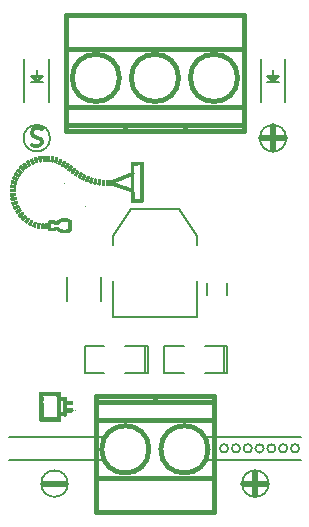
<source format=gbr>
G04 #@! TF.FileFunction,Legend,Top*
%FSLAX46Y46*%
G04 Gerber Fmt 4.6, Leading zero omitted, Abs format (unit mm)*
G04 Created by KiCad (PCBNEW 4.0.2-stable) date Fri May 27 18:17:46 2016*
%MOMM*%
G01*
G04 APERTURE LIST*
%ADD10C,0.100000*%
%ADD11C,0.300000*%
%ADD12C,0.200000*%
%ADD13C,0.500000*%
%ADD14C,0.010000*%
%ADD15C,0.150000*%
%ADD16C,0.381000*%
G04 APERTURE END LIST*
D10*
D11*
X54571429Y-28857143D02*
X54785715Y-28928571D01*
X55142858Y-28928571D01*
X55285715Y-28857143D01*
X55357144Y-28785714D01*
X55428572Y-28642857D01*
X55428572Y-28500000D01*
X55357144Y-28357143D01*
X55285715Y-28285714D01*
X55142858Y-28214286D01*
X54857144Y-28142857D01*
X54714286Y-28071429D01*
X54642858Y-28000000D01*
X54571429Y-27857143D01*
X54571429Y-27714286D01*
X54642858Y-27571429D01*
X54714286Y-27500000D01*
X54857144Y-27428571D01*
X55214286Y-27428571D01*
X55428572Y-27500000D01*
D12*
X56118034Y-28250000D02*
G75*
G03X56118034Y-28250000I-1118034J0D01*
G01*
D13*
X74000000Y-28250000D02*
X76000000Y-28250000D01*
X75000000Y-29250000D02*
X75000000Y-27250000D01*
D12*
X76118034Y-28250000D02*
G75*
G03X76118034Y-28250000I-1118034J0D01*
G01*
X57618034Y-57500000D02*
G75*
G03X57618034Y-57500000I-1118034J0D01*
G01*
D13*
X55500000Y-57500000D02*
X57500000Y-57500000D01*
D12*
X74618034Y-57500000D02*
G75*
G03X74618034Y-57500000I-1118034J0D01*
G01*
D13*
X73500000Y-58500000D02*
X73500000Y-56500000D01*
X72500000Y-57500000D02*
X74500000Y-57500000D01*
D12*
X69360031Y-53514769D02*
X77360031Y-53514769D01*
X69360031Y-55514769D02*
X69360031Y-53514769D01*
X77360031Y-55514769D02*
X69360031Y-55514769D01*
X71213584Y-54514769D02*
G75*
G03X71213584Y-54514769I-353553J0D01*
G01*
X72213584Y-54514769D02*
G75*
G03X72213584Y-54514769I-353553J0D01*
G01*
X73213584Y-54514769D02*
G75*
G03X73213584Y-54514769I-353553J0D01*
G01*
X74213584Y-54514769D02*
G75*
G03X74213584Y-54514769I-353553J0D01*
G01*
X75213584Y-54514769D02*
G75*
G03X75213584Y-54514769I-353553J0D01*
G01*
X76213584Y-54514769D02*
G75*
G03X76213584Y-54514769I-353553J0D01*
G01*
X77213584Y-54514769D02*
G75*
G03X77213584Y-54514769I-353553J0D01*
G01*
X60610031Y-53514769D02*
X60610031Y-55514769D01*
X52610031Y-53514769D02*
X60610031Y-53514769D01*
X60610031Y-55514769D02*
X52610031Y-55514769D01*
D14*
G36*
X57395131Y-35015577D02*
X57426925Y-35016259D01*
X57450941Y-35017329D01*
X57461775Y-35018340D01*
X57482686Y-35022287D01*
X57510710Y-35028822D01*
X57540839Y-35036749D01*
X57550675Y-35039550D01*
X57581948Y-35047947D01*
X57614371Y-35055499D01*
X57642132Y-35060882D01*
X57648253Y-35061816D01*
X57706872Y-35076275D01*
X57761375Y-35102603D01*
X57811041Y-35140429D01*
X57821717Y-35150729D01*
X57844408Y-35174907D01*
X57859982Y-35196006D01*
X57870061Y-35217763D01*
X57876268Y-35243918D01*
X57880226Y-35278209D01*
X57880956Y-35287216D01*
X57881648Y-35302141D01*
X57882349Y-35328368D01*
X57883040Y-35364499D01*
X57883703Y-35409136D01*
X57884321Y-35460882D01*
X57884875Y-35518338D01*
X57885347Y-35580106D01*
X57885719Y-35644788D01*
X57885796Y-35661475D01*
X57887225Y-35991675D01*
X57872878Y-36020250D01*
X57850605Y-36054713D01*
X57820198Y-36088052D01*
X57785769Y-36115776D01*
X57784770Y-36116439D01*
X57758948Y-36131239D01*
X57728840Y-36145122D01*
X57698378Y-36156582D01*
X57671493Y-36164112D01*
X57654634Y-36166300D01*
X57637993Y-36167947D01*
X57626992Y-36171963D01*
X57626453Y-36172436D01*
X57616724Y-36177219D01*
X57597350Y-36183229D01*
X57571240Y-36189773D01*
X57541302Y-36196155D01*
X57510446Y-36201681D01*
X57493525Y-36204186D01*
X57470006Y-36207819D01*
X57439227Y-36213215D01*
X57406337Y-36219451D01*
X57391925Y-36222348D01*
X57359316Y-36228506D01*
X57335446Y-36231485D01*
X57316822Y-36231533D01*
X57299955Y-36228898D01*
X57299850Y-36228874D01*
X57278943Y-36225182D01*
X57251229Y-36221679D01*
X57222588Y-36219105D01*
X57221679Y-36219043D01*
X57196006Y-36217712D01*
X57179867Y-36218233D01*
X57170175Y-36221055D01*
X57163842Y-36226625D01*
X57163143Y-36227522D01*
X57156400Y-36235410D01*
X57154248Y-36232278D01*
X57154001Y-36225260D01*
X57148334Y-36210458D01*
X57133036Y-36202068D01*
X57109896Y-36200951D01*
X57104800Y-36201625D01*
X57079602Y-36201495D01*
X57051043Y-36192619D01*
X57050086Y-36192209D01*
X57030089Y-36184584D01*
X57013185Y-36179812D01*
X57007042Y-36179000D01*
X56995175Y-36176234D01*
X56976417Y-36169018D01*
X56956915Y-36159932D01*
X56935497Y-36149766D01*
X56917065Y-36142145D01*
X56906579Y-36138947D01*
X56891784Y-36133186D01*
X56882620Y-36126740D01*
X56871482Y-36118226D01*
X56853409Y-36105945D01*
X56833125Y-36093060D01*
X56810505Y-36079174D01*
X56789280Y-36066146D01*
X56775449Y-36057659D01*
X56759480Y-36045236D01*
X56742015Y-36027899D01*
X56735463Y-36020249D01*
X56722674Y-36005749D01*
X56712379Y-35996554D01*
X56708743Y-35994850D01*
X56699659Y-35991407D01*
X56686181Y-35983052D01*
X56685230Y-35982369D01*
X56668311Y-35973342D01*
X56646119Y-35965403D01*
X56637495Y-35963210D01*
X56622982Y-35960440D01*
X56611037Y-35960072D01*
X56598417Y-35962942D01*
X56581875Y-35969887D01*
X56558167Y-35981741D01*
X56550783Y-35985548D01*
X56524394Y-35999805D01*
X56500378Y-36013894D01*
X56482327Y-36025657D01*
X56476537Y-36030100D01*
X56452008Y-36043435D01*
X56435494Y-36045642D01*
X56418632Y-36046760D01*
X56393806Y-36049729D01*
X56365519Y-36053986D01*
X56356119Y-36055590D01*
X56327776Y-36059470D01*
X56294037Y-36062365D01*
X56257610Y-36064240D01*
X56221204Y-36065059D01*
X56187528Y-36064789D01*
X56159291Y-36063392D01*
X56139201Y-36060835D01*
X56131728Y-36058499D01*
X56116768Y-36053851D01*
X56098529Y-36051937D01*
X56076548Y-36048154D01*
X56049003Y-36038171D01*
X56020118Y-36023880D01*
X55994118Y-36007175D01*
X55988078Y-36002445D01*
X55967095Y-35980378D01*
X55945937Y-35949970D01*
X55927094Y-35915296D01*
X55913061Y-35880429D01*
X55912664Y-35879179D01*
X55906362Y-35860908D01*
X55899512Y-35849806D01*
X55889013Y-35844101D01*
X55871767Y-35842018D01*
X55847287Y-35841777D01*
X55826491Y-35841832D01*
X55798300Y-35841904D01*
X55768021Y-35841979D01*
X55760849Y-35841996D01*
X55734150Y-35841402D01*
X55711413Y-35839697D01*
X55696305Y-35837203D01*
X55693317Y-35836109D01*
X55681572Y-35822988D01*
X55676757Y-35801361D01*
X55679291Y-35774374D01*
X55680574Y-35760980D01*
X55681217Y-35737160D01*
X55681224Y-35705925D01*
X56004450Y-35705925D01*
X56007625Y-35709100D01*
X56010800Y-35705925D01*
X56007625Y-35702750D01*
X56004450Y-35705925D01*
X55681224Y-35705925D01*
X55681225Y-35705171D01*
X55680754Y-35676291D01*
X55877450Y-35676291D01*
X55882977Y-35679989D01*
X55896319Y-35681582D01*
X55896749Y-35681583D01*
X55908663Y-35680366D01*
X55908562Y-35676863D01*
X55907862Y-35676388D01*
X55895817Y-35671948D01*
X55883860Y-35671625D01*
X55877563Y-35675435D01*
X55877450Y-35676291D01*
X55680754Y-35676291D01*
X55680606Y-35667269D01*
X55679365Y-35625712D01*
X55678818Y-35611538D01*
X55678411Y-35599841D01*
X56129277Y-35599841D01*
X56129400Y-35658064D01*
X56130236Y-35709349D01*
X56131749Y-35752475D01*
X56133898Y-35786216D01*
X56136645Y-35809351D01*
X56138909Y-35818595D01*
X56147545Y-35831407D01*
X56162879Y-35840358D01*
X56186287Y-35845739D01*
X56219148Y-35847844D01*
X56262839Y-35846965D01*
X56270639Y-35846583D01*
X56343153Y-35842800D01*
X56426214Y-35802068D01*
X56478336Y-35777625D01*
X56522321Y-35759888D01*
X56560531Y-35748418D01*
X56595330Y-35742778D01*
X56629080Y-35742530D01*
X56664144Y-35747234D01*
X56690250Y-35753117D01*
X56728513Y-35763837D01*
X56760011Y-35775566D01*
X56788594Y-35790306D01*
X56818111Y-35810058D01*
X56852413Y-35836824D01*
X56854427Y-35838467D01*
X56903456Y-35876233D01*
X56948768Y-35905792D01*
X56993999Y-35929290D01*
X57039412Y-35947669D01*
X57063794Y-35956846D01*
X57084795Y-35965471D01*
X57098438Y-35971897D01*
X57099737Y-35972651D01*
X57115179Y-35978592D01*
X57140568Y-35984446D01*
X57173154Y-35989913D01*
X57210185Y-35994694D01*
X57248912Y-35998489D01*
X57286582Y-36000998D01*
X57320445Y-36001923D01*
X57347751Y-36000963D01*
X57353825Y-36000319D01*
X57375580Y-35997179D01*
X57404249Y-35992587D01*
X57434266Y-35987438D01*
X57439550Y-35986491D01*
X57470467Y-35980371D01*
X57505951Y-35972502D01*
X57542712Y-35963705D01*
X57577463Y-35954797D01*
X57606914Y-35946598D01*
X57627778Y-35939927D01*
X57630310Y-35938974D01*
X57645293Y-35930985D01*
X57653767Y-35923852D01*
X57655639Y-35915502D01*
X57657368Y-35896430D01*
X57658926Y-35868614D01*
X57660284Y-35834032D01*
X57661414Y-35794660D01*
X57662288Y-35752478D01*
X57662876Y-35709463D01*
X57663151Y-35667591D01*
X57663084Y-35628842D01*
X57662646Y-35595193D01*
X57661809Y-35568621D01*
X57660544Y-35551105D01*
X57659225Y-35544971D01*
X57657463Y-35535809D01*
X57656164Y-35516374D01*
X57655339Y-35489082D01*
X57654999Y-35456353D01*
X57655154Y-35420605D01*
X57655817Y-35384255D01*
X57656997Y-35349722D01*
X57658226Y-35326512D01*
X57659036Y-35303369D01*
X57658380Y-35286073D01*
X57656410Y-35277660D01*
X57655757Y-35277300D01*
X57648881Y-35282314D01*
X57647513Y-35285233D01*
X57642939Y-35288491D01*
X57631353Y-35287830D01*
X57610819Y-35283009D01*
X57596318Y-35278883D01*
X57571181Y-35272039D01*
X57549049Y-35266984D01*
X57534109Y-35264656D01*
X57532557Y-35264600D01*
X57517099Y-35262490D01*
X57496828Y-35257213D01*
X57490089Y-35254983D01*
X57471008Y-35249851D01*
X57455377Y-35248358D01*
X57451508Y-35248960D01*
X57438565Y-35248588D01*
X57421733Y-35242956D01*
X57419399Y-35241805D01*
X57409489Y-35237561D01*
X57397692Y-35234830D01*
X57381622Y-35233475D01*
X57358889Y-35233356D01*
X57327108Y-35234334D01*
X57306369Y-35235223D01*
X57250697Y-35238719D01*
X57202959Y-35244258D01*
X57158446Y-35252707D01*
X57112447Y-35264935D01*
X57068075Y-35279146D01*
X57013018Y-35299761D01*
X56967733Y-35321480D01*
X56929297Y-35345900D01*
X56896625Y-35372910D01*
X56873975Y-35392544D01*
X56845770Y-35415035D01*
X56814922Y-35438261D01*
X56784339Y-35460099D01*
X56756932Y-35478429D01*
X56735611Y-35491129D01*
X56731882Y-35493026D01*
X56701159Y-35503752D01*
X56662505Y-35511211D01*
X56620352Y-35515040D01*
X56579132Y-35514875D01*
X56543279Y-35510351D01*
X56537516Y-35508988D01*
X56514080Y-35501792D01*
X56488379Y-35492165D01*
X56463785Y-35481584D01*
X56443668Y-35471523D01*
X56431397Y-35463459D01*
X56429900Y-35461861D01*
X56418124Y-35452834D01*
X56397228Y-35442982D01*
X56370616Y-35433593D01*
X56341691Y-35425956D01*
X56328050Y-35423301D01*
X56297952Y-35419909D01*
X56262750Y-35418531D01*
X56226159Y-35419042D01*
X56191892Y-35421319D01*
X56163666Y-35425238D01*
X56148365Y-35429304D01*
X56131450Y-35435735D01*
X56129909Y-35535905D01*
X56129277Y-35599841D01*
X55678411Y-35599841D01*
X55677396Y-35570723D01*
X55676584Y-35534179D01*
X55676385Y-35503812D01*
X55676806Y-35481529D01*
X55677850Y-35469235D01*
X55678466Y-35467519D01*
X55686291Y-35465543D01*
X55704601Y-35463351D01*
X55731184Y-35461134D01*
X55763833Y-35459084D01*
X55790687Y-35457783D01*
X55829922Y-35456025D01*
X55858329Y-35454407D01*
X55877774Y-35452630D01*
X55890123Y-35450395D01*
X55897241Y-35447405D01*
X55900993Y-35443361D01*
X55902565Y-35439878D01*
X55905445Y-35426119D01*
X55904788Y-35419309D01*
X55905192Y-35410057D01*
X55908808Y-35392371D01*
X55914876Y-35369879D01*
X55915677Y-35367214D01*
X55930838Y-35328648D01*
X55951520Y-35297254D01*
X55955680Y-35292375D01*
X55975808Y-35272118D01*
X55998499Y-35253306D01*
X56020724Y-35238081D01*
X56039458Y-35228588D01*
X56048730Y-35226500D01*
X56060969Y-35223002D01*
X56074474Y-35215387D01*
X56090171Y-35206821D01*
X56102875Y-35203104D01*
X56149027Y-35199352D01*
X56195897Y-35196442D01*
X56241101Y-35194441D01*
X56282254Y-35193420D01*
X56316971Y-35193447D01*
X56342867Y-35194591D01*
X56353202Y-35195847D01*
X56379267Y-35200546D01*
X56405447Y-35205218D01*
X56416264Y-35207129D01*
X56434022Y-35211288D01*
X56445967Y-35215998D01*
X56448014Y-35217654D01*
X56456924Y-35225183D01*
X56473575Y-35235875D01*
X56494350Y-35247763D01*
X56515636Y-35258878D01*
X56533818Y-35267252D01*
X56545281Y-35270918D01*
X56545899Y-35270950D01*
X56555136Y-35274955D01*
X56567250Y-35284425D01*
X56577383Y-35292143D01*
X56588921Y-35295288D01*
X56606411Y-35294691D01*
X56616828Y-35293499D01*
X56643586Y-35287891D01*
X56658881Y-35279034D01*
X56660547Y-35276982D01*
X56670951Y-35266051D01*
X56687079Y-35252889D01*
X56693929Y-35248032D01*
X56710717Y-35235655D01*
X56732673Y-35218094D01*
X56755589Y-35198735D01*
X56760100Y-35194785D01*
X56782754Y-35175974D01*
X56805586Y-35158941D01*
X56824355Y-35146813D01*
X56827514Y-35145115D01*
X56848490Y-35133070D01*
X56868021Y-35119673D01*
X56871964Y-35116528D01*
X56885642Y-35108287D01*
X56908087Y-35098164D01*
X56935819Y-35087626D01*
X56956950Y-35080656D01*
X56985469Y-35071532D01*
X57010454Y-35062925D01*
X57028774Y-35055947D01*
X57036325Y-35052413D01*
X57049625Y-35046776D01*
X57069951Y-35040673D01*
X57083950Y-35037358D01*
X57103232Y-35033487D01*
X57122891Y-35030043D01*
X57146292Y-35026505D01*
X57176801Y-35022349D01*
X57201425Y-35019149D01*
X57219741Y-35017687D01*
X57247463Y-35016559D01*
X57281727Y-35015775D01*
X57319669Y-35015345D01*
X57358425Y-35015276D01*
X57395131Y-35015577D01*
X57395131Y-35015577D01*
G37*
X57395131Y-35015577D02*
X57426925Y-35016259D01*
X57450941Y-35017329D01*
X57461775Y-35018340D01*
X57482686Y-35022287D01*
X57510710Y-35028822D01*
X57540839Y-35036749D01*
X57550675Y-35039550D01*
X57581948Y-35047947D01*
X57614371Y-35055499D01*
X57642132Y-35060882D01*
X57648253Y-35061816D01*
X57706872Y-35076275D01*
X57761375Y-35102603D01*
X57811041Y-35140429D01*
X57821717Y-35150729D01*
X57844408Y-35174907D01*
X57859982Y-35196006D01*
X57870061Y-35217763D01*
X57876268Y-35243918D01*
X57880226Y-35278209D01*
X57880956Y-35287216D01*
X57881648Y-35302141D01*
X57882349Y-35328368D01*
X57883040Y-35364499D01*
X57883703Y-35409136D01*
X57884321Y-35460882D01*
X57884875Y-35518338D01*
X57885347Y-35580106D01*
X57885719Y-35644788D01*
X57885796Y-35661475D01*
X57887225Y-35991675D01*
X57872878Y-36020250D01*
X57850605Y-36054713D01*
X57820198Y-36088052D01*
X57785769Y-36115776D01*
X57784770Y-36116439D01*
X57758948Y-36131239D01*
X57728840Y-36145122D01*
X57698378Y-36156582D01*
X57671493Y-36164112D01*
X57654634Y-36166300D01*
X57637993Y-36167947D01*
X57626992Y-36171963D01*
X57626453Y-36172436D01*
X57616724Y-36177219D01*
X57597350Y-36183229D01*
X57571240Y-36189773D01*
X57541302Y-36196155D01*
X57510446Y-36201681D01*
X57493525Y-36204186D01*
X57470006Y-36207819D01*
X57439227Y-36213215D01*
X57406337Y-36219451D01*
X57391925Y-36222348D01*
X57359316Y-36228506D01*
X57335446Y-36231485D01*
X57316822Y-36231533D01*
X57299955Y-36228898D01*
X57299850Y-36228874D01*
X57278943Y-36225182D01*
X57251229Y-36221679D01*
X57222588Y-36219105D01*
X57221679Y-36219043D01*
X57196006Y-36217712D01*
X57179867Y-36218233D01*
X57170175Y-36221055D01*
X57163842Y-36226625D01*
X57163143Y-36227522D01*
X57156400Y-36235410D01*
X57154248Y-36232278D01*
X57154001Y-36225260D01*
X57148334Y-36210458D01*
X57133036Y-36202068D01*
X57109896Y-36200951D01*
X57104800Y-36201625D01*
X57079602Y-36201495D01*
X57051043Y-36192619D01*
X57050086Y-36192209D01*
X57030089Y-36184584D01*
X57013185Y-36179812D01*
X57007042Y-36179000D01*
X56995175Y-36176234D01*
X56976417Y-36169018D01*
X56956915Y-36159932D01*
X56935497Y-36149766D01*
X56917065Y-36142145D01*
X56906579Y-36138947D01*
X56891784Y-36133186D01*
X56882620Y-36126740D01*
X56871482Y-36118226D01*
X56853409Y-36105945D01*
X56833125Y-36093060D01*
X56810505Y-36079174D01*
X56789280Y-36066146D01*
X56775449Y-36057659D01*
X56759480Y-36045236D01*
X56742015Y-36027899D01*
X56735463Y-36020249D01*
X56722674Y-36005749D01*
X56712379Y-35996554D01*
X56708743Y-35994850D01*
X56699659Y-35991407D01*
X56686181Y-35983052D01*
X56685230Y-35982369D01*
X56668311Y-35973342D01*
X56646119Y-35965403D01*
X56637495Y-35963210D01*
X56622982Y-35960440D01*
X56611037Y-35960072D01*
X56598417Y-35962942D01*
X56581875Y-35969887D01*
X56558167Y-35981741D01*
X56550783Y-35985548D01*
X56524394Y-35999805D01*
X56500378Y-36013894D01*
X56482327Y-36025657D01*
X56476537Y-36030100D01*
X56452008Y-36043435D01*
X56435494Y-36045642D01*
X56418632Y-36046760D01*
X56393806Y-36049729D01*
X56365519Y-36053986D01*
X56356119Y-36055590D01*
X56327776Y-36059470D01*
X56294037Y-36062365D01*
X56257610Y-36064240D01*
X56221204Y-36065059D01*
X56187528Y-36064789D01*
X56159291Y-36063392D01*
X56139201Y-36060835D01*
X56131728Y-36058499D01*
X56116768Y-36053851D01*
X56098529Y-36051937D01*
X56076548Y-36048154D01*
X56049003Y-36038171D01*
X56020118Y-36023880D01*
X55994118Y-36007175D01*
X55988078Y-36002445D01*
X55967095Y-35980378D01*
X55945937Y-35949970D01*
X55927094Y-35915296D01*
X55913061Y-35880429D01*
X55912664Y-35879179D01*
X55906362Y-35860908D01*
X55899512Y-35849806D01*
X55889013Y-35844101D01*
X55871767Y-35842018D01*
X55847287Y-35841777D01*
X55826491Y-35841832D01*
X55798300Y-35841904D01*
X55768021Y-35841979D01*
X55760849Y-35841996D01*
X55734150Y-35841402D01*
X55711413Y-35839697D01*
X55696305Y-35837203D01*
X55693317Y-35836109D01*
X55681572Y-35822988D01*
X55676757Y-35801361D01*
X55679291Y-35774374D01*
X55680574Y-35760980D01*
X55681217Y-35737160D01*
X55681224Y-35705925D01*
X56004450Y-35705925D01*
X56007625Y-35709100D01*
X56010800Y-35705925D01*
X56007625Y-35702750D01*
X56004450Y-35705925D01*
X55681224Y-35705925D01*
X55681225Y-35705171D01*
X55680754Y-35676291D01*
X55877450Y-35676291D01*
X55882977Y-35679989D01*
X55896319Y-35681582D01*
X55896749Y-35681583D01*
X55908663Y-35680366D01*
X55908562Y-35676863D01*
X55907862Y-35676388D01*
X55895817Y-35671948D01*
X55883860Y-35671625D01*
X55877563Y-35675435D01*
X55877450Y-35676291D01*
X55680754Y-35676291D01*
X55680606Y-35667269D01*
X55679365Y-35625712D01*
X55678818Y-35611538D01*
X55678411Y-35599841D01*
X56129277Y-35599841D01*
X56129400Y-35658064D01*
X56130236Y-35709349D01*
X56131749Y-35752475D01*
X56133898Y-35786216D01*
X56136645Y-35809351D01*
X56138909Y-35818595D01*
X56147545Y-35831407D01*
X56162879Y-35840358D01*
X56186287Y-35845739D01*
X56219148Y-35847844D01*
X56262839Y-35846965D01*
X56270639Y-35846583D01*
X56343153Y-35842800D01*
X56426214Y-35802068D01*
X56478336Y-35777625D01*
X56522321Y-35759888D01*
X56560531Y-35748418D01*
X56595330Y-35742778D01*
X56629080Y-35742530D01*
X56664144Y-35747234D01*
X56690250Y-35753117D01*
X56728513Y-35763837D01*
X56760011Y-35775566D01*
X56788594Y-35790306D01*
X56818111Y-35810058D01*
X56852413Y-35836824D01*
X56854427Y-35838467D01*
X56903456Y-35876233D01*
X56948768Y-35905792D01*
X56993999Y-35929290D01*
X57039412Y-35947669D01*
X57063794Y-35956846D01*
X57084795Y-35965471D01*
X57098438Y-35971897D01*
X57099737Y-35972651D01*
X57115179Y-35978592D01*
X57140568Y-35984446D01*
X57173154Y-35989913D01*
X57210185Y-35994694D01*
X57248912Y-35998489D01*
X57286582Y-36000998D01*
X57320445Y-36001923D01*
X57347751Y-36000963D01*
X57353825Y-36000319D01*
X57375580Y-35997179D01*
X57404249Y-35992587D01*
X57434266Y-35987438D01*
X57439550Y-35986491D01*
X57470467Y-35980371D01*
X57505951Y-35972502D01*
X57542712Y-35963705D01*
X57577463Y-35954797D01*
X57606914Y-35946598D01*
X57627778Y-35939927D01*
X57630310Y-35938974D01*
X57645293Y-35930985D01*
X57653767Y-35923852D01*
X57655639Y-35915502D01*
X57657368Y-35896430D01*
X57658926Y-35868614D01*
X57660284Y-35834032D01*
X57661414Y-35794660D01*
X57662288Y-35752478D01*
X57662876Y-35709463D01*
X57663151Y-35667591D01*
X57663084Y-35628842D01*
X57662646Y-35595193D01*
X57661809Y-35568621D01*
X57660544Y-35551105D01*
X57659225Y-35544971D01*
X57657463Y-35535809D01*
X57656164Y-35516374D01*
X57655339Y-35489082D01*
X57654999Y-35456353D01*
X57655154Y-35420605D01*
X57655817Y-35384255D01*
X57656997Y-35349722D01*
X57658226Y-35326512D01*
X57659036Y-35303369D01*
X57658380Y-35286073D01*
X57656410Y-35277660D01*
X57655757Y-35277300D01*
X57648881Y-35282314D01*
X57647513Y-35285233D01*
X57642939Y-35288491D01*
X57631353Y-35287830D01*
X57610819Y-35283009D01*
X57596318Y-35278883D01*
X57571181Y-35272039D01*
X57549049Y-35266984D01*
X57534109Y-35264656D01*
X57532557Y-35264600D01*
X57517099Y-35262490D01*
X57496828Y-35257213D01*
X57490089Y-35254983D01*
X57471008Y-35249851D01*
X57455377Y-35248358D01*
X57451508Y-35248960D01*
X57438565Y-35248588D01*
X57421733Y-35242956D01*
X57419399Y-35241805D01*
X57409489Y-35237561D01*
X57397692Y-35234830D01*
X57381622Y-35233475D01*
X57358889Y-35233356D01*
X57327108Y-35234334D01*
X57306369Y-35235223D01*
X57250697Y-35238719D01*
X57202959Y-35244258D01*
X57158446Y-35252707D01*
X57112447Y-35264935D01*
X57068075Y-35279146D01*
X57013018Y-35299761D01*
X56967733Y-35321480D01*
X56929297Y-35345900D01*
X56896625Y-35372910D01*
X56873975Y-35392544D01*
X56845770Y-35415035D01*
X56814922Y-35438261D01*
X56784339Y-35460099D01*
X56756932Y-35478429D01*
X56735611Y-35491129D01*
X56731882Y-35493026D01*
X56701159Y-35503752D01*
X56662505Y-35511211D01*
X56620352Y-35515040D01*
X56579132Y-35514875D01*
X56543279Y-35510351D01*
X56537516Y-35508988D01*
X56514080Y-35501792D01*
X56488379Y-35492165D01*
X56463785Y-35481584D01*
X56443668Y-35471523D01*
X56431397Y-35463459D01*
X56429900Y-35461861D01*
X56418124Y-35452834D01*
X56397228Y-35442982D01*
X56370616Y-35433593D01*
X56341691Y-35425956D01*
X56328050Y-35423301D01*
X56297952Y-35419909D01*
X56262750Y-35418531D01*
X56226159Y-35419042D01*
X56191892Y-35421319D01*
X56163666Y-35425238D01*
X56148365Y-35429304D01*
X56131450Y-35435735D01*
X56129909Y-35535905D01*
X56129277Y-35599841D01*
X55678411Y-35599841D01*
X55677396Y-35570723D01*
X55676584Y-35534179D01*
X55676385Y-35503812D01*
X55676806Y-35481529D01*
X55677850Y-35469235D01*
X55678466Y-35467519D01*
X55686291Y-35465543D01*
X55704601Y-35463351D01*
X55731184Y-35461134D01*
X55763833Y-35459084D01*
X55790687Y-35457783D01*
X55829922Y-35456025D01*
X55858329Y-35454407D01*
X55877774Y-35452630D01*
X55890123Y-35450395D01*
X55897241Y-35447405D01*
X55900993Y-35443361D01*
X55902565Y-35439878D01*
X55905445Y-35426119D01*
X55904788Y-35419309D01*
X55905192Y-35410057D01*
X55908808Y-35392371D01*
X55914876Y-35369879D01*
X55915677Y-35367214D01*
X55930838Y-35328648D01*
X55951520Y-35297254D01*
X55955680Y-35292375D01*
X55975808Y-35272118D01*
X55998499Y-35253306D01*
X56020724Y-35238081D01*
X56039458Y-35228588D01*
X56048730Y-35226500D01*
X56060969Y-35223002D01*
X56074474Y-35215387D01*
X56090171Y-35206821D01*
X56102875Y-35203104D01*
X56149027Y-35199352D01*
X56195897Y-35196442D01*
X56241101Y-35194441D01*
X56282254Y-35193420D01*
X56316971Y-35193447D01*
X56342867Y-35194591D01*
X56353202Y-35195847D01*
X56379267Y-35200546D01*
X56405447Y-35205218D01*
X56416264Y-35207129D01*
X56434022Y-35211288D01*
X56445967Y-35215998D01*
X56448014Y-35217654D01*
X56456924Y-35225183D01*
X56473575Y-35235875D01*
X56494350Y-35247763D01*
X56515636Y-35258878D01*
X56533818Y-35267252D01*
X56545281Y-35270918D01*
X56545899Y-35270950D01*
X56555136Y-35274955D01*
X56567250Y-35284425D01*
X56577383Y-35292143D01*
X56588921Y-35295288D01*
X56606411Y-35294691D01*
X56616828Y-35293499D01*
X56643586Y-35287891D01*
X56658881Y-35279034D01*
X56660547Y-35276982D01*
X56670951Y-35266051D01*
X56687079Y-35252889D01*
X56693929Y-35248032D01*
X56710717Y-35235655D01*
X56732673Y-35218094D01*
X56755589Y-35198735D01*
X56760100Y-35194785D01*
X56782754Y-35175974D01*
X56805586Y-35158941D01*
X56824355Y-35146813D01*
X56827514Y-35145115D01*
X56848490Y-35133070D01*
X56868021Y-35119673D01*
X56871964Y-35116528D01*
X56885642Y-35108287D01*
X56908087Y-35098164D01*
X56935819Y-35087626D01*
X56956950Y-35080656D01*
X56985469Y-35071532D01*
X57010454Y-35062925D01*
X57028774Y-35055947D01*
X57036325Y-35052413D01*
X57049625Y-35046776D01*
X57069951Y-35040673D01*
X57083950Y-35037358D01*
X57103232Y-35033487D01*
X57122891Y-35030043D01*
X57146292Y-35026505D01*
X57176801Y-35022349D01*
X57201425Y-35019149D01*
X57219741Y-35017687D01*
X57247463Y-35016559D01*
X57281727Y-35015775D01*
X57319669Y-35015345D01*
X57358425Y-35015276D01*
X57395131Y-35015577D01*
G36*
X55514334Y-35461332D02*
X55536994Y-35462383D01*
X55551499Y-35464419D01*
X55560119Y-35467743D01*
X55564709Y-35472067D01*
X55567353Y-35479455D01*
X55569403Y-35494246D01*
X55570909Y-35517507D01*
X55571920Y-35550307D01*
X55572483Y-35593717D01*
X55572650Y-35645866D01*
X55572971Y-35706473D01*
X55573926Y-35755614D01*
X55575503Y-35792969D01*
X55577689Y-35818223D01*
X55579986Y-35829850D01*
X55584024Y-35844966D01*
X55581458Y-35854416D01*
X55573229Y-35862307D01*
X55566471Y-35867041D01*
X55558503Y-35870219D01*
X55547257Y-35871928D01*
X55530663Y-35872256D01*
X55506652Y-35871292D01*
X55473153Y-35869124D01*
X55450804Y-35867513D01*
X55414521Y-35863598D01*
X55389247Y-35857446D01*
X55373360Y-35848150D01*
X55365237Y-35834801D01*
X55363224Y-35818491D01*
X55364436Y-35800679D01*
X55367520Y-35775455D01*
X55371847Y-35747858D01*
X55372528Y-35744025D01*
X55376343Y-35716099D01*
X55379427Y-35680622D01*
X55381403Y-35642735D01*
X55381928Y-35616304D01*
X55382923Y-35572734D01*
X55385489Y-35533995D01*
X55389385Y-35502034D01*
X55394372Y-35478804D01*
X55400211Y-35466254D01*
X55400386Y-35466073D01*
X55408504Y-35464004D01*
X55426617Y-35462350D01*
X55452022Y-35461281D01*
X55481251Y-35460966D01*
X55514334Y-35461332D01*
X55514334Y-35461332D01*
G37*
X55514334Y-35461332D02*
X55536994Y-35462383D01*
X55551499Y-35464419D01*
X55560119Y-35467743D01*
X55564709Y-35472067D01*
X55567353Y-35479455D01*
X55569403Y-35494246D01*
X55570909Y-35517507D01*
X55571920Y-35550307D01*
X55572483Y-35593717D01*
X55572650Y-35645866D01*
X55572971Y-35706473D01*
X55573926Y-35755614D01*
X55575503Y-35792969D01*
X55577689Y-35818223D01*
X55579986Y-35829850D01*
X55584024Y-35844966D01*
X55581458Y-35854416D01*
X55573229Y-35862307D01*
X55566471Y-35867041D01*
X55558503Y-35870219D01*
X55547257Y-35871928D01*
X55530663Y-35872256D01*
X55506652Y-35871292D01*
X55473153Y-35869124D01*
X55450804Y-35867513D01*
X55414521Y-35863598D01*
X55389247Y-35857446D01*
X55373360Y-35848150D01*
X55365237Y-35834801D01*
X55363224Y-35818491D01*
X55364436Y-35800679D01*
X55367520Y-35775455D01*
X55371847Y-35747858D01*
X55372528Y-35744025D01*
X55376343Y-35716099D01*
X55379427Y-35680622D01*
X55381403Y-35642735D01*
X55381928Y-35616304D01*
X55382923Y-35572734D01*
X55385489Y-35533995D01*
X55389385Y-35502034D01*
X55394372Y-35478804D01*
X55400211Y-35466254D01*
X55400386Y-35466073D01*
X55408504Y-35464004D01*
X55426617Y-35462350D01*
X55452022Y-35461281D01*
X55481251Y-35460966D01*
X55514334Y-35461332D01*
G36*
X55097341Y-35410573D02*
X55117123Y-35415216D01*
X55146430Y-35422838D01*
X55156725Y-35425555D01*
X55182008Y-35431780D01*
X55206514Y-35437092D01*
X55219353Y-35439428D01*
X55243881Y-35443244D01*
X55239489Y-35498384D01*
X55236374Y-35528463D01*
X55232107Y-35558113D01*
X55227513Y-35581763D01*
X55226629Y-35585275D01*
X55221693Y-35605392D01*
X55218528Y-35621357D01*
X55217936Y-35626550D01*
X55217013Y-35636418D01*
X55214700Y-35655871D01*
X55211395Y-35681922D01*
X55207494Y-35711582D01*
X55203394Y-35741863D01*
X55199492Y-35769777D01*
X55196184Y-35792335D01*
X55194566Y-35802558D01*
X55188122Y-35824097D01*
X55176415Y-35836612D01*
X55157691Y-35840912D01*
X55130191Y-35837803D01*
X55121800Y-35835977D01*
X55104570Y-35832058D01*
X55079988Y-35826564D01*
X55053113Y-35820626D01*
X55050759Y-35820110D01*
X55021786Y-35813254D01*
X55002052Y-35806110D01*
X54990428Y-35796464D01*
X54985785Y-35782100D01*
X54986994Y-35760804D01*
X54992927Y-35730360D01*
X54996643Y-35713932D01*
X55005461Y-35676502D01*
X55016029Y-35633221D01*
X55026768Y-35590494D01*
X55033048Y-35566225D01*
X55041416Y-35533599D01*
X55049054Y-35502426D01*
X55055074Y-35476411D01*
X55058410Y-35460284D01*
X55063050Y-35439585D01*
X55068440Y-35422510D01*
X55070430Y-35418063D01*
X55073630Y-35412655D01*
X55077747Y-35409480D01*
X55084933Y-35408724D01*
X55097341Y-35410573D01*
X55097341Y-35410573D01*
G37*
X55097341Y-35410573D02*
X55117123Y-35415216D01*
X55146430Y-35422838D01*
X55156725Y-35425555D01*
X55182008Y-35431780D01*
X55206514Y-35437092D01*
X55219353Y-35439428D01*
X55243881Y-35443244D01*
X55239489Y-35498384D01*
X55236374Y-35528463D01*
X55232107Y-35558113D01*
X55227513Y-35581763D01*
X55226629Y-35585275D01*
X55221693Y-35605392D01*
X55218528Y-35621357D01*
X55217936Y-35626550D01*
X55217013Y-35636418D01*
X55214700Y-35655871D01*
X55211395Y-35681922D01*
X55207494Y-35711582D01*
X55203394Y-35741863D01*
X55199492Y-35769777D01*
X55196184Y-35792335D01*
X55194566Y-35802558D01*
X55188122Y-35824097D01*
X55176415Y-35836612D01*
X55157691Y-35840912D01*
X55130191Y-35837803D01*
X55121800Y-35835977D01*
X55104570Y-35832058D01*
X55079988Y-35826564D01*
X55053113Y-35820626D01*
X55050759Y-35820110D01*
X55021786Y-35813254D01*
X55002052Y-35806110D01*
X54990428Y-35796464D01*
X54985785Y-35782100D01*
X54986994Y-35760804D01*
X54992927Y-35730360D01*
X54996643Y-35713932D01*
X55005461Y-35676502D01*
X55016029Y-35633221D01*
X55026768Y-35590494D01*
X55033048Y-35566225D01*
X55041416Y-35533599D01*
X55049054Y-35502426D01*
X55055074Y-35476411D01*
X55058410Y-35460284D01*
X55063050Y-35439585D01*
X55068440Y-35422510D01*
X55070430Y-35418063D01*
X55073630Y-35412655D01*
X55077747Y-35409480D01*
X55084933Y-35408724D01*
X55097341Y-35410573D01*
G36*
X54804468Y-35320526D02*
X54805148Y-35321054D01*
X54821170Y-35330611D01*
X54844651Y-35339305D01*
X54877714Y-35347854D01*
X54896375Y-35351863D01*
X54912908Y-35356407D01*
X54920702Y-35363392D01*
X54923654Y-35376522D01*
X54923795Y-35377929D01*
X54923514Y-35394602D01*
X54920042Y-35406085D01*
X54919878Y-35406302D01*
X54914038Y-35417982D01*
X54905846Y-35440634D01*
X54895744Y-35472844D01*
X54884176Y-35513194D01*
X54871584Y-35560270D01*
X54870864Y-35563050D01*
X54861984Y-35595182D01*
X54852201Y-35627034D01*
X54842997Y-35653928D01*
X54838492Y-35665444D01*
X54830272Y-35687317D01*
X54824773Y-35706706D01*
X54823350Y-35716561D01*
X54818957Y-35734333D01*
X54805501Y-35744273D01*
X54782567Y-35746519D01*
X54749740Y-35741211D01*
X54749628Y-35741184D01*
X54730049Y-35734222D01*
X54714878Y-35725959D01*
X54699832Y-35718122D01*
X54688375Y-35715450D01*
X54674487Y-35712347D01*
X54655736Y-35704518D01*
X54636269Y-35694176D01*
X54620232Y-35683538D01*
X54611768Y-35674819D01*
X54611595Y-35674414D01*
X54610076Y-35667999D01*
X54610839Y-35659824D01*
X54614633Y-35647647D01*
X54622205Y-35629225D01*
X54634304Y-35602317D01*
X54639218Y-35591625D01*
X54658403Y-35549097D01*
X54678085Y-35503885D01*
X54696864Y-35459325D01*
X54713340Y-35418754D01*
X54726113Y-35385507D01*
X54728503Y-35378900D01*
X54737379Y-35355560D01*
X54746089Y-35335282D01*
X54752248Y-35323337D01*
X54766152Y-35311486D01*
X54784363Y-35310514D01*
X54804468Y-35320526D01*
X54804468Y-35320526D01*
G37*
X54804468Y-35320526D02*
X54805148Y-35321054D01*
X54821170Y-35330611D01*
X54844651Y-35339305D01*
X54877714Y-35347854D01*
X54896375Y-35351863D01*
X54912908Y-35356407D01*
X54920702Y-35363392D01*
X54923654Y-35376522D01*
X54923795Y-35377929D01*
X54923514Y-35394602D01*
X54920042Y-35406085D01*
X54919878Y-35406302D01*
X54914038Y-35417982D01*
X54905846Y-35440634D01*
X54895744Y-35472844D01*
X54884176Y-35513194D01*
X54871584Y-35560270D01*
X54870864Y-35563050D01*
X54861984Y-35595182D01*
X54852201Y-35627034D01*
X54842997Y-35653928D01*
X54838492Y-35665444D01*
X54830272Y-35687317D01*
X54824773Y-35706706D01*
X54823350Y-35716561D01*
X54818957Y-35734333D01*
X54805501Y-35744273D01*
X54782567Y-35746519D01*
X54749740Y-35741211D01*
X54749628Y-35741184D01*
X54730049Y-35734222D01*
X54714878Y-35725959D01*
X54699832Y-35718122D01*
X54688375Y-35715450D01*
X54674487Y-35712347D01*
X54655736Y-35704518D01*
X54636269Y-35694176D01*
X54620232Y-35683538D01*
X54611768Y-35674819D01*
X54611595Y-35674414D01*
X54610076Y-35667999D01*
X54610839Y-35659824D01*
X54614633Y-35647647D01*
X54622205Y-35629225D01*
X54634304Y-35602317D01*
X54639218Y-35591625D01*
X54658403Y-35549097D01*
X54678085Y-35503885D01*
X54696864Y-35459325D01*
X54713340Y-35418754D01*
X54726113Y-35385507D01*
X54728503Y-35378900D01*
X54737379Y-35355560D01*
X54746089Y-35335282D01*
X54752248Y-35323337D01*
X54766152Y-35311486D01*
X54784363Y-35310514D01*
X54804468Y-35320526D01*
G36*
X54487056Y-35166033D02*
X54506361Y-35174112D01*
X54530100Y-35185703D01*
X54555485Y-35199270D01*
X54579727Y-35213282D01*
X54600037Y-35226204D01*
X54613626Y-35236502D01*
X54617701Y-35241490D01*
X54617892Y-35255849D01*
X54613577Y-35270119D01*
X54605329Y-35287665D01*
X54596037Y-35307587D01*
X54595447Y-35308859D01*
X54585761Y-35327869D01*
X54573182Y-35350265D01*
X54567740Y-35359349D01*
X54555099Y-35382516D01*
X54542502Y-35409620D01*
X54537093Y-35423039D01*
X54528343Y-35444069D01*
X54519626Y-35461231D01*
X54514689Y-35468521D01*
X54508327Y-35479631D01*
X54500556Y-35498875D01*
X54493109Y-35521917D01*
X54481909Y-35554669D01*
X54469395Y-35576474D01*
X54453901Y-35589077D01*
X54433760Y-35594226D01*
X54423780Y-35594588D01*
X54394741Y-35590183D01*
X54379734Y-35581888D01*
X54366202Y-35572920D01*
X54355698Y-35569400D01*
X54342188Y-35565463D01*
X54323908Y-35555255D01*
X54303937Y-35541176D01*
X54285358Y-35525626D01*
X54271249Y-35511006D01*
X54264692Y-35499716D01*
X54264550Y-35498370D01*
X54267741Y-35484987D01*
X54275944Y-35465145D01*
X54287098Y-35442936D01*
X54299144Y-35422450D01*
X54310022Y-35407779D01*
X54310306Y-35407475D01*
X54318569Y-35397294D01*
X54329763Y-35380944D01*
X54344551Y-35357346D01*
X54363599Y-35325419D01*
X54387569Y-35284084D01*
X54405967Y-35251900D01*
X54425473Y-35218104D01*
X54440225Y-35193971D01*
X54451428Y-35177947D01*
X54460287Y-35168481D01*
X54468008Y-35164019D01*
X54474976Y-35163000D01*
X54487056Y-35166033D01*
X54487056Y-35166033D01*
G37*
X54487056Y-35166033D02*
X54506361Y-35174112D01*
X54530100Y-35185703D01*
X54555485Y-35199270D01*
X54579727Y-35213282D01*
X54600037Y-35226204D01*
X54613626Y-35236502D01*
X54617701Y-35241490D01*
X54617892Y-35255849D01*
X54613577Y-35270119D01*
X54605329Y-35287665D01*
X54596037Y-35307587D01*
X54595447Y-35308859D01*
X54585761Y-35327869D01*
X54573182Y-35350265D01*
X54567740Y-35359349D01*
X54555099Y-35382516D01*
X54542502Y-35409620D01*
X54537093Y-35423039D01*
X54528343Y-35444069D01*
X54519626Y-35461231D01*
X54514689Y-35468521D01*
X54508327Y-35479631D01*
X54500556Y-35498875D01*
X54493109Y-35521917D01*
X54481909Y-35554669D01*
X54469395Y-35576474D01*
X54453901Y-35589077D01*
X54433760Y-35594226D01*
X54423780Y-35594588D01*
X54394741Y-35590183D01*
X54379734Y-35581888D01*
X54366202Y-35572920D01*
X54355698Y-35569400D01*
X54342188Y-35565463D01*
X54323908Y-35555255D01*
X54303937Y-35541176D01*
X54285358Y-35525626D01*
X54271249Y-35511006D01*
X54264692Y-35499716D01*
X54264550Y-35498370D01*
X54267741Y-35484987D01*
X54275944Y-35465145D01*
X54287098Y-35442936D01*
X54299144Y-35422450D01*
X54310022Y-35407779D01*
X54310306Y-35407475D01*
X54318569Y-35397294D01*
X54329763Y-35380944D01*
X54344551Y-35357346D01*
X54363599Y-35325419D01*
X54387569Y-35284084D01*
X54405967Y-35251900D01*
X54425473Y-35218104D01*
X54440225Y-35193971D01*
X54451428Y-35177947D01*
X54460287Y-35168481D01*
X54468008Y-35164019D01*
X54474976Y-35163000D01*
X54487056Y-35166033D01*
G36*
X54499309Y-35572110D02*
X54498573Y-35575149D01*
X54492335Y-35578256D01*
X54487709Y-35576340D01*
X54482690Y-35570385D01*
X54486544Y-35566382D01*
X54496179Y-35564719D01*
X54499309Y-35572110D01*
X54499309Y-35572110D01*
G37*
X54499309Y-35572110D02*
X54498573Y-35575149D01*
X54492335Y-35578256D01*
X54487709Y-35576340D01*
X54482690Y-35570385D01*
X54486544Y-35566382D01*
X54496179Y-35564719D01*
X54499309Y-35572110D01*
G36*
X55725050Y-35426525D02*
X55721875Y-35429700D01*
X55718700Y-35426525D01*
X55721875Y-35423350D01*
X55725050Y-35426525D01*
X55725050Y-35426525D01*
G37*
X55725050Y-35426525D02*
X55721875Y-35429700D01*
X55718700Y-35426525D01*
X55721875Y-35423350D01*
X55725050Y-35426525D01*
G36*
X54211202Y-34975947D02*
X54231774Y-34990282D01*
X54236355Y-34994681D01*
X54255729Y-35011359D01*
X54277221Y-35026112D01*
X54283442Y-35029569D01*
X54304659Y-35042522D01*
X54323238Y-35057574D01*
X54336240Y-35072010D01*
X54340750Y-35082533D01*
X54336913Y-35090724D01*
X54326682Y-35105771D01*
X54311977Y-35124929D01*
X54305825Y-35132464D01*
X54289967Y-35152384D01*
X54277871Y-35169131D01*
X54271452Y-35179990D01*
X54270900Y-35181971D01*
X54266997Y-35190102D01*
X54256698Y-35204707D01*
X54242110Y-35222828D01*
X54239901Y-35225413D01*
X54223051Y-35246069D01*
X54208462Y-35265853D01*
X54199247Y-35280542D01*
X54199145Y-35280742D01*
X54189729Y-35296197D01*
X54175474Y-35316175D01*
X54163469Y-35331425D01*
X54150008Y-35348750D01*
X54140637Y-35362788D01*
X54137550Y-35369861D01*
X54132469Y-35380042D01*
X54120169Y-35391306D01*
X54105067Y-35399644D01*
X54104549Y-35399831D01*
X54093467Y-35398878D01*
X54074648Y-35392363D01*
X54051183Y-35381362D01*
X54050574Y-35381044D01*
X54027538Y-35367263D01*
X54003264Y-35349919D01*
X53980100Y-35331059D01*
X53960393Y-35312732D01*
X53946490Y-35296984D01*
X53940737Y-35285863D01*
X53940700Y-35285201D01*
X53943430Y-35274606D01*
X53950258Y-35258284D01*
X53953127Y-35252433D01*
X53959785Y-35236574D01*
X53961805Y-35225548D01*
X53961065Y-35223507D01*
X53961825Y-35220511D01*
X53966100Y-35220820D01*
X53976245Y-35217858D01*
X53990451Y-35208580D01*
X54004604Y-35196392D01*
X54014589Y-35184696D01*
X54016900Y-35178794D01*
X54020879Y-35170772D01*
X54031198Y-35156895D01*
X54042493Y-35143695D01*
X54060596Y-35123464D01*
X54078485Y-35102977D01*
X54098516Y-35079487D01*
X54123041Y-35050248D01*
X54137551Y-35032825D01*
X54154090Y-35012980D01*
X54168516Y-34995758D01*
X54178024Y-34984504D01*
X54178789Y-34983612D01*
X54193661Y-34973747D01*
X54211202Y-34975947D01*
X54211202Y-34975947D01*
G37*
X54211202Y-34975947D02*
X54231774Y-34990282D01*
X54236355Y-34994681D01*
X54255729Y-35011359D01*
X54277221Y-35026112D01*
X54283442Y-35029569D01*
X54304659Y-35042522D01*
X54323238Y-35057574D01*
X54336240Y-35072010D01*
X54340750Y-35082533D01*
X54336913Y-35090724D01*
X54326682Y-35105771D01*
X54311977Y-35124929D01*
X54305825Y-35132464D01*
X54289967Y-35152384D01*
X54277871Y-35169131D01*
X54271452Y-35179990D01*
X54270900Y-35181971D01*
X54266997Y-35190102D01*
X54256698Y-35204707D01*
X54242110Y-35222828D01*
X54239901Y-35225413D01*
X54223051Y-35246069D01*
X54208462Y-35265853D01*
X54199247Y-35280542D01*
X54199145Y-35280742D01*
X54189729Y-35296197D01*
X54175474Y-35316175D01*
X54163469Y-35331425D01*
X54150008Y-35348750D01*
X54140637Y-35362788D01*
X54137550Y-35369861D01*
X54132469Y-35380042D01*
X54120169Y-35391306D01*
X54105067Y-35399644D01*
X54104549Y-35399831D01*
X54093467Y-35398878D01*
X54074648Y-35392363D01*
X54051183Y-35381362D01*
X54050574Y-35381044D01*
X54027538Y-35367263D01*
X54003264Y-35349919D01*
X53980100Y-35331059D01*
X53960393Y-35312732D01*
X53946490Y-35296984D01*
X53940737Y-35285863D01*
X53940700Y-35285201D01*
X53943430Y-35274606D01*
X53950258Y-35258284D01*
X53953127Y-35252433D01*
X53959785Y-35236574D01*
X53961805Y-35225548D01*
X53961065Y-35223507D01*
X53961825Y-35220511D01*
X53966100Y-35220820D01*
X53976245Y-35217858D01*
X53990451Y-35208580D01*
X54004604Y-35196392D01*
X54014589Y-35184696D01*
X54016900Y-35178794D01*
X54020879Y-35170772D01*
X54031198Y-35156895D01*
X54042493Y-35143695D01*
X54060596Y-35123464D01*
X54078485Y-35102977D01*
X54098516Y-35079487D01*
X54123041Y-35050248D01*
X54137551Y-35032825D01*
X54154090Y-35012980D01*
X54168516Y-34995758D01*
X54178024Y-34984504D01*
X54178789Y-34983612D01*
X54193661Y-34973747D01*
X54211202Y-34975947D01*
G36*
X53958524Y-34741789D02*
X53973202Y-34753126D01*
X53992232Y-34769493D01*
X54013395Y-34788818D01*
X54034473Y-34809033D01*
X54053247Y-34828067D01*
X54067499Y-34843851D01*
X54074472Y-34853292D01*
X54076617Y-34868491D01*
X54070861Y-34887497D01*
X54059130Y-34906077D01*
X54044417Y-34919343D01*
X54030639Y-34929715D01*
X54012252Y-34945720D01*
X53994458Y-34962700D01*
X53975589Y-34980938D01*
X53957626Y-34997197D01*
X53945245Y-35007344D01*
X53933457Y-35017931D01*
X53928038Y-35026666D01*
X53928000Y-35027181D01*
X53923937Y-35035175D01*
X53912903Y-35050333D01*
X53896625Y-35070567D01*
X53876833Y-35093789D01*
X53855255Y-35117913D01*
X53835236Y-35139187D01*
X53814120Y-35156026D01*
X53793937Y-35163150D01*
X53776850Y-35160066D01*
X53769767Y-35154098D01*
X53757919Y-35145529D01*
X53747186Y-35141382D01*
X53733678Y-35133738D01*
X53720009Y-35119833D01*
X53717919Y-35116947D01*
X53706149Y-35101987D01*
X53688820Y-35082588D01*
X53669682Y-35062949D01*
X53669674Y-35062940D01*
X53652437Y-35045453D01*
X53642994Y-35032202D01*
X53641597Y-35020307D01*
X53648501Y-35006888D01*
X53663957Y-34989067D01*
X53677381Y-34975123D01*
X53694882Y-34954491D01*
X53704449Y-34937351D01*
X53705750Y-34930800D01*
X53707354Y-34920397D01*
X53714734Y-34917913D01*
X53724103Y-34919338D01*
X53735003Y-34920117D01*
X53745159Y-34916335D01*
X53757610Y-34906185D01*
X53773316Y-34890086D01*
X53788322Y-34873091D01*
X53798798Y-34859323D01*
X53802626Y-34851586D01*
X53802587Y-34851331D01*
X53806357Y-34846424D01*
X53812112Y-34845482D01*
X53820827Y-34841339D01*
X53836491Y-34830054D01*
X53856931Y-34813320D01*
X53879974Y-34792830D01*
X53881404Y-34791507D01*
X53904506Y-34770851D01*
X53925102Y-34753848D01*
X53941030Y-34742190D01*
X53950127Y-34737566D01*
X53950416Y-34737550D01*
X53958524Y-34741789D01*
X53958524Y-34741789D01*
G37*
X53958524Y-34741789D02*
X53973202Y-34753126D01*
X53992232Y-34769493D01*
X54013395Y-34788818D01*
X54034473Y-34809033D01*
X54053247Y-34828067D01*
X54067499Y-34843851D01*
X54074472Y-34853292D01*
X54076617Y-34868491D01*
X54070861Y-34887497D01*
X54059130Y-34906077D01*
X54044417Y-34919343D01*
X54030639Y-34929715D01*
X54012252Y-34945720D01*
X53994458Y-34962700D01*
X53975589Y-34980938D01*
X53957626Y-34997197D01*
X53945245Y-35007344D01*
X53933457Y-35017931D01*
X53928038Y-35026666D01*
X53928000Y-35027181D01*
X53923937Y-35035175D01*
X53912903Y-35050333D01*
X53896625Y-35070567D01*
X53876833Y-35093789D01*
X53855255Y-35117913D01*
X53835236Y-35139187D01*
X53814120Y-35156026D01*
X53793937Y-35163150D01*
X53776850Y-35160066D01*
X53769767Y-35154098D01*
X53757919Y-35145529D01*
X53747186Y-35141382D01*
X53733678Y-35133738D01*
X53720009Y-35119833D01*
X53717919Y-35116947D01*
X53706149Y-35101987D01*
X53688820Y-35082588D01*
X53669682Y-35062949D01*
X53669674Y-35062940D01*
X53652437Y-35045453D01*
X53642994Y-35032202D01*
X53641597Y-35020307D01*
X53648501Y-35006888D01*
X53663957Y-34989067D01*
X53677381Y-34975123D01*
X53694882Y-34954491D01*
X53704449Y-34937351D01*
X53705750Y-34930800D01*
X53707354Y-34920397D01*
X53714734Y-34917913D01*
X53724103Y-34919338D01*
X53735003Y-34920117D01*
X53745159Y-34916335D01*
X53757610Y-34906185D01*
X53773316Y-34890086D01*
X53788322Y-34873091D01*
X53798798Y-34859323D01*
X53802626Y-34851586D01*
X53802587Y-34851331D01*
X53806357Y-34846424D01*
X53812112Y-34845482D01*
X53820827Y-34841339D01*
X53836491Y-34830054D01*
X53856931Y-34813320D01*
X53879974Y-34792830D01*
X53881404Y-34791507D01*
X53904506Y-34770851D01*
X53925102Y-34753848D01*
X53941030Y-34742190D01*
X53950127Y-34737566D01*
X53950416Y-34737550D01*
X53958524Y-34741789D01*
G36*
X53739457Y-34484927D02*
X53749987Y-34490455D01*
X53762119Y-34502230D01*
X53778570Y-34522344D01*
X53779267Y-34523237D01*
X53795183Y-34543376D01*
X53809046Y-34560430D01*
X53818243Y-34571191D01*
X53819186Y-34572198D01*
X53827799Y-34584390D01*
X53836452Y-34601322D01*
X53836901Y-34602383D01*
X53845639Y-34623295D01*
X53800351Y-34666135D01*
X53778857Y-34686200D01*
X53759013Y-34704255D01*
X53743817Y-34717592D01*
X53738861Y-34721675D01*
X53725001Y-34732872D01*
X53706356Y-34748346D01*
X53692816Y-34759775D01*
X53671861Y-34777273D01*
X53650481Y-34794608D01*
X53639504Y-34803233D01*
X53623532Y-34817650D01*
X53611532Y-34832219D01*
X53609073Y-34836571D01*
X53601026Y-34848011D01*
X53593752Y-34851850D01*
X53584572Y-34856701D01*
X53574991Y-34867725D01*
X53561653Y-34880205D01*
X53549819Y-34883600D01*
X53536664Y-34886052D01*
X53531125Y-34889950D01*
X53525859Y-34895101D01*
X53518496Y-34894167D01*
X53507149Y-34886089D01*
X53489929Y-34869806D01*
X53483264Y-34863091D01*
X53463910Y-34841660D01*
X53445863Y-34818713D01*
X53434233Y-34801179D01*
X53422528Y-34781800D01*
X53411403Y-34765252D01*
X53407191Y-34759775D01*
X53397486Y-34745994D01*
X53392888Y-34736791D01*
X53393681Y-34721681D01*
X53403437Y-34704219D01*
X53419697Y-34687597D01*
X53439998Y-34675009D01*
X53440786Y-34674666D01*
X53459180Y-34665366D01*
X53473300Y-34655755D01*
X53476429Y-34652692D01*
X53488763Y-34644074D01*
X53496754Y-34642300D01*
X53509008Y-34637206D01*
X53514918Y-34630219D01*
X53522985Y-34620723D01*
X53538362Y-34606725D01*
X53557956Y-34591006D01*
X53561179Y-34588590D01*
X53581831Y-34573148D01*
X53599656Y-34559627D01*
X53611198Y-34550653D01*
X53612114Y-34549910D01*
X53623562Y-34541916D01*
X53641710Y-34530641D01*
X53657635Y-34521374D01*
X53677195Y-34509573D01*
X53692756Y-34498814D01*
X53699661Y-34492760D01*
X53711040Y-34486269D01*
X53727718Y-34483550D01*
X53727815Y-34483550D01*
X53739457Y-34484927D01*
X53739457Y-34484927D01*
G37*
X53739457Y-34484927D02*
X53749987Y-34490455D01*
X53762119Y-34502230D01*
X53778570Y-34522344D01*
X53779267Y-34523237D01*
X53795183Y-34543376D01*
X53809046Y-34560430D01*
X53818243Y-34571191D01*
X53819186Y-34572198D01*
X53827799Y-34584390D01*
X53836452Y-34601322D01*
X53836901Y-34602383D01*
X53845639Y-34623295D01*
X53800351Y-34666135D01*
X53778857Y-34686200D01*
X53759013Y-34704255D01*
X53743817Y-34717592D01*
X53738861Y-34721675D01*
X53725001Y-34732872D01*
X53706356Y-34748346D01*
X53692816Y-34759775D01*
X53671861Y-34777273D01*
X53650481Y-34794608D01*
X53639504Y-34803233D01*
X53623532Y-34817650D01*
X53611532Y-34832219D01*
X53609073Y-34836571D01*
X53601026Y-34848011D01*
X53593752Y-34851850D01*
X53584572Y-34856701D01*
X53574991Y-34867725D01*
X53561653Y-34880205D01*
X53549819Y-34883600D01*
X53536664Y-34886052D01*
X53531125Y-34889950D01*
X53525859Y-34895101D01*
X53518496Y-34894167D01*
X53507149Y-34886089D01*
X53489929Y-34869806D01*
X53483264Y-34863091D01*
X53463910Y-34841660D01*
X53445863Y-34818713D01*
X53434233Y-34801179D01*
X53422528Y-34781800D01*
X53411403Y-34765252D01*
X53407191Y-34759775D01*
X53397486Y-34745994D01*
X53392888Y-34736791D01*
X53393681Y-34721681D01*
X53403437Y-34704219D01*
X53419697Y-34687597D01*
X53439998Y-34675009D01*
X53440786Y-34674666D01*
X53459180Y-34665366D01*
X53473300Y-34655755D01*
X53476429Y-34652692D01*
X53488763Y-34644074D01*
X53496754Y-34642300D01*
X53509008Y-34637206D01*
X53514918Y-34630219D01*
X53522985Y-34620723D01*
X53538362Y-34606725D01*
X53557956Y-34591006D01*
X53561179Y-34588590D01*
X53581831Y-34573148D01*
X53599656Y-34559627D01*
X53611198Y-34550653D01*
X53612114Y-34549910D01*
X53623562Y-34541916D01*
X53641710Y-34530641D01*
X53657635Y-34521374D01*
X53677195Y-34509573D01*
X53692756Y-34498814D01*
X53699661Y-34492760D01*
X53711040Y-34486269D01*
X53727718Y-34483550D01*
X53727815Y-34483550D01*
X53739457Y-34484927D01*
G36*
X53549441Y-34197197D02*
X53549793Y-34197483D01*
X53557084Y-34205560D01*
X53569695Y-34221498D01*
X53585661Y-34242758D01*
X53598253Y-34260105D01*
X53620672Y-34293353D01*
X53634364Y-34319050D01*
X53639530Y-34338676D01*
X53636371Y-34353712D01*
X53625088Y-34365640D01*
X53613497Y-34372425D01*
X53594694Y-34383187D01*
X53571565Y-34398379D01*
X53552595Y-34412112D01*
X53534030Y-34425580D01*
X53518909Y-34435253D01*
X53510421Y-34439096D01*
X53510296Y-34439100D01*
X53501996Y-34442976D01*
X53487847Y-34452984D01*
X53475686Y-34462912D01*
X53455318Y-34479025D01*
X53434194Y-34493566D01*
X53424500Y-34499281D01*
X53409929Y-34508108D01*
X53401659Y-34515171D01*
X53400950Y-34516744D01*
X53395507Y-34520434D01*
X53385075Y-34521650D01*
X53373141Y-34523823D01*
X53369200Y-34528000D01*
X53365022Y-34535655D01*
X53354247Y-34548737D01*
X53343800Y-34559750D01*
X53321887Y-34577824D01*
X53302597Y-34584550D01*
X53283886Y-34580389D01*
X53275362Y-34575264D01*
X53264816Y-34564932D01*
X53261250Y-34556647D01*
X53256474Y-34547479D01*
X53244729Y-34536228D01*
X53242200Y-34534350D01*
X53229547Y-34522422D01*
X53223292Y-34510803D01*
X53223150Y-34509295D01*
X53218555Y-34495662D01*
X53213625Y-34489900D01*
X53205504Y-34478022D01*
X53204100Y-34471269D01*
X53199994Y-34458875D01*
X53191822Y-34447366D01*
X53182129Y-34431889D01*
X53175478Y-34412467D01*
X53175292Y-34411519D01*
X53173554Y-34398226D01*
X53176065Y-34389067D01*
X53185088Y-34380418D01*
X53201513Y-34369525D01*
X53219353Y-34358924D01*
X53233320Y-34351904D01*
X53238797Y-34350200D01*
X53246950Y-34346410D01*
X53261350Y-34336548D01*
X53276345Y-34324800D01*
X53293862Y-34311306D01*
X53308462Y-34301792D01*
X53315916Y-34298606D01*
X53328581Y-34296778D01*
X53331100Y-34296225D01*
X53343100Y-34294183D01*
X53346273Y-34293843D01*
X53355831Y-34289400D01*
X53370451Y-34278942D01*
X53379517Y-34271320D01*
X53396948Y-34257931D01*
X53413544Y-34248555D01*
X53419946Y-34246388D01*
X53433492Y-34241514D01*
X53453308Y-34231891D01*
X53474015Y-34220238D01*
X53502998Y-34203882D01*
X53523985Y-34194964D01*
X53538843Y-34192923D01*
X53549441Y-34197197D01*
X53549441Y-34197197D01*
G37*
X53549441Y-34197197D02*
X53549793Y-34197483D01*
X53557084Y-34205560D01*
X53569695Y-34221498D01*
X53585661Y-34242758D01*
X53598253Y-34260105D01*
X53620672Y-34293353D01*
X53634364Y-34319050D01*
X53639530Y-34338676D01*
X53636371Y-34353712D01*
X53625088Y-34365640D01*
X53613497Y-34372425D01*
X53594694Y-34383187D01*
X53571565Y-34398379D01*
X53552595Y-34412112D01*
X53534030Y-34425580D01*
X53518909Y-34435253D01*
X53510421Y-34439096D01*
X53510296Y-34439100D01*
X53501996Y-34442976D01*
X53487847Y-34452984D01*
X53475686Y-34462912D01*
X53455318Y-34479025D01*
X53434194Y-34493566D01*
X53424500Y-34499281D01*
X53409929Y-34508108D01*
X53401659Y-34515171D01*
X53400950Y-34516744D01*
X53395507Y-34520434D01*
X53385075Y-34521650D01*
X53373141Y-34523823D01*
X53369200Y-34528000D01*
X53365022Y-34535655D01*
X53354247Y-34548737D01*
X53343800Y-34559750D01*
X53321887Y-34577824D01*
X53302597Y-34584550D01*
X53283886Y-34580389D01*
X53275362Y-34575264D01*
X53264816Y-34564932D01*
X53261250Y-34556647D01*
X53256474Y-34547479D01*
X53244729Y-34536228D01*
X53242200Y-34534350D01*
X53229547Y-34522422D01*
X53223292Y-34510803D01*
X53223150Y-34509295D01*
X53218555Y-34495662D01*
X53213625Y-34489900D01*
X53205504Y-34478022D01*
X53204100Y-34471269D01*
X53199994Y-34458875D01*
X53191822Y-34447366D01*
X53182129Y-34431889D01*
X53175478Y-34412467D01*
X53175292Y-34411519D01*
X53173554Y-34398226D01*
X53176065Y-34389067D01*
X53185088Y-34380418D01*
X53201513Y-34369525D01*
X53219353Y-34358924D01*
X53233320Y-34351904D01*
X53238797Y-34350200D01*
X53246950Y-34346410D01*
X53261350Y-34336548D01*
X53276345Y-34324800D01*
X53293862Y-34311306D01*
X53308462Y-34301792D01*
X53315916Y-34298606D01*
X53328581Y-34296778D01*
X53331100Y-34296225D01*
X53343100Y-34294183D01*
X53346273Y-34293843D01*
X53355831Y-34289400D01*
X53370451Y-34278942D01*
X53379517Y-34271320D01*
X53396948Y-34257931D01*
X53413544Y-34248555D01*
X53419946Y-34246388D01*
X53433492Y-34241514D01*
X53453308Y-34231891D01*
X53474015Y-34220238D01*
X53502998Y-34203882D01*
X53523985Y-34194964D01*
X53538843Y-34192923D01*
X53549441Y-34197197D01*
G36*
X53356603Y-34264539D02*
X53360266Y-34272149D01*
X53359403Y-34274438D01*
X53353273Y-34280069D01*
X53350274Y-34273656D01*
X53350150Y-34270450D01*
X53353274Y-34263910D01*
X53356603Y-34264539D01*
X53356603Y-34264539D01*
G37*
X53356603Y-34264539D02*
X53360266Y-34272149D01*
X53359403Y-34274438D01*
X53353273Y-34280069D01*
X53350274Y-34273656D01*
X53350150Y-34270450D01*
X53353274Y-34263910D01*
X53356603Y-34264539D01*
G36*
X53393016Y-33891533D02*
X53401102Y-33899552D01*
X53409775Y-33913087D01*
X53421241Y-33933714D01*
X53434077Y-33958511D01*
X53446857Y-33984557D01*
X53458159Y-34008931D01*
X53466556Y-34028711D01*
X53470625Y-34040977D01*
X53470800Y-34042485D01*
X53465339Y-34055840D01*
X53452273Y-34066635D01*
X53438348Y-34070598D01*
X53427029Y-34074123D01*
X53410859Y-34082726D01*
X53404729Y-34086675D01*
X53388310Y-34096442D01*
X53374982Y-34102035D01*
X53371827Y-34102550D01*
X53360507Y-34106614D01*
X53348687Y-34115250D01*
X53336420Y-34124480D01*
X53327564Y-34127950D01*
X53318579Y-34130779D01*
X53301912Y-34138230D01*
X53280520Y-34148748D01*
X53257363Y-34160778D01*
X53235401Y-34172766D01*
X53217591Y-34183155D01*
X53206892Y-34190393D01*
X53205158Y-34192274D01*
X53197950Y-34196528D01*
X53187695Y-34197800D01*
X53176016Y-34199955D01*
X53172350Y-34203902D01*
X53168118Y-34212219D01*
X53158452Y-34222952D01*
X53141594Y-34231731D01*
X53118594Y-34235704D01*
X53095130Y-34234574D01*
X53076876Y-34228043D01*
X53075820Y-34227285D01*
X53066394Y-34216101D01*
X53054097Y-34195994D01*
X53040345Y-34169991D01*
X53026556Y-34141125D01*
X53014150Y-34112423D01*
X53004543Y-34086915D01*
X52999154Y-34067631D01*
X52998488Y-34062061D01*
X52998922Y-34047695D01*
X53002950Y-34038089D01*
X53013268Y-34029678D01*
X53030154Y-34020187D01*
X53052976Y-34009608D01*
X53075761Y-34001561D01*
X53086441Y-33999034D01*
X53105086Y-33994110D01*
X53119410Y-33987132D01*
X53120750Y-33986067D01*
X53133799Y-33977848D01*
X53156956Y-33966647D01*
X53188223Y-33953320D01*
X53225600Y-33938726D01*
X53261455Y-33925694D01*
X53287148Y-33915610D01*
X53310499Y-33904631D01*
X53326883Y-33894956D01*
X53328128Y-33894013D01*
X53349645Y-33883674D01*
X53372686Y-33882955D01*
X53393016Y-33891533D01*
X53393016Y-33891533D01*
G37*
X53393016Y-33891533D02*
X53401102Y-33899552D01*
X53409775Y-33913087D01*
X53421241Y-33933714D01*
X53434077Y-33958511D01*
X53446857Y-33984557D01*
X53458159Y-34008931D01*
X53466556Y-34028711D01*
X53470625Y-34040977D01*
X53470800Y-34042485D01*
X53465339Y-34055840D01*
X53452273Y-34066635D01*
X53438348Y-34070598D01*
X53427029Y-34074123D01*
X53410859Y-34082726D01*
X53404729Y-34086675D01*
X53388310Y-34096442D01*
X53374982Y-34102035D01*
X53371827Y-34102550D01*
X53360507Y-34106614D01*
X53348687Y-34115250D01*
X53336420Y-34124480D01*
X53327564Y-34127950D01*
X53318579Y-34130779D01*
X53301912Y-34138230D01*
X53280520Y-34148748D01*
X53257363Y-34160778D01*
X53235401Y-34172766D01*
X53217591Y-34183155D01*
X53206892Y-34190393D01*
X53205158Y-34192274D01*
X53197950Y-34196528D01*
X53187695Y-34197800D01*
X53176016Y-34199955D01*
X53172350Y-34203902D01*
X53168118Y-34212219D01*
X53158452Y-34222952D01*
X53141594Y-34231731D01*
X53118594Y-34235704D01*
X53095130Y-34234574D01*
X53076876Y-34228043D01*
X53075820Y-34227285D01*
X53066394Y-34216101D01*
X53054097Y-34195994D01*
X53040345Y-34169991D01*
X53026556Y-34141125D01*
X53014150Y-34112423D01*
X53004543Y-34086915D01*
X52999154Y-34067631D01*
X52998488Y-34062061D01*
X52998922Y-34047695D01*
X53002950Y-34038089D01*
X53013268Y-34029678D01*
X53030154Y-34020187D01*
X53052976Y-34009608D01*
X53075761Y-34001561D01*
X53086441Y-33999034D01*
X53105086Y-33994110D01*
X53119410Y-33987132D01*
X53120750Y-33986067D01*
X53133799Y-33977848D01*
X53156956Y-33966647D01*
X53188223Y-33953320D01*
X53225600Y-33938726D01*
X53261455Y-33925694D01*
X53287148Y-33915610D01*
X53310499Y-33904631D01*
X53326883Y-33894956D01*
X53328128Y-33894013D01*
X53349645Y-33883674D01*
X53372686Y-33882955D01*
X53393016Y-33891533D01*
G36*
X59103936Y-33989672D02*
X59104202Y-33991425D01*
X59099258Y-33998870D01*
X59097376Y-33999732D01*
X59091586Y-33996667D01*
X59090550Y-33991425D01*
X59093771Y-33983521D01*
X59097376Y-33983117D01*
X59103936Y-33989672D01*
X59103936Y-33989672D01*
G37*
X59103936Y-33989672D02*
X59104202Y-33991425D01*
X59099258Y-33998870D01*
X59097376Y-33999732D01*
X59091586Y-33996667D01*
X59090550Y-33991425D01*
X59093771Y-33983521D01*
X59097376Y-33983117D01*
X59103936Y-33989672D01*
G36*
X53257748Y-33561603D02*
X53259978Y-33562955D01*
X53275205Y-33576968D01*
X53288011Y-33600058D01*
X53292526Y-33611532D01*
X53301063Y-33633984D01*
X53309099Y-33653576D01*
X53313556Y-33663318D01*
X53318079Y-33678435D01*
X53320899Y-33699754D01*
X53321331Y-33710214D01*
X53320998Y-33729320D01*
X53317916Y-33739895D01*
X53309519Y-33746111D01*
X53296175Y-33751119D01*
X53273461Y-33759755D01*
X53249052Y-33770109D01*
X53243856Y-33772485D01*
X53225853Y-33780053D01*
X53211744Y-33784529D01*
X53208121Y-33785050D01*
X53196930Y-33789532D01*
X53191400Y-33794575D01*
X53179327Y-33801882D01*
X53166809Y-33804103D01*
X53149204Y-33806897D01*
X53123985Y-33814439D01*
X53094728Y-33825473D01*
X53065011Y-33838742D01*
X53057510Y-33842475D01*
X53038466Y-33850393D01*
X53021347Y-33854660D01*
X53017901Y-33854900D01*
X53003875Y-33858755D01*
X52986188Y-33868489D01*
X52978675Y-33873950D01*
X52962336Y-33886027D01*
X52950457Y-33891095D01*
X52938055Y-33890634D01*
X52929376Y-33888606D01*
X52917613Y-33880065D01*
X52907107Y-33863599D01*
X52900421Y-33843915D01*
X52899300Y-33833365D01*
X52897003Y-33819795D01*
X52892950Y-33813625D01*
X52887702Y-33804710D01*
X52886600Y-33796767D01*
X52883016Y-33782887D01*
X52874301Y-33766591D01*
X52873436Y-33765349D01*
X52864675Y-33747242D01*
X52858279Y-33723410D01*
X52856855Y-33713569D01*
X52856881Y-33687462D01*
X52864410Y-33670321D01*
X52880966Y-33659908D01*
X52896125Y-33655908D01*
X52936152Y-33647483D01*
X52967076Y-33639543D01*
X52987634Y-33632448D01*
X52995654Y-33627735D01*
X53007412Y-33621991D01*
X53021847Y-33619950D01*
X53041074Y-33617275D01*
X53060265Y-33611120D01*
X53084016Y-33602479D01*
X53115516Y-33593495D01*
X53149912Y-33585404D01*
X53182352Y-33579447D01*
X53187095Y-33578766D01*
X53207843Y-33573907D01*
X53224686Y-33566492D01*
X53229322Y-33562977D01*
X53237851Y-33555649D01*
X53245521Y-33555192D01*
X53257748Y-33561603D01*
X53257748Y-33561603D01*
G37*
X53257748Y-33561603D02*
X53259978Y-33562955D01*
X53275205Y-33576968D01*
X53288011Y-33600058D01*
X53292526Y-33611532D01*
X53301063Y-33633984D01*
X53309099Y-33653576D01*
X53313556Y-33663318D01*
X53318079Y-33678435D01*
X53320899Y-33699754D01*
X53321331Y-33710214D01*
X53320998Y-33729320D01*
X53317916Y-33739895D01*
X53309519Y-33746111D01*
X53296175Y-33751119D01*
X53273461Y-33759755D01*
X53249052Y-33770109D01*
X53243856Y-33772485D01*
X53225853Y-33780053D01*
X53211744Y-33784529D01*
X53208121Y-33785050D01*
X53196930Y-33789532D01*
X53191400Y-33794575D01*
X53179327Y-33801882D01*
X53166809Y-33804103D01*
X53149204Y-33806897D01*
X53123985Y-33814439D01*
X53094728Y-33825473D01*
X53065011Y-33838742D01*
X53057510Y-33842475D01*
X53038466Y-33850393D01*
X53021347Y-33854660D01*
X53017901Y-33854900D01*
X53003875Y-33858755D01*
X52986188Y-33868489D01*
X52978675Y-33873950D01*
X52962336Y-33886027D01*
X52950457Y-33891095D01*
X52938055Y-33890634D01*
X52929376Y-33888606D01*
X52917613Y-33880065D01*
X52907107Y-33863599D01*
X52900421Y-33843915D01*
X52899300Y-33833365D01*
X52897003Y-33819795D01*
X52892950Y-33813625D01*
X52887702Y-33804710D01*
X52886600Y-33796767D01*
X52883016Y-33782887D01*
X52874301Y-33766591D01*
X52873436Y-33765349D01*
X52864675Y-33747242D01*
X52858279Y-33723410D01*
X52856855Y-33713569D01*
X52856881Y-33687462D01*
X52864410Y-33670321D01*
X52880966Y-33659908D01*
X52896125Y-33655908D01*
X52936152Y-33647483D01*
X52967076Y-33639543D01*
X52987634Y-33632448D01*
X52995654Y-33627735D01*
X53007412Y-33621991D01*
X53021847Y-33619950D01*
X53041074Y-33617275D01*
X53060265Y-33611120D01*
X53084016Y-33602479D01*
X53115516Y-33593495D01*
X53149912Y-33585404D01*
X53182352Y-33579447D01*
X53187095Y-33578766D01*
X53207843Y-33573907D01*
X53224686Y-33566492D01*
X53229322Y-33562977D01*
X53237851Y-33555649D01*
X53245521Y-33555192D01*
X53257748Y-33561603D01*
G36*
X63923939Y-30243359D02*
X63938783Y-30244585D01*
X63948831Y-30246569D01*
X63955663Y-30249359D01*
X63957398Y-30250411D01*
X63972359Y-30260214D01*
X63972392Y-30436719D01*
X63972434Y-30487413D01*
X63972533Y-30538060D01*
X63972681Y-30586049D01*
X63972868Y-30628766D01*
X63973085Y-30663599D01*
X63973284Y-30684909D01*
X63973340Y-30714067D01*
X63972835Y-30738557D01*
X63971864Y-30755583D01*
X63970711Y-30762148D01*
X63970368Y-30770696D01*
X63972722Y-30787887D01*
X63977269Y-30810077D01*
X63977512Y-30811114D01*
X63983374Y-30843634D01*
X63984926Y-30876428D01*
X63983214Y-30908500D01*
X63981483Y-30937015D01*
X63980237Y-30973294D01*
X63979604Y-31012403D01*
X63979654Y-31045025D01*
X63980116Y-31086204D01*
X63980620Y-31134686D01*
X63981155Y-31189145D01*
X63981712Y-31248256D01*
X63982278Y-31310695D01*
X63982845Y-31375136D01*
X63983399Y-31440256D01*
X63983932Y-31504730D01*
X63984432Y-31567232D01*
X63984888Y-31626439D01*
X63985290Y-31681026D01*
X63985627Y-31729667D01*
X63985887Y-31771038D01*
X63986062Y-31803815D01*
X63986139Y-31826673D01*
X63986107Y-31838287D01*
X63986098Y-31838775D01*
X63985780Y-31879034D01*
X63986477Y-31920374D01*
X63987184Y-31938787D01*
X63987703Y-31960459D01*
X63987516Y-31978475D01*
X63987422Y-31992000D01*
X63987647Y-32015083D01*
X63988146Y-32044583D01*
X63988876Y-32077362D01*
X63988945Y-32080075D01*
X63989759Y-32119168D01*
X63990448Y-32165315D01*
X63990940Y-32212865D01*
X63991165Y-32256173D01*
X63991168Y-32257875D01*
X63991208Y-32284616D01*
X63991259Y-32308446D01*
X63991337Y-32330686D01*
X63991456Y-32352658D01*
X63991631Y-32375685D01*
X63991878Y-32401087D01*
X63992210Y-32430187D01*
X63992644Y-32464306D01*
X63993193Y-32504765D01*
X63993873Y-32552888D01*
X63994699Y-32609995D01*
X63995685Y-32677408D01*
X63996612Y-32740475D01*
X63997499Y-32805426D01*
X63998256Y-32870259D01*
X63998871Y-32933083D01*
X63999330Y-32992005D01*
X63999620Y-33045133D01*
X63999727Y-33090576D01*
X63999638Y-33126440D01*
X63999469Y-33143700D01*
X63998949Y-33179764D01*
X63998497Y-33212066D01*
X63998147Y-33238162D01*
X63997932Y-33255606D01*
X63997880Y-33261175D01*
X63998061Y-33271439D01*
X63998598Y-33292087D01*
X63999424Y-33320809D01*
X64000475Y-33355295D01*
X64001518Y-33388175D01*
X64003289Y-33442726D01*
X64004634Y-33486011D01*
X64005490Y-33519460D01*
X64005790Y-33544502D01*
X64005469Y-33562566D01*
X64004462Y-33575082D01*
X64002703Y-33583478D01*
X64000127Y-33589185D01*
X63996669Y-33593630D01*
X63992263Y-33598244D01*
X63991891Y-33598638D01*
X63977525Y-33609923D01*
X63962297Y-33611552D01*
X63959219Y-33611021D01*
X63942079Y-33610135D01*
X63919978Y-33612105D01*
X63911566Y-33613568D01*
X63891596Y-33616365D01*
X63859761Y-33619022D01*
X63815857Y-33621554D01*
X63759679Y-33623970D01*
X63691022Y-33626284D01*
X63684775Y-33626471D01*
X63676411Y-33626500D01*
X63657841Y-33626449D01*
X63631558Y-33626329D01*
X63600056Y-33626149D01*
X63589525Y-33626083D01*
X63555122Y-33626113D01*
X63511658Y-33626539D01*
X63462765Y-33627302D01*
X63412074Y-33628344D01*
X63363215Y-33629607D01*
X63357750Y-33629768D01*
X63312189Y-33631124D01*
X63267036Y-33632460D01*
X63225171Y-33633693D01*
X63189480Y-33634737D01*
X63162844Y-33635508D01*
X63157725Y-33635654D01*
X63123931Y-33636914D01*
X63084582Y-33638831D01*
X63046782Y-33641048D01*
X63037075Y-33641700D01*
X63009504Y-33643086D01*
X62986468Y-33643252D01*
X62971044Y-33642229D01*
X62966601Y-33640974D01*
X62962711Y-33632215D01*
X62959303Y-33614262D01*
X62956605Y-33590620D01*
X62954846Y-33564792D01*
X62954253Y-33540283D01*
X62955055Y-33520595D01*
X62957481Y-33509234D01*
X62957971Y-33508498D01*
X62960950Y-33497962D01*
X62960774Y-33496125D01*
X63687950Y-33496125D01*
X63691125Y-33499300D01*
X63694300Y-33496125D01*
X63691125Y-33492950D01*
X63687950Y-33496125D01*
X62960774Y-33496125D01*
X62959056Y-33478275D01*
X62955722Y-33462154D01*
X62951037Y-33437154D01*
X62951063Y-33422206D01*
X62953607Y-33417032D01*
X62956730Y-33407710D01*
X62959044Y-33388902D01*
X62960511Y-33363800D01*
X62961095Y-33335593D01*
X62960758Y-33307474D01*
X62959463Y-33282633D01*
X62957175Y-33264260D01*
X62955450Y-33258000D01*
X62947126Y-33241745D01*
X62940370Y-33231849D01*
X62935742Y-33224788D01*
X62940413Y-33223450D01*
X62948747Y-33224805D01*
X62959458Y-33226125D01*
X62963436Y-33222389D01*
X62962503Y-33210469D01*
X62961274Y-33203330D01*
X62958612Y-33180664D01*
X62957439Y-33155085D01*
X62957467Y-33148940D01*
X62956838Y-33130755D01*
X62954596Y-33118600D01*
X62953104Y-33116210D01*
X62951797Y-33109299D01*
X62950749Y-33091654D01*
X62949955Y-33065236D01*
X62949409Y-33032007D01*
X62949105Y-32993931D01*
X62949037Y-32952969D01*
X62949200Y-32911083D01*
X62949588Y-32870236D01*
X62950195Y-32832390D01*
X62951016Y-32799508D01*
X62952044Y-32773552D01*
X62953275Y-32756483D01*
X62954171Y-32751114D01*
X62955233Y-32742238D01*
X62950053Y-32735231D01*
X62936214Y-32727587D01*
X62927977Y-32723902D01*
X62899635Y-32712580D01*
X62865549Y-32700478D01*
X62829708Y-32688865D01*
X62796105Y-32679015D01*
X62768732Y-32672196D01*
X62760688Y-32670646D01*
X62742939Y-32666977D01*
X62731188Y-32663243D01*
X62729100Y-32661909D01*
X62720212Y-32656296D01*
X62703537Y-32649304D01*
X62683615Y-32642602D01*
X62664987Y-32637861D01*
X62662425Y-32637395D01*
X62643932Y-32631253D01*
X62630675Y-32623040D01*
X62615007Y-32614748D01*
X62598264Y-32611544D01*
X62585753Y-32609376D01*
X62565434Y-32603836D01*
X62540347Y-32595982D01*
X62513531Y-32586866D01*
X62488025Y-32577545D01*
X62466868Y-32569072D01*
X62453100Y-32562503D01*
X62449700Y-32559983D01*
X62441523Y-32556252D01*
X62432016Y-32554810D01*
X62419490Y-32552492D01*
X62398122Y-32547052D01*
X62371100Y-32539447D01*
X62341610Y-32530632D01*
X62312838Y-32521562D01*
X62287972Y-32513193D01*
X62270197Y-32506481D01*
X62268725Y-32505846D01*
X62255199Y-32500625D01*
X62232752Y-32492729D01*
X62204587Y-32483262D01*
X62176039Y-32474000D01*
X62145923Y-32463689D01*
X62120002Y-32453477D01*
X62101012Y-32444524D01*
X62091964Y-32438342D01*
X62077932Y-32428762D01*
X62066312Y-32426150D01*
X62049602Y-32423184D01*
X62032913Y-32416664D01*
X62014676Y-32409756D01*
X61998797Y-32407139D01*
X61984815Y-32404847D01*
X61962614Y-32398800D01*
X61935677Y-32390178D01*
X61907487Y-32380158D01*
X61881528Y-32369920D01*
X61861283Y-32360642D01*
X61861052Y-32360522D01*
X61842726Y-32353220D01*
X61826059Y-32349961D01*
X61825317Y-32349950D01*
X61810043Y-32346235D01*
X61802000Y-32340425D01*
X61790804Y-32332336D01*
X61784627Y-32330900D01*
X61768048Y-32329005D01*
X61744665Y-32324022D01*
X61718074Y-32317000D01*
X61691869Y-32308990D01*
X61669646Y-32301041D01*
X61654999Y-32294204D01*
X61652303Y-32292246D01*
X61641730Y-32284547D01*
X61635504Y-32283612D01*
X61628513Y-32283009D01*
X61611733Y-32278903D01*
X61587388Y-32271910D01*
X61557701Y-32262648D01*
X61544293Y-32258270D01*
X61512225Y-32247910D01*
X61483798Y-32239189D01*
X61461498Y-32232835D01*
X61447812Y-32229575D01*
X61445424Y-32229299D01*
X61433954Y-32225087D01*
X61419337Y-32214602D01*
X61415277Y-32210863D01*
X61396416Y-32192426D01*
X61286470Y-32194648D01*
X61248650Y-32195555D01*
X61213727Y-32196655D01*
X61184333Y-32197846D01*
X61163098Y-32199024D01*
X61154300Y-32199813D01*
X61134374Y-32201727D01*
X61106453Y-32203424D01*
X61072772Y-32204870D01*
X61035566Y-32206028D01*
X60997070Y-32206861D01*
X60959520Y-32207335D01*
X60925150Y-32207414D01*
X60896198Y-32207061D01*
X60874897Y-32206240D01*
X60863483Y-32204916D01*
X60862429Y-32204497D01*
X60856719Y-32195889D01*
X60854447Y-32178646D01*
X60854632Y-32161410D01*
X60855677Y-32130749D01*
X60856373Y-32100317D01*
X60856679Y-32073352D01*
X60856555Y-32053091D01*
X60856084Y-32043562D01*
X60855828Y-32033071D01*
X60855930Y-32025900D01*
X61459100Y-32025900D01*
X61463754Y-32029394D01*
X61468625Y-32028396D01*
X61476980Y-32023889D01*
X61478150Y-32022245D01*
X61472964Y-32020025D01*
X61468625Y-32019750D01*
X61460173Y-32023073D01*
X61459100Y-32025900D01*
X60855930Y-32025900D01*
X60856121Y-32012534D01*
X60856862Y-31984552D01*
X60857394Y-31968451D01*
X61626932Y-31968451D01*
X61627449Y-31986275D01*
X61628209Y-31993697D01*
X61631684Y-32014863D01*
X61636463Y-32031385D01*
X61639819Y-32037537D01*
X61648101Y-32042240D01*
X61666100Y-32050088D01*
X61691489Y-32060198D01*
X61721940Y-32071689D01*
X61755125Y-32083677D01*
X61788717Y-32095281D01*
X61814700Y-32103815D01*
X61826938Y-32107724D01*
X61844395Y-32113302D01*
X61846900Y-32114103D01*
X61865528Y-32118992D01*
X61880938Y-32121318D01*
X61882206Y-32121350D01*
X61893819Y-32124050D01*
X61912863Y-32131183D01*
X61935515Y-32141291D01*
X61938906Y-32142934D01*
X61963840Y-32153710D01*
X61996341Y-32165750D01*
X62031623Y-32177356D01*
X62056000Y-32184473D01*
X62087125Y-32193351D01*
X62115874Y-32202219D01*
X62138786Y-32209970D01*
X62151250Y-32214930D01*
X62186601Y-32229925D01*
X62232996Y-32246840D01*
X62289007Y-32265186D01*
X62353207Y-32284475D01*
X62360800Y-32286660D01*
X62387260Y-32294705D01*
X62411972Y-32303005D01*
X62429843Y-32309844D01*
X62430650Y-32310199D01*
X62451174Y-32318634D01*
X62480665Y-32329839D01*
X62515999Y-32342697D01*
X62554052Y-32356089D01*
X62591700Y-32368897D01*
X62624325Y-32379531D01*
X62652490Y-32388663D01*
X62687347Y-32400275D01*
X62723620Y-32412598D01*
X62744975Y-32419982D01*
X62777854Y-32431098D01*
X62811210Y-32441778D01*
X62840452Y-32450583D01*
X62856100Y-32454878D01*
X62878729Y-32461126D01*
X62897207Y-32467079D01*
X62906900Y-32471137D01*
X62920493Y-32475049D01*
X62932300Y-32475320D01*
X62940722Y-32473531D01*
X62945996Y-32468299D01*
X62949395Y-32456786D01*
X62952193Y-32436151D01*
X62952938Y-32429325D01*
X62954872Y-32401228D01*
X62955088Y-32373063D01*
X62953870Y-32354275D01*
X62952862Y-32339520D01*
X62952050Y-32314190D01*
X62951463Y-32280409D01*
X62951130Y-32240299D01*
X62951079Y-32195984D01*
X62951249Y-32160600D01*
X62951564Y-32115090D01*
X62951811Y-32072701D01*
X62951985Y-32035431D01*
X62952075Y-32005273D01*
X62952074Y-31984226D01*
X62952003Y-31975300D01*
X62951798Y-31958546D01*
X62951641Y-31932596D01*
X62951538Y-31900950D01*
X62951494Y-31867111D01*
X62951515Y-31834582D01*
X62951608Y-31806864D01*
X62951697Y-31794325D01*
X62951823Y-31761726D01*
X62951676Y-31723348D01*
X62951295Y-31681021D01*
X62950714Y-31636576D01*
X62950599Y-31629620D01*
X63130131Y-31629620D01*
X63131701Y-31637408D01*
X63136481Y-31637364D01*
X63144288Y-31630353D01*
X63145025Y-31627108D01*
X63141611Y-31619962D01*
X63134861Y-31621302D01*
X63130131Y-31629620D01*
X62950599Y-31629620D01*
X62949973Y-31591845D01*
X62949107Y-31548659D01*
X62948155Y-31508849D01*
X62947151Y-31474247D01*
X62946135Y-31446683D01*
X62945142Y-31427989D01*
X62944211Y-31419996D01*
X62944130Y-31419863D01*
X62933688Y-31416545D01*
X62914568Y-31419243D01*
X62886269Y-31428120D01*
X62848286Y-31443340D01*
X62800116Y-31465065D01*
X62789425Y-31470106D01*
X62752201Y-31487275D01*
X62722372Y-31499755D01*
X62696215Y-31509002D01*
X62672654Y-31515785D01*
X62648117Y-31523481D01*
X62619323Y-31534314D01*
X62597599Y-31543649D01*
X62576589Y-31553022D01*
X62559986Y-31559785D01*
X62551225Y-31562542D01*
X62551045Y-31562550D01*
X62542526Y-31564992D01*
X62526463Y-31571304D01*
X62511800Y-31577679D01*
X62490271Y-31586964D01*
X62471060Y-31594528D01*
X62462400Y-31597480D01*
X62446256Y-31604298D01*
X62437000Y-31610335D01*
X62425211Y-31616916D01*
X62406806Y-31623807D01*
X62398900Y-31626109D01*
X62375612Y-31634650D01*
X62351034Y-31647093D01*
X62343045Y-31652082D01*
X62319943Y-31664840D01*
X62294394Y-31675001D01*
X62285895Y-31677362D01*
X62268211Y-31681640D01*
X62253782Y-31685897D01*
X62238099Y-31691687D01*
X62216655Y-31700563D01*
X62208400Y-31704071D01*
X62188916Y-31711800D01*
X62171449Y-31717856D01*
X62170300Y-31718201D01*
X62156358Y-31723269D01*
X62135682Y-31731876D01*
X62115002Y-31741133D01*
X62094337Y-31750339D01*
X62078083Y-31756902D01*
X62069772Y-31759400D01*
X62059079Y-31762293D01*
X62037539Y-31770852D01*
X62005580Y-31784892D01*
X61963628Y-31804228D01*
X61938525Y-31816068D01*
X61910678Y-31828907D01*
X61885226Y-31839967D01*
X61865445Y-31847859D01*
X61856314Y-31850863D01*
X61837350Y-31856695D01*
X61810207Y-31866452D01*
X61778260Y-31878791D01*
X61744886Y-31892369D01*
X61713461Y-31905840D01*
X61687360Y-31917862D01*
X61684525Y-31919253D01*
X61657434Y-31933186D01*
X61640053Y-31944381D01*
X61630509Y-31955311D01*
X61626932Y-31968451D01*
X60857394Y-31968451D01*
X60857948Y-31951724D01*
X60859275Y-31916649D01*
X60860742Y-31881927D01*
X60862246Y-31850157D01*
X60863684Y-31823939D01*
X60864953Y-31805871D01*
X60865731Y-31799240D01*
X60870844Y-31789657D01*
X60883314Y-31781927D01*
X60903914Y-31774874D01*
X60924942Y-31769327D01*
X60938928Y-31767898D01*
X60950832Y-31770556D01*
X60959898Y-31774504D01*
X60968971Y-31778003D01*
X60980230Y-31780328D01*
X60995686Y-31781540D01*
X61017353Y-31781698D01*
X61047243Y-31780864D01*
X61087369Y-31779098D01*
X61097288Y-31778614D01*
X61134516Y-31776920D01*
X61167283Y-31775703D01*
X61193516Y-31775016D01*
X61211139Y-31774914D01*
X61218037Y-31775421D01*
X61225406Y-31775903D01*
X61243383Y-31775690D01*
X61269894Y-31774848D01*
X61302871Y-31773442D01*
X61339053Y-31771603D01*
X61380807Y-31769225D01*
X61412182Y-31767048D01*
X61435487Y-31764697D01*
X61453029Y-31761795D01*
X61467118Y-31757965D01*
X61480061Y-31752831D01*
X61493329Y-31746436D01*
X61515007Y-31736627D01*
X61534134Y-31729829D01*
X61545229Y-31727650D01*
X61559298Y-31723671D01*
X61575941Y-31713813D01*
X61579690Y-31710850D01*
X61590407Y-31703150D01*
X61604507Y-31695867D01*
X61623979Y-31688268D01*
X61650814Y-31679621D01*
X61687000Y-31669193D01*
X61709925Y-31662891D01*
X61728496Y-31656641D01*
X61742713Y-31649802D01*
X61744850Y-31648302D01*
X61755360Y-31642087D01*
X61773927Y-31633056D01*
X61797268Y-31622598D01*
X61822103Y-31612103D01*
X61845151Y-31602957D01*
X61863130Y-31596551D01*
X61872533Y-31594267D01*
X61882959Y-31591095D01*
X61899043Y-31583120D01*
X61906775Y-31578590D01*
X61924046Y-31569133D01*
X61938099Y-31563457D01*
X61941944Y-31562748D01*
X61953414Y-31559867D01*
X61970383Y-31552892D01*
X61976625Y-31549849D01*
X61997426Y-31541702D01*
X62017892Y-31537367D01*
X62022102Y-31537150D01*
X62037862Y-31534813D01*
X62047584Y-31529166D01*
X62047746Y-31528918D01*
X62056076Y-31520873D01*
X62071067Y-31510314D01*
X62078042Y-31506078D01*
X62087611Y-31500731D01*
X62097962Y-31495527D01*
X62110805Y-31489775D01*
X62127850Y-31482786D01*
X62150809Y-31473870D01*
X62181391Y-31462338D01*
X62221308Y-31447500D01*
X62246219Y-31438287D01*
X62272774Y-31427999D01*
X62295479Y-31418330D01*
X62311218Y-31410650D01*
X62316069Y-31407526D01*
X62329963Y-31399082D01*
X62341750Y-31394626D01*
X62359539Y-31388785D01*
X62370325Y-31384363D01*
X62392337Y-31374994D01*
X62420072Y-31364485D01*
X62449929Y-31354053D01*
X62478309Y-31344914D01*
X62501615Y-31338284D01*
X62514856Y-31335517D01*
X62537410Y-31328466D01*
X62550074Y-31318190D01*
X62564220Y-31306825D01*
X62582731Y-31299277D01*
X62583343Y-31299143D01*
X62605051Y-31293179D01*
X62627023Y-31285210D01*
X62627500Y-31285007D01*
X62651548Y-31274858D01*
X62668543Y-31268265D01*
X62683062Y-31263678D01*
X62699681Y-31259550D01*
X62708949Y-31257455D01*
X62728341Y-31251814D01*
X62742032Y-31245392D01*
X62745992Y-31241512D01*
X62753932Y-31234446D01*
X62768689Y-31228927D01*
X62769317Y-31228788D01*
X62788651Y-31222879D01*
X62809941Y-31214021D01*
X62812984Y-31212525D01*
X62832069Y-31204788D01*
X62849421Y-31200762D01*
X62852344Y-31200600D01*
X62867613Y-31196372D01*
X62877697Y-31189939D01*
X63175536Y-31189939D01*
X63181298Y-31202772D01*
X63182569Y-31204126D01*
X63189129Y-31215795D01*
X63186223Y-31226143D01*
X63182814Y-31236308D01*
X63180332Y-31253073D01*
X63178731Y-31277627D01*
X63177963Y-31311164D01*
X63177984Y-31354873D01*
X63178747Y-31409946D01*
X63178870Y-31416500D01*
X63179545Y-31459890D01*
X63180091Y-31510444D01*
X63180462Y-31562626D01*
X63180610Y-31610900D01*
X63180606Y-31622875D01*
X63180788Y-31668268D01*
X63181383Y-31721016D01*
X63182309Y-31775781D01*
X63183484Y-31827226D01*
X63184085Y-31848300D01*
X63185163Y-31886992D01*
X63185937Y-31922469D01*
X63186373Y-31952306D01*
X63186433Y-31974078D01*
X63186131Y-31984825D01*
X63185442Y-32000096D01*
X63185022Y-32023607D01*
X63184940Y-32050900D01*
X63184981Y-32057850D01*
X63185424Y-32123339D01*
X63185729Y-32187939D01*
X63185892Y-32249536D01*
X63185911Y-32306017D01*
X63185786Y-32355269D01*
X63185514Y-32395178D01*
X63185284Y-32413450D01*
X63184799Y-32461167D01*
X63184750Y-32512469D01*
X63185097Y-32565787D01*
X63185796Y-32619555D01*
X63186806Y-32672205D01*
X63188085Y-32722169D01*
X63189589Y-32767880D01*
X63191278Y-32807772D01*
X63193109Y-32840275D01*
X63195039Y-32863824D01*
X63197027Y-32876850D01*
X63197808Y-32878739D01*
X63202397Y-32889561D01*
X63199099Y-32904830D01*
X63198502Y-32906390D01*
X63194969Y-32924521D01*
X63193950Y-32953298D01*
X63195132Y-32984950D01*
X63196195Y-33014568D01*
X63195841Y-33042302D01*
X63194176Y-33063710D01*
X63193103Y-33069780D01*
X63191044Y-33099792D01*
X63195614Y-33121832D01*
X63199849Y-33139087D01*
X63200946Y-33150781D01*
X63200239Y-33153043D01*
X63198767Y-33160513D01*
X63197458Y-33178163D01*
X63196350Y-33203475D01*
X63195484Y-33233929D01*
X63194899Y-33267006D01*
X63194635Y-33300188D01*
X63194732Y-33330956D01*
X63195228Y-33356789D01*
X63196165Y-33375171D01*
X63196670Y-33379867D01*
X63202524Y-33398563D01*
X63214555Y-33406853D01*
X63233925Y-33406370D01*
X63243416Y-33405690D01*
X63263843Y-33404888D01*
X63293443Y-33404012D01*
X63330453Y-33403109D01*
X63373110Y-33402225D01*
X63419651Y-33401407D01*
X63424425Y-33401331D01*
X63475154Y-33400556D01*
X63525716Y-33399832D01*
X63573540Y-33399191D01*
X63616052Y-33398666D01*
X63650682Y-33398292D01*
X63672448Y-33398113D01*
X63710423Y-33397135D01*
X63736629Y-33394657D01*
X63751922Y-33390587D01*
X63754359Y-33389154D01*
X63758489Y-33385208D01*
X63761471Y-33379104D01*
X63763452Y-33369013D01*
X63764578Y-33353109D01*
X63764998Y-33329564D01*
X63764858Y-33296548D01*
X63764464Y-33263742D01*
X63763966Y-33217974D01*
X63763556Y-33162358D01*
X63763238Y-33099747D01*
X63763020Y-33032993D01*
X63762908Y-32964947D01*
X63762908Y-32898463D01*
X63763025Y-32836391D01*
X63763266Y-32781585D01*
X63763395Y-32762700D01*
X63761519Y-32745228D01*
X63756910Y-32725941D01*
X63753485Y-32708267D01*
X63757370Y-32696593D01*
X63758160Y-32695591D01*
X63762755Y-32683589D01*
X63759326Y-32671439D01*
X63756048Y-32655462D01*
X63758295Y-32647815D01*
X63762257Y-32634126D01*
X63763936Y-32612062D01*
X63763480Y-32585711D01*
X63761033Y-32559165D01*
X63756744Y-32536512D01*
X63754012Y-32528071D01*
X63748075Y-32511523D01*
X63747620Y-32501094D01*
X63752951Y-32491304D01*
X63756303Y-32486935D01*
X63760364Y-32481072D01*
X63763370Y-32474073D01*
X63765426Y-32464185D01*
X63766638Y-32449656D01*
X63767111Y-32428735D01*
X63766953Y-32399668D01*
X63766267Y-32360703D01*
X63765651Y-32332030D01*
X63764764Y-32281496D01*
X63764633Y-32242794D01*
X63765282Y-32215080D01*
X63766735Y-32197505D01*
X63769016Y-32189225D01*
X63769727Y-32188502D01*
X63773501Y-32181519D01*
X63769093Y-32170177D01*
X63766129Y-32159481D01*
X63763795Y-32138703D01*
X63762055Y-32107181D01*
X63760872Y-32064250D01*
X63760237Y-32013400D01*
X63759955Y-31979347D01*
X63759539Y-31934382D01*
X63759007Y-31880294D01*
X63758379Y-31818871D01*
X63757673Y-31751898D01*
X63756908Y-31681166D01*
X63756158Y-31613350D01*
X63840350Y-31613350D01*
X63845182Y-31619515D01*
X63846700Y-31619700D01*
X63852865Y-31614867D01*
X63853050Y-31613350D01*
X63848217Y-31607184D01*
X63846700Y-31607000D01*
X63840534Y-31611832D01*
X63840350Y-31613350D01*
X63756158Y-31613350D01*
X63756103Y-31608460D01*
X63755506Y-31555825D01*
X63846700Y-31555825D01*
X63851309Y-31562291D01*
X63853050Y-31562550D01*
X63859234Y-31560383D01*
X63859400Y-31559749D01*
X63854950Y-31554328D01*
X63853050Y-31553025D01*
X63847198Y-31553528D01*
X63846700Y-31555825D01*
X63755506Y-31555825D01*
X63755275Y-31535570D01*
X63754927Y-31505400D01*
X63753399Y-31372910D01*
X63752043Y-31252541D01*
X63751064Y-31162500D01*
X63859400Y-31162500D01*
X63864543Y-31168133D01*
X63868925Y-31168850D01*
X63877375Y-31165421D01*
X63878450Y-31162500D01*
X63873306Y-31156866D01*
X63868925Y-31156150D01*
X63860474Y-31159578D01*
X63859400Y-31162500D01*
X63751064Y-31162500D01*
X63750994Y-31156150D01*
X63840350Y-31156150D01*
X63842673Y-31161376D01*
X63844583Y-31160383D01*
X63845343Y-31152847D01*
X63844583Y-31151916D01*
X63840808Y-31152788D01*
X63840350Y-31156150D01*
X63750994Y-31156150D01*
X63750858Y-31143712D01*
X63749843Y-31045846D01*
X63749000Y-30958362D01*
X63748327Y-30880682D01*
X63747824Y-30812227D01*
X63747596Y-30770916D01*
X63893266Y-30770916D01*
X63894138Y-30774691D01*
X63897500Y-30775150D01*
X63902726Y-30772826D01*
X63901733Y-30770916D01*
X63894197Y-30770156D01*
X63893266Y-30770916D01*
X63747596Y-30770916D01*
X63747493Y-30752417D01*
X63747352Y-30707120D01*
X63841373Y-30707120D01*
X63842918Y-30710668D01*
X63849312Y-30717485D01*
X63852988Y-30716087D01*
X63853050Y-30715199D01*
X63848539Y-30709828D01*
X63845718Y-30707868D01*
X63841373Y-30707120D01*
X63747352Y-30707120D01*
X63747331Y-30700675D01*
X63747341Y-30656421D01*
X63747520Y-30619075D01*
X63747870Y-30588059D01*
X63748390Y-30562794D01*
X63749081Y-30542702D01*
X63749941Y-30527202D01*
X63750971Y-30515715D01*
X63752171Y-30507664D01*
X63753542Y-30502469D01*
X63754801Y-30499920D01*
X63762406Y-30485674D01*
X63763463Y-30475790D01*
X63758144Y-30473331D01*
X63811900Y-30473331D01*
X63816641Y-30488466D01*
X63817925Y-30492575D01*
X63823609Y-30501046D01*
X63832935Y-30498829D01*
X63845578Y-30487418D01*
X63854526Y-30476081D01*
X63854753Y-30467516D01*
X63850556Y-30460682D01*
X63842258Y-30452687D01*
X63831970Y-30453358D01*
X63825295Y-30456120D01*
X63813368Y-30465131D01*
X63811900Y-30473331D01*
X63758144Y-30473331D01*
X63757817Y-30473180D01*
X63756212Y-30473657D01*
X63748053Y-30474491D01*
X63728850Y-30475431D01*
X63700257Y-30476429D01*
X63663929Y-30477435D01*
X63621521Y-30478400D01*
X63574688Y-30479273D01*
X63560950Y-30479495D01*
X63510670Y-30480347D01*
X63462102Y-30481290D01*
X63417386Y-30482275D01*
X63378665Y-30483251D01*
X63348080Y-30484167D01*
X63327774Y-30484971D01*
X63326000Y-30485065D01*
X63295311Y-30486569D01*
X63262933Y-30487852D01*
X63239141Y-30488552D01*
X63212161Y-30490789D01*
X63194614Y-30495859D01*
X63190717Y-30498590D01*
X63187628Y-30503934D01*
X63185231Y-30514012D01*
X63183430Y-30530296D01*
X63182124Y-30554256D01*
X63181215Y-30587365D01*
X63180606Y-30631094D01*
X63180419Y-30652577D01*
X63180093Y-30695097D01*
X63179792Y-30734102D01*
X63179533Y-30767542D01*
X63179330Y-30793367D01*
X63179200Y-30809526D01*
X63179169Y-30813250D01*
X63179411Y-30825028D01*
X63180172Y-30846815D01*
X63181348Y-30875931D01*
X63182833Y-30909700D01*
X63183579Y-30925795D01*
X63185184Y-30966172D01*
X63185593Y-30995490D01*
X63184757Y-31015340D01*
X63182626Y-31027312D01*
X63180319Y-31031879D01*
X63176022Y-31043355D01*
X63177440Y-31049276D01*
X63179875Y-31059881D01*
X63181161Y-31079527D01*
X63181325Y-31104607D01*
X63180392Y-31131517D01*
X63178388Y-31156652D01*
X63176564Y-31170093D01*
X63175536Y-31189939D01*
X62877697Y-31189939D01*
X62883776Y-31186061D01*
X62885275Y-31184725D01*
X62900565Y-31174014D01*
X62915185Y-31168918D01*
X62916574Y-31168850D01*
X62931073Y-31165267D01*
X62937825Y-31160318D01*
X62942430Y-31149636D01*
X62946947Y-31131109D01*
X62950741Y-31108975D01*
X62953177Y-31087472D01*
X62953620Y-31070838D01*
X62952242Y-31064075D01*
X62950314Y-31055226D01*
X62948536Y-31036947D01*
X62947186Y-31012506D01*
X62946799Y-31000575D01*
X62945941Y-30968956D01*
X62944984Y-30936719D01*
X62944109Y-30909866D01*
X62943947Y-30905325D01*
X62944660Y-30875981D01*
X62948039Y-30844256D01*
X62950597Y-30829912D01*
X62954793Y-30805453D01*
X62954460Y-30790888D01*
X62951819Y-30785779D01*
X62946798Y-30773941D01*
X62945202Y-30755981D01*
X62946997Y-30737998D01*
X62952148Y-30726091D01*
X62952156Y-30726083D01*
X62955713Y-30717874D01*
X62955566Y-30702389D01*
X62952011Y-30678776D01*
X62948029Y-30653496D01*
X62945296Y-30629717D01*
X62944513Y-30616400D01*
X62944789Y-30590495D01*
X62945879Y-30560488D01*
X62947569Y-30529674D01*
X62949646Y-30501350D01*
X62951897Y-30478814D01*
X62954109Y-30465362D01*
X62954312Y-30464669D01*
X62955102Y-30450219D01*
X62951847Y-30442374D01*
X62948436Y-30431567D01*
X62946785Y-30411463D01*
X62947033Y-30388556D01*
X62947173Y-30358933D01*
X62944290Y-30341329D01*
X62941288Y-30336554D01*
X62937476Y-30329816D01*
X62938606Y-30317797D01*
X62944787Y-30297878D01*
X62952664Y-30278776D01*
X62960540Y-30264782D01*
X62964455Y-30260549D01*
X62973355Y-30258767D01*
X62992639Y-30257135D01*
X63019991Y-30255776D01*
X63053097Y-30254815D01*
X63077959Y-30254450D01*
X63114708Y-30254111D01*
X63148290Y-30253787D01*
X63176081Y-30253504D01*
X63195455Y-30253287D01*
X63202175Y-30253197D01*
X63214598Y-30253155D01*
X63237253Y-30253229D01*
X63267674Y-30253405D01*
X63303392Y-30253669D01*
X63335957Y-30253952D01*
X63379752Y-30253952D01*
X63416859Y-30253141D01*
X63445539Y-30251595D01*
X63464056Y-30249388D01*
X63468634Y-30248191D01*
X63493477Y-30244723D01*
X63506302Y-30246839D01*
X63522198Y-30249305D01*
X63546008Y-30250777D01*
X63572966Y-30250981D01*
X63576825Y-30250890D01*
X63597787Y-30250303D01*
X63628921Y-30249429D01*
X63667702Y-30248340D01*
X63711607Y-30247105D01*
X63758111Y-30245797D01*
X63785031Y-30245039D01*
X63834845Y-30243730D01*
X63873549Y-30242980D01*
X63902720Y-30242840D01*
X63923939Y-30243359D01*
X63923939Y-30243359D01*
G37*
X63923939Y-30243359D02*
X63938783Y-30244585D01*
X63948831Y-30246569D01*
X63955663Y-30249359D01*
X63957398Y-30250411D01*
X63972359Y-30260214D01*
X63972392Y-30436719D01*
X63972434Y-30487413D01*
X63972533Y-30538060D01*
X63972681Y-30586049D01*
X63972868Y-30628766D01*
X63973085Y-30663599D01*
X63973284Y-30684909D01*
X63973340Y-30714067D01*
X63972835Y-30738557D01*
X63971864Y-30755583D01*
X63970711Y-30762148D01*
X63970368Y-30770696D01*
X63972722Y-30787887D01*
X63977269Y-30810077D01*
X63977512Y-30811114D01*
X63983374Y-30843634D01*
X63984926Y-30876428D01*
X63983214Y-30908500D01*
X63981483Y-30937015D01*
X63980237Y-30973294D01*
X63979604Y-31012403D01*
X63979654Y-31045025D01*
X63980116Y-31086204D01*
X63980620Y-31134686D01*
X63981155Y-31189145D01*
X63981712Y-31248256D01*
X63982278Y-31310695D01*
X63982845Y-31375136D01*
X63983399Y-31440256D01*
X63983932Y-31504730D01*
X63984432Y-31567232D01*
X63984888Y-31626439D01*
X63985290Y-31681026D01*
X63985627Y-31729667D01*
X63985887Y-31771038D01*
X63986062Y-31803815D01*
X63986139Y-31826673D01*
X63986107Y-31838287D01*
X63986098Y-31838775D01*
X63985780Y-31879034D01*
X63986477Y-31920374D01*
X63987184Y-31938787D01*
X63987703Y-31960459D01*
X63987516Y-31978475D01*
X63987422Y-31992000D01*
X63987647Y-32015083D01*
X63988146Y-32044583D01*
X63988876Y-32077362D01*
X63988945Y-32080075D01*
X63989759Y-32119168D01*
X63990448Y-32165315D01*
X63990940Y-32212865D01*
X63991165Y-32256173D01*
X63991168Y-32257875D01*
X63991208Y-32284616D01*
X63991259Y-32308446D01*
X63991337Y-32330686D01*
X63991456Y-32352658D01*
X63991631Y-32375685D01*
X63991878Y-32401087D01*
X63992210Y-32430187D01*
X63992644Y-32464306D01*
X63993193Y-32504765D01*
X63993873Y-32552888D01*
X63994699Y-32609995D01*
X63995685Y-32677408D01*
X63996612Y-32740475D01*
X63997499Y-32805426D01*
X63998256Y-32870259D01*
X63998871Y-32933083D01*
X63999330Y-32992005D01*
X63999620Y-33045133D01*
X63999727Y-33090576D01*
X63999638Y-33126440D01*
X63999469Y-33143700D01*
X63998949Y-33179764D01*
X63998497Y-33212066D01*
X63998147Y-33238162D01*
X63997932Y-33255606D01*
X63997880Y-33261175D01*
X63998061Y-33271439D01*
X63998598Y-33292087D01*
X63999424Y-33320809D01*
X64000475Y-33355295D01*
X64001518Y-33388175D01*
X64003289Y-33442726D01*
X64004634Y-33486011D01*
X64005490Y-33519460D01*
X64005790Y-33544502D01*
X64005469Y-33562566D01*
X64004462Y-33575082D01*
X64002703Y-33583478D01*
X64000127Y-33589185D01*
X63996669Y-33593630D01*
X63992263Y-33598244D01*
X63991891Y-33598638D01*
X63977525Y-33609923D01*
X63962297Y-33611552D01*
X63959219Y-33611021D01*
X63942079Y-33610135D01*
X63919978Y-33612105D01*
X63911566Y-33613568D01*
X63891596Y-33616365D01*
X63859761Y-33619022D01*
X63815857Y-33621554D01*
X63759679Y-33623970D01*
X63691022Y-33626284D01*
X63684775Y-33626471D01*
X63676411Y-33626500D01*
X63657841Y-33626449D01*
X63631558Y-33626329D01*
X63600056Y-33626149D01*
X63589525Y-33626083D01*
X63555122Y-33626113D01*
X63511658Y-33626539D01*
X63462765Y-33627302D01*
X63412074Y-33628344D01*
X63363215Y-33629607D01*
X63357750Y-33629768D01*
X63312189Y-33631124D01*
X63267036Y-33632460D01*
X63225171Y-33633693D01*
X63189480Y-33634737D01*
X63162844Y-33635508D01*
X63157725Y-33635654D01*
X63123931Y-33636914D01*
X63084582Y-33638831D01*
X63046782Y-33641048D01*
X63037075Y-33641700D01*
X63009504Y-33643086D01*
X62986468Y-33643252D01*
X62971044Y-33642229D01*
X62966601Y-33640974D01*
X62962711Y-33632215D01*
X62959303Y-33614262D01*
X62956605Y-33590620D01*
X62954846Y-33564792D01*
X62954253Y-33540283D01*
X62955055Y-33520595D01*
X62957481Y-33509234D01*
X62957971Y-33508498D01*
X62960950Y-33497962D01*
X62960774Y-33496125D01*
X63687950Y-33496125D01*
X63691125Y-33499300D01*
X63694300Y-33496125D01*
X63691125Y-33492950D01*
X63687950Y-33496125D01*
X62960774Y-33496125D01*
X62959056Y-33478275D01*
X62955722Y-33462154D01*
X62951037Y-33437154D01*
X62951063Y-33422206D01*
X62953607Y-33417032D01*
X62956730Y-33407710D01*
X62959044Y-33388902D01*
X62960511Y-33363800D01*
X62961095Y-33335593D01*
X62960758Y-33307474D01*
X62959463Y-33282633D01*
X62957175Y-33264260D01*
X62955450Y-33258000D01*
X62947126Y-33241745D01*
X62940370Y-33231849D01*
X62935742Y-33224788D01*
X62940413Y-33223450D01*
X62948747Y-33224805D01*
X62959458Y-33226125D01*
X62963436Y-33222389D01*
X62962503Y-33210469D01*
X62961274Y-33203330D01*
X62958612Y-33180664D01*
X62957439Y-33155085D01*
X62957467Y-33148940D01*
X62956838Y-33130755D01*
X62954596Y-33118600D01*
X62953104Y-33116210D01*
X62951797Y-33109299D01*
X62950749Y-33091654D01*
X62949955Y-33065236D01*
X62949409Y-33032007D01*
X62949105Y-32993931D01*
X62949037Y-32952969D01*
X62949200Y-32911083D01*
X62949588Y-32870236D01*
X62950195Y-32832390D01*
X62951016Y-32799508D01*
X62952044Y-32773552D01*
X62953275Y-32756483D01*
X62954171Y-32751114D01*
X62955233Y-32742238D01*
X62950053Y-32735231D01*
X62936214Y-32727587D01*
X62927977Y-32723902D01*
X62899635Y-32712580D01*
X62865549Y-32700478D01*
X62829708Y-32688865D01*
X62796105Y-32679015D01*
X62768732Y-32672196D01*
X62760688Y-32670646D01*
X62742939Y-32666977D01*
X62731188Y-32663243D01*
X62729100Y-32661909D01*
X62720212Y-32656296D01*
X62703537Y-32649304D01*
X62683615Y-32642602D01*
X62664987Y-32637861D01*
X62662425Y-32637395D01*
X62643932Y-32631253D01*
X62630675Y-32623040D01*
X62615007Y-32614748D01*
X62598264Y-32611544D01*
X62585753Y-32609376D01*
X62565434Y-32603836D01*
X62540347Y-32595982D01*
X62513531Y-32586866D01*
X62488025Y-32577545D01*
X62466868Y-32569072D01*
X62453100Y-32562503D01*
X62449700Y-32559983D01*
X62441523Y-32556252D01*
X62432016Y-32554810D01*
X62419490Y-32552492D01*
X62398122Y-32547052D01*
X62371100Y-32539447D01*
X62341610Y-32530632D01*
X62312838Y-32521562D01*
X62287972Y-32513193D01*
X62270197Y-32506481D01*
X62268725Y-32505846D01*
X62255199Y-32500625D01*
X62232752Y-32492729D01*
X62204587Y-32483262D01*
X62176039Y-32474000D01*
X62145923Y-32463689D01*
X62120002Y-32453477D01*
X62101012Y-32444524D01*
X62091964Y-32438342D01*
X62077932Y-32428762D01*
X62066312Y-32426150D01*
X62049602Y-32423184D01*
X62032913Y-32416664D01*
X62014676Y-32409756D01*
X61998797Y-32407139D01*
X61984815Y-32404847D01*
X61962614Y-32398800D01*
X61935677Y-32390178D01*
X61907487Y-32380158D01*
X61881528Y-32369920D01*
X61861283Y-32360642D01*
X61861052Y-32360522D01*
X61842726Y-32353220D01*
X61826059Y-32349961D01*
X61825317Y-32349950D01*
X61810043Y-32346235D01*
X61802000Y-32340425D01*
X61790804Y-32332336D01*
X61784627Y-32330900D01*
X61768048Y-32329005D01*
X61744665Y-32324022D01*
X61718074Y-32317000D01*
X61691869Y-32308990D01*
X61669646Y-32301041D01*
X61654999Y-32294204D01*
X61652303Y-32292246D01*
X61641730Y-32284547D01*
X61635504Y-32283612D01*
X61628513Y-32283009D01*
X61611733Y-32278903D01*
X61587388Y-32271910D01*
X61557701Y-32262648D01*
X61544293Y-32258270D01*
X61512225Y-32247910D01*
X61483798Y-32239189D01*
X61461498Y-32232835D01*
X61447812Y-32229575D01*
X61445424Y-32229299D01*
X61433954Y-32225087D01*
X61419337Y-32214602D01*
X61415277Y-32210863D01*
X61396416Y-32192426D01*
X61286470Y-32194648D01*
X61248650Y-32195555D01*
X61213727Y-32196655D01*
X61184333Y-32197846D01*
X61163098Y-32199024D01*
X61154300Y-32199813D01*
X61134374Y-32201727D01*
X61106453Y-32203424D01*
X61072772Y-32204870D01*
X61035566Y-32206028D01*
X60997070Y-32206861D01*
X60959520Y-32207335D01*
X60925150Y-32207414D01*
X60896198Y-32207061D01*
X60874897Y-32206240D01*
X60863483Y-32204916D01*
X60862429Y-32204497D01*
X60856719Y-32195889D01*
X60854447Y-32178646D01*
X60854632Y-32161410D01*
X60855677Y-32130749D01*
X60856373Y-32100317D01*
X60856679Y-32073352D01*
X60856555Y-32053091D01*
X60856084Y-32043562D01*
X60855828Y-32033071D01*
X60855930Y-32025900D01*
X61459100Y-32025900D01*
X61463754Y-32029394D01*
X61468625Y-32028396D01*
X61476980Y-32023889D01*
X61478150Y-32022245D01*
X61472964Y-32020025D01*
X61468625Y-32019750D01*
X61460173Y-32023073D01*
X61459100Y-32025900D01*
X60855930Y-32025900D01*
X60856121Y-32012534D01*
X60856862Y-31984552D01*
X60857394Y-31968451D01*
X61626932Y-31968451D01*
X61627449Y-31986275D01*
X61628209Y-31993697D01*
X61631684Y-32014863D01*
X61636463Y-32031385D01*
X61639819Y-32037537D01*
X61648101Y-32042240D01*
X61666100Y-32050088D01*
X61691489Y-32060198D01*
X61721940Y-32071689D01*
X61755125Y-32083677D01*
X61788717Y-32095281D01*
X61814700Y-32103815D01*
X61826938Y-32107724D01*
X61844395Y-32113302D01*
X61846900Y-32114103D01*
X61865528Y-32118992D01*
X61880938Y-32121318D01*
X61882206Y-32121350D01*
X61893819Y-32124050D01*
X61912863Y-32131183D01*
X61935515Y-32141291D01*
X61938906Y-32142934D01*
X61963840Y-32153710D01*
X61996341Y-32165750D01*
X62031623Y-32177356D01*
X62056000Y-32184473D01*
X62087125Y-32193351D01*
X62115874Y-32202219D01*
X62138786Y-32209970D01*
X62151250Y-32214930D01*
X62186601Y-32229925D01*
X62232996Y-32246840D01*
X62289007Y-32265186D01*
X62353207Y-32284475D01*
X62360800Y-32286660D01*
X62387260Y-32294705D01*
X62411972Y-32303005D01*
X62429843Y-32309844D01*
X62430650Y-32310199D01*
X62451174Y-32318634D01*
X62480665Y-32329839D01*
X62515999Y-32342697D01*
X62554052Y-32356089D01*
X62591700Y-32368897D01*
X62624325Y-32379531D01*
X62652490Y-32388663D01*
X62687347Y-32400275D01*
X62723620Y-32412598D01*
X62744975Y-32419982D01*
X62777854Y-32431098D01*
X62811210Y-32441778D01*
X62840452Y-32450583D01*
X62856100Y-32454878D01*
X62878729Y-32461126D01*
X62897207Y-32467079D01*
X62906900Y-32471137D01*
X62920493Y-32475049D01*
X62932300Y-32475320D01*
X62940722Y-32473531D01*
X62945996Y-32468299D01*
X62949395Y-32456786D01*
X62952193Y-32436151D01*
X62952938Y-32429325D01*
X62954872Y-32401228D01*
X62955088Y-32373063D01*
X62953870Y-32354275D01*
X62952862Y-32339520D01*
X62952050Y-32314190D01*
X62951463Y-32280409D01*
X62951130Y-32240299D01*
X62951079Y-32195984D01*
X62951249Y-32160600D01*
X62951564Y-32115090D01*
X62951811Y-32072701D01*
X62951985Y-32035431D01*
X62952075Y-32005273D01*
X62952074Y-31984226D01*
X62952003Y-31975300D01*
X62951798Y-31958546D01*
X62951641Y-31932596D01*
X62951538Y-31900950D01*
X62951494Y-31867111D01*
X62951515Y-31834582D01*
X62951608Y-31806864D01*
X62951697Y-31794325D01*
X62951823Y-31761726D01*
X62951676Y-31723348D01*
X62951295Y-31681021D01*
X62950714Y-31636576D01*
X62950599Y-31629620D01*
X63130131Y-31629620D01*
X63131701Y-31637408D01*
X63136481Y-31637364D01*
X63144288Y-31630353D01*
X63145025Y-31627108D01*
X63141611Y-31619962D01*
X63134861Y-31621302D01*
X63130131Y-31629620D01*
X62950599Y-31629620D01*
X62949973Y-31591845D01*
X62949107Y-31548659D01*
X62948155Y-31508849D01*
X62947151Y-31474247D01*
X62946135Y-31446683D01*
X62945142Y-31427989D01*
X62944211Y-31419996D01*
X62944130Y-31419863D01*
X62933688Y-31416545D01*
X62914568Y-31419243D01*
X62886269Y-31428120D01*
X62848286Y-31443340D01*
X62800116Y-31465065D01*
X62789425Y-31470106D01*
X62752201Y-31487275D01*
X62722372Y-31499755D01*
X62696215Y-31509002D01*
X62672654Y-31515785D01*
X62648117Y-31523481D01*
X62619323Y-31534314D01*
X62597599Y-31543649D01*
X62576589Y-31553022D01*
X62559986Y-31559785D01*
X62551225Y-31562542D01*
X62551045Y-31562550D01*
X62542526Y-31564992D01*
X62526463Y-31571304D01*
X62511800Y-31577679D01*
X62490271Y-31586964D01*
X62471060Y-31594528D01*
X62462400Y-31597480D01*
X62446256Y-31604298D01*
X62437000Y-31610335D01*
X62425211Y-31616916D01*
X62406806Y-31623807D01*
X62398900Y-31626109D01*
X62375612Y-31634650D01*
X62351034Y-31647093D01*
X62343045Y-31652082D01*
X62319943Y-31664840D01*
X62294394Y-31675001D01*
X62285895Y-31677362D01*
X62268211Y-31681640D01*
X62253782Y-31685897D01*
X62238099Y-31691687D01*
X62216655Y-31700563D01*
X62208400Y-31704071D01*
X62188916Y-31711800D01*
X62171449Y-31717856D01*
X62170300Y-31718201D01*
X62156358Y-31723269D01*
X62135682Y-31731876D01*
X62115002Y-31741133D01*
X62094337Y-31750339D01*
X62078083Y-31756902D01*
X62069772Y-31759400D01*
X62059079Y-31762293D01*
X62037539Y-31770852D01*
X62005580Y-31784892D01*
X61963628Y-31804228D01*
X61938525Y-31816068D01*
X61910678Y-31828907D01*
X61885226Y-31839967D01*
X61865445Y-31847859D01*
X61856314Y-31850863D01*
X61837350Y-31856695D01*
X61810207Y-31866452D01*
X61778260Y-31878791D01*
X61744886Y-31892369D01*
X61713461Y-31905840D01*
X61687360Y-31917862D01*
X61684525Y-31919253D01*
X61657434Y-31933186D01*
X61640053Y-31944381D01*
X61630509Y-31955311D01*
X61626932Y-31968451D01*
X60857394Y-31968451D01*
X60857948Y-31951724D01*
X60859275Y-31916649D01*
X60860742Y-31881927D01*
X60862246Y-31850157D01*
X60863684Y-31823939D01*
X60864953Y-31805871D01*
X60865731Y-31799240D01*
X60870844Y-31789657D01*
X60883314Y-31781927D01*
X60903914Y-31774874D01*
X60924942Y-31769327D01*
X60938928Y-31767898D01*
X60950832Y-31770556D01*
X60959898Y-31774504D01*
X60968971Y-31778003D01*
X60980230Y-31780328D01*
X60995686Y-31781540D01*
X61017353Y-31781698D01*
X61047243Y-31780864D01*
X61087369Y-31779098D01*
X61097288Y-31778614D01*
X61134516Y-31776920D01*
X61167283Y-31775703D01*
X61193516Y-31775016D01*
X61211139Y-31774914D01*
X61218037Y-31775421D01*
X61225406Y-31775903D01*
X61243383Y-31775690D01*
X61269894Y-31774848D01*
X61302871Y-31773442D01*
X61339053Y-31771603D01*
X61380807Y-31769225D01*
X61412182Y-31767048D01*
X61435487Y-31764697D01*
X61453029Y-31761795D01*
X61467118Y-31757965D01*
X61480061Y-31752831D01*
X61493329Y-31746436D01*
X61515007Y-31736627D01*
X61534134Y-31729829D01*
X61545229Y-31727650D01*
X61559298Y-31723671D01*
X61575941Y-31713813D01*
X61579690Y-31710850D01*
X61590407Y-31703150D01*
X61604507Y-31695867D01*
X61623979Y-31688268D01*
X61650814Y-31679621D01*
X61687000Y-31669193D01*
X61709925Y-31662891D01*
X61728496Y-31656641D01*
X61742713Y-31649802D01*
X61744850Y-31648302D01*
X61755360Y-31642087D01*
X61773927Y-31633056D01*
X61797268Y-31622598D01*
X61822103Y-31612103D01*
X61845151Y-31602957D01*
X61863130Y-31596551D01*
X61872533Y-31594267D01*
X61882959Y-31591095D01*
X61899043Y-31583120D01*
X61906775Y-31578590D01*
X61924046Y-31569133D01*
X61938099Y-31563457D01*
X61941944Y-31562748D01*
X61953414Y-31559867D01*
X61970383Y-31552892D01*
X61976625Y-31549849D01*
X61997426Y-31541702D01*
X62017892Y-31537367D01*
X62022102Y-31537150D01*
X62037862Y-31534813D01*
X62047584Y-31529166D01*
X62047746Y-31528918D01*
X62056076Y-31520873D01*
X62071067Y-31510314D01*
X62078042Y-31506078D01*
X62087611Y-31500731D01*
X62097962Y-31495527D01*
X62110805Y-31489775D01*
X62127850Y-31482786D01*
X62150809Y-31473870D01*
X62181391Y-31462338D01*
X62221308Y-31447500D01*
X62246219Y-31438287D01*
X62272774Y-31427999D01*
X62295479Y-31418330D01*
X62311218Y-31410650D01*
X62316069Y-31407526D01*
X62329963Y-31399082D01*
X62341750Y-31394626D01*
X62359539Y-31388785D01*
X62370325Y-31384363D01*
X62392337Y-31374994D01*
X62420072Y-31364485D01*
X62449929Y-31354053D01*
X62478309Y-31344914D01*
X62501615Y-31338284D01*
X62514856Y-31335517D01*
X62537410Y-31328466D01*
X62550074Y-31318190D01*
X62564220Y-31306825D01*
X62582731Y-31299277D01*
X62583343Y-31299143D01*
X62605051Y-31293179D01*
X62627023Y-31285210D01*
X62627500Y-31285007D01*
X62651548Y-31274858D01*
X62668543Y-31268265D01*
X62683062Y-31263678D01*
X62699681Y-31259550D01*
X62708949Y-31257455D01*
X62728341Y-31251814D01*
X62742032Y-31245392D01*
X62745992Y-31241512D01*
X62753932Y-31234446D01*
X62768689Y-31228927D01*
X62769317Y-31228788D01*
X62788651Y-31222879D01*
X62809941Y-31214021D01*
X62812984Y-31212525D01*
X62832069Y-31204788D01*
X62849421Y-31200762D01*
X62852344Y-31200600D01*
X62867613Y-31196372D01*
X62877697Y-31189939D01*
X63175536Y-31189939D01*
X63181298Y-31202772D01*
X63182569Y-31204126D01*
X63189129Y-31215795D01*
X63186223Y-31226143D01*
X63182814Y-31236308D01*
X63180332Y-31253073D01*
X63178731Y-31277627D01*
X63177963Y-31311164D01*
X63177984Y-31354873D01*
X63178747Y-31409946D01*
X63178870Y-31416500D01*
X63179545Y-31459890D01*
X63180091Y-31510444D01*
X63180462Y-31562626D01*
X63180610Y-31610900D01*
X63180606Y-31622875D01*
X63180788Y-31668268D01*
X63181383Y-31721016D01*
X63182309Y-31775781D01*
X63183484Y-31827226D01*
X63184085Y-31848300D01*
X63185163Y-31886992D01*
X63185937Y-31922469D01*
X63186373Y-31952306D01*
X63186433Y-31974078D01*
X63186131Y-31984825D01*
X63185442Y-32000096D01*
X63185022Y-32023607D01*
X63184940Y-32050900D01*
X63184981Y-32057850D01*
X63185424Y-32123339D01*
X63185729Y-32187939D01*
X63185892Y-32249536D01*
X63185911Y-32306017D01*
X63185786Y-32355269D01*
X63185514Y-32395178D01*
X63185284Y-32413450D01*
X63184799Y-32461167D01*
X63184750Y-32512469D01*
X63185097Y-32565787D01*
X63185796Y-32619555D01*
X63186806Y-32672205D01*
X63188085Y-32722169D01*
X63189589Y-32767880D01*
X63191278Y-32807772D01*
X63193109Y-32840275D01*
X63195039Y-32863824D01*
X63197027Y-32876850D01*
X63197808Y-32878739D01*
X63202397Y-32889561D01*
X63199099Y-32904830D01*
X63198502Y-32906390D01*
X63194969Y-32924521D01*
X63193950Y-32953298D01*
X63195132Y-32984950D01*
X63196195Y-33014568D01*
X63195841Y-33042302D01*
X63194176Y-33063710D01*
X63193103Y-33069780D01*
X63191044Y-33099792D01*
X63195614Y-33121832D01*
X63199849Y-33139087D01*
X63200946Y-33150781D01*
X63200239Y-33153043D01*
X63198767Y-33160513D01*
X63197458Y-33178163D01*
X63196350Y-33203475D01*
X63195484Y-33233929D01*
X63194899Y-33267006D01*
X63194635Y-33300188D01*
X63194732Y-33330956D01*
X63195228Y-33356789D01*
X63196165Y-33375171D01*
X63196670Y-33379867D01*
X63202524Y-33398563D01*
X63214555Y-33406853D01*
X63233925Y-33406370D01*
X63243416Y-33405690D01*
X63263843Y-33404888D01*
X63293443Y-33404012D01*
X63330453Y-33403109D01*
X63373110Y-33402225D01*
X63419651Y-33401407D01*
X63424425Y-33401331D01*
X63475154Y-33400556D01*
X63525716Y-33399832D01*
X63573540Y-33399191D01*
X63616052Y-33398666D01*
X63650682Y-33398292D01*
X63672448Y-33398113D01*
X63710423Y-33397135D01*
X63736629Y-33394657D01*
X63751922Y-33390587D01*
X63754359Y-33389154D01*
X63758489Y-33385208D01*
X63761471Y-33379104D01*
X63763452Y-33369013D01*
X63764578Y-33353109D01*
X63764998Y-33329564D01*
X63764858Y-33296548D01*
X63764464Y-33263742D01*
X63763966Y-33217974D01*
X63763556Y-33162358D01*
X63763238Y-33099747D01*
X63763020Y-33032993D01*
X63762908Y-32964947D01*
X63762908Y-32898463D01*
X63763025Y-32836391D01*
X63763266Y-32781585D01*
X63763395Y-32762700D01*
X63761519Y-32745228D01*
X63756910Y-32725941D01*
X63753485Y-32708267D01*
X63757370Y-32696593D01*
X63758160Y-32695591D01*
X63762755Y-32683589D01*
X63759326Y-32671439D01*
X63756048Y-32655462D01*
X63758295Y-32647815D01*
X63762257Y-32634126D01*
X63763936Y-32612062D01*
X63763480Y-32585711D01*
X63761033Y-32559165D01*
X63756744Y-32536512D01*
X63754012Y-32528071D01*
X63748075Y-32511523D01*
X63747620Y-32501094D01*
X63752951Y-32491304D01*
X63756303Y-32486935D01*
X63760364Y-32481072D01*
X63763370Y-32474073D01*
X63765426Y-32464185D01*
X63766638Y-32449656D01*
X63767111Y-32428735D01*
X63766953Y-32399668D01*
X63766267Y-32360703D01*
X63765651Y-32332030D01*
X63764764Y-32281496D01*
X63764633Y-32242794D01*
X63765282Y-32215080D01*
X63766735Y-32197505D01*
X63769016Y-32189225D01*
X63769727Y-32188502D01*
X63773501Y-32181519D01*
X63769093Y-32170177D01*
X63766129Y-32159481D01*
X63763795Y-32138703D01*
X63762055Y-32107181D01*
X63760872Y-32064250D01*
X63760237Y-32013400D01*
X63759955Y-31979347D01*
X63759539Y-31934382D01*
X63759007Y-31880294D01*
X63758379Y-31818871D01*
X63757673Y-31751898D01*
X63756908Y-31681166D01*
X63756158Y-31613350D01*
X63840350Y-31613350D01*
X63845182Y-31619515D01*
X63846700Y-31619700D01*
X63852865Y-31614867D01*
X63853050Y-31613350D01*
X63848217Y-31607184D01*
X63846700Y-31607000D01*
X63840534Y-31611832D01*
X63840350Y-31613350D01*
X63756158Y-31613350D01*
X63756103Y-31608460D01*
X63755506Y-31555825D01*
X63846700Y-31555825D01*
X63851309Y-31562291D01*
X63853050Y-31562550D01*
X63859234Y-31560383D01*
X63859400Y-31559749D01*
X63854950Y-31554328D01*
X63853050Y-31553025D01*
X63847198Y-31553528D01*
X63846700Y-31555825D01*
X63755506Y-31555825D01*
X63755275Y-31535570D01*
X63754927Y-31505400D01*
X63753399Y-31372910D01*
X63752043Y-31252541D01*
X63751064Y-31162500D01*
X63859400Y-31162500D01*
X63864543Y-31168133D01*
X63868925Y-31168850D01*
X63877375Y-31165421D01*
X63878450Y-31162500D01*
X63873306Y-31156866D01*
X63868925Y-31156150D01*
X63860474Y-31159578D01*
X63859400Y-31162500D01*
X63751064Y-31162500D01*
X63750994Y-31156150D01*
X63840350Y-31156150D01*
X63842673Y-31161376D01*
X63844583Y-31160383D01*
X63845343Y-31152847D01*
X63844583Y-31151916D01*
X63840808Y-31152788D01*
X63840350Y-31156150D01*
X63750994Y-31156150D01*
X63750858Y-31143712D01*
X63749843Y-31045846D01*
X63749000Y-30958362D01*
X63748327Y-30880682D01*
X63747824Y-30812227D01*
X63747596Y-30770916D01*
X63893266Y-30770916D01*
X63894138Y-30774691D01*
X63897500Y-30775150D01*
X63902726Y-30772826D01*
X63901733Y-30770916D01*
X63894197Y-30770156D01*
X63893266Y-30770916D01*
X63747596Y-30770916D01*
X63747493Y-30752417D01*
X63747352Y-30707120D01*
X63841373Y-30707120D01*
X63842918Y-30710668D01*
X63849312Y-30717485D01*
X63852988Y-30716087D01*
X63853050Y-30715199D01*
X63848539Y-30709828D01*
X63845718Y-30707868D01*
X63841373Y-30707120D01*
X63747352Y-30707120D01*
X63747331Y-30700675D01*
X63747341Y-30656421D01*
X63747520Y-30619075D01*
X63747870Y-30588059D01*
X63748390Y-30562794D01*
X63749081Y-30542702D01*
X63749941Y-30527202D01*
X63750971Y-30515715D01*
X63752171Y-30507664D01*
X63753542Y-30502469D01*
X63754801Y-30499920D01*
X63762406Y-30485674D01*
X63763463Y-30475790D01*
X63758144Y-30473331D01*
X63811900Y-30473331D01*
X63816641Y-30488466D01*
X63817925Y-30492575D01*
X63823609Y-30501046D01*
X63832935Y-30498829D01*
X63845578Y-30487418D01*
X63854526Y-30476081D01*
X63854753Y-30467516D01*
X63850556Y-30460682D01*
X63842258Y-30452687D01*
X63831970Y-30453358D01*
X63825295Y-30456120D01*
X63813368Y-30465131D01*
X63811900Y-30473331D01*
X63758144Y-30473331D01*
X63757817Y-30473180D01*
X63756212Y-30473657D01*
X63748053Y-30474491D01*
X63728850Y-30475431D01*
X63700257Y-30476429D01*
X63663929Y-30477435D01*
X63621521Y-30478400D01*
X63574688Y-30479273D01*
X63560950Y-30479495D01*
X63510670Y-30480347D01*
X63462102Y-30481290D01*
X63417386Y-30482275D01*
X63378665Y-30483251D01*
X63348080Y-30484167D01*
X63327774Y-30484971D01*
X63326000Y-30485065D01*
X63295311Y-30486569D01*
X63262933Y-30487852D01*
X63239141Y-30488552D01*
X63212161Y-30490789D01*
X63194614Y-30495859D01*
X63190717Y-30498590D01*
X63187628Y-30503934D01*
X63185231Y-30514012D01*
X63183430Y-30530296D01*
X63182124Y-30554256D01*
X63181215Y-30587365D01*
X63180606Y-30631094D01*
X63180419Y-30652577D01*
X63180093Y-30695097D01*
X63179792Y-30734102D01*
X63179533Y-30767542D01*
X63179330Y-30793367D01*
X63179200Y-30809526D01*
X63179169Y-30813250D01*
X63179411Y-30825028D01*
X63180172Y-30846815D01*
X63181348Y-30875931D01*
X63182833Y-30909700D01*
X63183579Y-30925795D01*
X63185184Y-30966172D01*
X63185593Y-30995490D01*
X63184757Y-31015340D01*
X63182626Y-31027312D01*
X63180319Y-31031879D01*
X63176022Y-31043355D01*
X63177440Y-31049276D01*
X63179875Y-31059881D01*
X63181161Y-31079527D01*
X63181325Y-31104607D01*
X63180392Y-31131517D01*
X63178388Y-31156652D01*
X63176564Y-31170093D01*
X63175536Y-31189939D01*
X62877697Y-31189939D01*
X62883776Y-31186061D01*
X62885275Y-31184725D01*
X62900565Y-31174014D01*
X62915185Y-31168918D01*
X62916574Y-31168850D01*
X62931073Y-31165267D01*
X62937825Y-31160318D01*
X62942430Y-31149636D01*
X62946947Y-31131109D01*
X62950741Y-31108975D01*
X62953177Y-31087472D01*
X62953620Y-31070838D01*
X62952242Y-31064075D01*
X62950314Y-31055226D01*
X62948536Y-31036947D01*
X62947186Y-31012506D01*
X62946799Y-31000575D01*
X62945941Y-30968956D01*
X62944984Y-30936719D01*
X62944109Y-30909866D01*
X62943947Y-30905325D01*
X62944660Y-30875981D01*
X62948039Y-30844256D01*
X62950597Y-30829912D01*
X62954793Y-30805453D01*
X62954460Y-30790888D01*
X62951819Y-30785779D01*
X62946798Y-30773941D01*
X62945202Y-30755981D01*
X62946997Y-30737998D01*
X62952148Y-30726091D01*
X62952156Y-30726083D01*
X62955713Y-30717874D01*
X62955566Y-30702389D01*
X62952011Y-30678776D01*
X62948029Y-30653496D01*
X62945296Y-30629717D01*
X62944513Y-30616400D01*
X62944789Y-30590495D01*
X62945879Y-30560488D01*
X62947569Y-30529674D01*
X62949646Y-30501350D01*
X62951897Y-30478814D01*
X62954109Y-30465362D01*
X62954312Y-30464669D01*
X62955102Y-30450219D01*
X62951847Y-30442374D01*
X62948436Y-30431567D01*
X62946785Y-30411463D01*
X62947033Y-30388556D01*
X62947173Y-30358933D01*
X62944290Y-30341329D01*
X62941288Y-30336554D01*
X62937476Y-30329816D01*
X62938606Y-30317797D01*
X62944787Y-30297878D01*
X62952664Y-30278776D01*
X62960540Y-30264782D01*
X62964455Y-30260549D01*
X62973355Y-30258767D01*
X62992639Y-30257135D01*
X63019991Y-30255776D01*
X63053097Y-30254815D01*
X63077959Y-30254450D01*
X63114708Y-30254111D01*
X63148290Y-30253787D01*
X63176081Y-30253504D01*
X63195455Y-30253287D01*
X63202175Y-30253197D01*
X63214598Y-30253155D01*
X63237253Y-30253229D01*
X63267674Y-30253405D01*
X63303392Y-30253669D01*
X63335957Y-30253952D01*
X63379752Y-30253952D01*
X63416859Y-30253141D01*
X63445539Y-30251595D01*
X63464056Y-30249388D01*
X63468634Y-30248191D01*
X63493477Y-30244723D01*
X63506302Y-30246839D01*
X63522198Y-30249305D01*
X63546008Y-30250777D01*
X63572966Y-30250981D01*
X63576825Y-30250890D01*
X63597787Y-30250303D01*
X63628921Y-30249429D01*
X63667702Y-30248340D01*
X63711607Y-30247105D01*
X63758111Y-30245797D01*
X63785031Y-30245039D01*
X63834845Y-30243730D01*
X63873549Y-30242980D01*
X63902720Y-30242840D01*
X63923939Y-30243359D01*
G36*
X53152482Y-33215438D02*
X53156475Y-33219900D01*
X53165409Y-33225187D01*
X53173048Y-33226250D01*
X53183810Y-33230954D01*
X53193237Y-33245652D01*
X53201710Y-33271224D01*
X53209609Y-33308547D01*
X53210212Y-33311975D01*
X53214945Y-33338424D01*
X53219652Y-33363440D01*
X53222986Y-33380022D01*
X53224728Y-33401833D01*
X53220832Y-33412755D01*
X53210280Y-33419285D01*
X53191067Y-33425824D01*
X53167196Y-33431384D01*
X53142667Y-33434980D01*
X53127376Y-33435800D01*
X53110497Y-33438630D01*
X53089082Y-33445819D01*
X53078476Y-33450547D01*
X53056311Y-33459570D01*
X53034501Y-33465522D01*
X53026300Y-33466635D01*
X53006181Y-33470387D01*
X52983607Y-33478066D01*
X52977918Y-33480627D01*
X52957550Y-33488236D01*
X52938341Y-33491920D01*
X52933468Y-33491953D01*
X52915249Y-33493299D01*
X52902475Y-33497401D01*
X52888353Y-33502565D01*
X52868313Y-33507324D01*
X52861200Y-33508551D01*
X52841498Y-33511837D01*
X52826061Y-33514875D01*
X52822577Y-33515728D01*
X52810970Y-33513575D01*
X52803145Y-33507327D01*
X52794152Y-33491285D01*
X52785078Y-33466052D01*
X52776912Y-33435093D01*
X52770642Y-33401869D01*
X52768630Y-33386445D01*
X52765549Y-33365190D01*
X52761856Y-33349473D01*
X52758763Y-33343208D01*
X52754412Y-33334314D01*
X52753478Y-33318838D01*
X52756178Y-33302488D01*
X52757115Y-33299764D01*
X52767185Y-33288724D01*
X52787044Y-33278145D01*
X52813790Y-33268946D01*
X52844522Y-33262046D01*
X52876337Y-33258365D01*
X52888966Y-33258000D01*
X52911248Y-33257004D01*
X52941146Y-33254336D01*
X52973758Y-33250471D01*
X52989829Y-33248196D01*
X53018866Y-33244189D01*
X53044670Y-33241293D01*
X53063722Y-33239871D01*
X53070750Y-33239901D01*
X53089014Y-33237990D01*
X53101152Y-33233478D01*
X53116993Y-33228796D01*
X53128139Y-33229501D01*
X53138307Y-33229787D01*
X53140600Y-33223502D01*
X53144440Y-33214619D01*
X53152482Y-33215438D01*
X53152482Y-33215438D01*
G37*
X53152482Y-33215438D02*
X53156475Y-33219900D01*
X53165409Y-33225187D01*
X53173048Y-33226250D01*
X53183810Y-33230954D01*
X53193237Y-33245652D01*
X53201710Y-33271224D01*
X53209609Y-33308547D01*
X53210212Y-33311975D01*
X53214945Y-33338424D01*
X53219652Y-33363440D01*
X53222986Y-33380022D01*
X53224728Y-33401833D01*
X53220832Y-33412755D01*
X53210280Y-33419285D01*
X53191067Y-33425824D01*
X53167196Y-33431384D01*
X53142667Y-33434980D01*
X53127376Y-33435800D01*
X53110497Y-33438630D01*
X53089082Y-33445819D01*
X53078476Y-33450547D01*
X53056311Y-33459570D01*
X53034501Y-33465522D01*
X53026300Y-33466635D01*
X53006181Y-33470387D01*
X52983607Y-33478066D01*
X52977918Y-33480627D01*
X52957550Y-33488236D01*
X52938341Y-33491920D01*
X52933468Y-33491953D01*
X52915249Y-33493299D01*
X52902475Y-33497401D01*
X52888353Y-33502565D01*
X52868313Y-33507324D01*
X52861200Y-33508551D01*
X52841498Y-33511837D01*
X52826061Y-33514875D01*
X52822577Y-33515728D01*
X52810970Y-33513575D01*
X52803145Y-33507327D01*
X52794152Y-33491285D01*
X52785078Y-33466052D01*
X52776912Y-33435093D01*
X52770642Y-33401869D01*
X52768630Y-33386445D01*
X52765549Y-33365190D01*
X52761856Y-33349473D01*
X52758763Y-33343208D01*
X52754412Y-33334314D01*
X52753478Y-33318838D01*
X52756178Y-33302488D01*
X52757115Y-33299764D01*
X52767185Y-33288724D01*
X52787044Y-33278145D01*
X52813790Y-33268946D01*
X52844522Y-33262046D01*
X52876337Y-33258365D01*
X52888966Y-33258000D01*
X52911248Y-33257004D01*
X52941146Y-33254336D01*
X52973758Y-33250471D01*
X52989829Y-33248196D01*
X53018866Y-33244189D01*
X53044670Y-33241293D01*
X53063722Y-33239871D01*
X53070750Y-33239901D01*
X53089014Y-33237990D01*
X53101152Y-33233478D01*
X53116993Y-33228796D01*
X53128139Y-33229501D01*
X53138307Y-33229787D01*
X53140600Y-33223502D01*
X53144440Y-33214619D01*
X53152482Y-33215438D01*
G36*
X52810180Y-32884762D02*
X52844822Y-32885071D01*
X52888904Y-32885593D01*
X52943711Y-32886312D01*
X52978053Y-32886774D01*
X53028957Y-32887590D01*
X53068563Y-32888562D01*
X53098274Y-32889785D01*
X53119493Y-32891354D01*
X53133621Y-32893365D01*
X53142062Y-32895913D01*
X53145417Y-32898145D01*
X53151294Y-32910814D01*
X53155566Y-32934717D01*
X53157443Y-32957278D01*
X53159616Y-32984187D01*
X53162749Y-33008701D01*
X53166203Y-33025938D01*
X53166573Y-33027173D01*
X53169882Y-33050554D01*
X53166033Y-33072168D01*
X53156670Y-33086387D01*
X53146636Y-33090054D01*
X53127837Y-33093392D01*
X53104201Y-33095719D01*
X53102409Y-33095829D01*
X53073499Y-33097773D01*
X53044284Y-33100106D01*
X53023803Y-33102049D01*
X52999670Y-33104369D01*
X52970087Y-33106837D01*
X52946925Y-33108537D01*
X52918676Y-33110761D01*
X52884443Y-33113909D01*
X52850850Y-33117367D01*
X52845325Y-33117981D01*
X52816153Y-33121240D01*
X52796542Y-33123091D01*
X52783424Y-33123474D01*
X52773731Y-33122330D01*
X52764398Y-33119600D01*
X52755117Y-33116229D01*
X52739159Y-33109195D01*
X52728405Y-33102374D01*
X52728113Y-33102090D01*
X52723458Y-33091541D01*
X52718950Y-33070955D01*
X52714920Y-33042996D01*
X52711698Y-33010328D01*
X52709617Y-32975612D01*
X52708996Y-32948280D01*
X52709132Y-32922370D01*
X52710271Y-32906312D01*
X52713153Y-32897261D01*
X52718515Y-32892372D01*
X52724162Y-32889894D01*
X52728673Y-32888269D01*
X52733637Y-32886968D01*
X52740337Y-32885975D01*
X52750057Y-32885273D01*
X52764081Y-32884848D01*
X52783694Y-32884683D01*
X52810180Y-32884762D01*
X52810180Y-32884762D01*
G37*
X52810180Y-32884762D02*
X52844822Y-32885071D01*
X52888904Y-32885593D01*
X52943711Y-32886312D01*
X52978053Y-32886774D01*
X53028957Y-32887590D01*
X53068563Y-32888562D01*
X53098274Y-32889785D01*
X53119493Y-32891354D01*
X53133621Y-32893365D01*
X53142062Y-32895913D01*
X53145417Y-32898145D01*
X53151294Y-32910814D01*
X53155566Y-32934717D01*
X53157443Y-32957278D01*
X53159616Y-32984187D01*
X53162749Y-33008701D01*
X53166203Y-33025938D01*
X53166573Y-33027173D01*
X53169882Y-33050554D01*
X53166033Y-33072168D01*
X53156670Y-33086387D01*
X53146636Y-33090054D01*
X53127837Y-33093392D01*
X53104201Y-33095719D01*
X53102409Y-33095829D01*
X53073499Y-33097773D01*
X53044284Y-33100106D01*
X53023803Y-33102049D01*
X52999670Y-33104369D01*
X52970087Y-33106837D01*
X52946925Y-33108537D01*
X52918676Y-33110761D01*
X52884443Y-33113909D01*
X52850850Y-33117367D01*
X52845325Y-33117981D01*
X52816153Y-33121240D01*
X52796542Y-33123091D01*
X52783424Y-33123474D01*
X52773731Y-33122330D01*
X52764398Y-33119600D01*
X52755117Y-33116229D01*
X52739159Y-33109195D01*
X52728405Y-33102374D01*
X52728113Y-33102090D01*
X52723458Y-33091541D01*
X52718950Y-33070955D01*
X52714920Y-33042996D01*
X52711698Y-33010328D01*
X52709617Y-32975612D01*
X52708996Y-32948280D01*
X52709132Y-32922370D01*
X52710271Y-32906312D01*
X52713153Y-32897261D01*
X52718515Y-32892372D01*
X52724162Y-32889894D01*
X52728673Y-32888269D01*
X52733637Y-32886968D01*
X52740337Y-32885975D01*
X52750057Y-32885273D01*
X52764081Y-32884848D01*
X52783694Y-32884683D01*
X52810180Y-32884762D01*
G36*
X52794785Y-32540806D02*
X52803895Y-32543270D01*
X52822174Y-32545041D01*
X52846101Y-32545815D01*
X52852706Y-32545815D01*
X52878742Y-32546544D01*
X52901242Y-32548778D01*
X52916052Y-32552070D01*
X52917757Y-32552833D01*
X52929385Y-32555919D01*
X52950598Y-32558753D01*
X52978279Y-32561004D01*
X53006485Y-32562265D01*
X53037370Y-32563704D01*
X53064648Y-32566044D01*
X53085193Y-32568948D01*
X53095400Y-32571799D01*
X53110719Y-32576271D01*
X53120724Y-32575637D01*
X53134197Y-32577253D01*
X53142630Y-32583635D01*
X53148243Y-32596446D01*
X53152243Y-32618460D01*
X53154585Y-32646277D01*
X53155223Y-32676495D01*
X53154111Y-32705716D01*
X53151206Y-32730538D01*
X53146460Y-32747562D01*
X53144856Y-32750382D01*
X53134362Y-32765365D01*
X52970793Y-32765620D01*
X52924033Y-32765617D01*
X52879308Y-32765474D01*
X52838870Y-32765209D01*
X52804969Y-32764840D01*
X52779855Y-32764384D01*
X52768264Y-32764003D01*
X52745681Y-32762279D01*
X52729318Y-32758403D01*
X52718175Y-32750568D01*
X52711248Y-32736967D01*
X52707535Y-32715793D01*
X52706034Y-32685238D01*
X52705751Y-32651283D01*
X52705934Y-32615658D01*
X52706769Y-32590541D01*
X52708497Y-32573745D01*
X52711360Y-32563083D01*
X52715599Y-32556369D01*
X52716320Y-32555616D01*
X52728672Y-32548423D01*
X52747499Y-32542527D01*
X52768071Y-32538821D01*
X52785657Y-32538198D01*
X52794785Y-32540806D01*
X52794785Y-32540806D01*
G37*
X52794785Y-32540806D02*
X52803895Y-32543270D01*
X52822174Y-32545041D01*
X52846101Y-32545815D01*
X52852706Y-32545815D01*
X52878742Y-32546544D01*
X52901242Y-32548778D01*
X52916052Y-32552070D01*
X52917757Y-32552833D01*
X52929385Y-32555919D01*
X52950598Y-32558753D01*
X52978279Y-32561004D01*
X53006485Y-32562265D01*
X53037370Y-32563704D01*
X53064648Y-32566044D01*
X53085193Y-32568948D01*
X53095400Y-32571799D01*
X53110719Y-32576271D01*
X53120724Y-32575637D01*
X53134197Y-32577253D01*
X53142630Y-32583635D01*
X53148243Y-32596446D01*
X53152243Y-32618460D01*
X53154585Y-32646277D01*
X53155223Y-32676495D01*
X53154111Y-32705716D01*
X53151206Y-32730538D01*
X53146460Y-32747562D01*
X53144856Y-32750382D01*
X53134362Y-32765365D01*
X52970793Y-32765620D01*
X52924033Y-32765617D01*
X52879308Y-32765474D01*
X52838870Y-32765209D01*
X52804969Y-32764840D01*
X52779855Y-32764384D01*
X52768264Y-32764003D01*
X52745681Y-32762279D01*
X52729318Y-32758403D01*
X52718175Y-32750568D01*
X52711248Y-32736967D01*
X52707535Y-32715793D01*
X52706034Y-32685238D01*
X52705751Y-32651283D01*
X52705934Y-32615658D01*
X52706769Y-32590541D01*
X52708497Y-32573745D01*
X52711360Y-32563083D01*
X52715599Y-32556369D01*
X52716320Y-32555616D01*
X52728672Y-32548423D01*
X52747499Y-32542527D01*
X52768071Y-32538821D01*
X52785657Y-32538198D01*
X52794785Y-32540806D01*
G36*
X52824551Y-32174431D02*
X52838184Y-32180020D01*
X52849597Y-32183613D01*
X52870015Y-32188022D01*
X52895841Y-32192510D01*
X52908034Y-32194326D01*
X52938568Y-32199112D01*
X52976225Y-32205715D01*
X53015732Y-32213183D01*
X53044834Y-32219076D01*
X53076093Y-32225422D01*
X53103846Y-32230645D01*
X53125186Y-32234226D01*
X53137203Y-32235644D01*
X53137570Y-32235650D01*
X53151391Y-32239824D01*
X53166897Y-32250036D01*
X53168726Y-32251665D01*
X53177427Y-32260532D01*
X53182355Y-32269388D01*
X53184306Y-32281791D01*
X53184075Y-32301298D01*
X53183284Y-32316753D01*
X53179041Y-32361856D01*
X53171834Y-32395409D01*
X53161430Y-32418266D01*
X53152909Y-32427737D01*
X53141387Y-32435194D01*
X53128829Y-32437668D01*
X53111011Y-32435483D01*
X53096150Y-32432099D01*
X53078895Y-32429335D01*
X53053978Y-32427096D01*
X53026435Y-32425820D01*
X53023125Y-32425751D01*
X52998145Y-32424518D01*
X52977634Y-32422054D01*
X52965290Y-32418842D01*
X52964010Y-32418062D01*
X52953954Y-32414555D01*
X52934999Y-32411513D01*
X52910946Y-32409517D01*
X52906860Y-32409332D01*
X52861252Y-32406259D01*
X52819461Y-32401039D01*
X52783989Y-32394113D01*
X52757341Y-32385926D01*
X52747453Y-32381108D01*
X52736695Y-32373696D01*
X52730848Y-32365531D01*
X52728455Y-32352727D01*
X52728061Y-32331401D01*
X52728071Y-32329405D01*
X52729744Y-32293002D01*
X52733982Y-32257220D01*
X52740211Y-32224796D01*
X52747861Y-32198466D01*
X52756356Y-32180964D01*
X52759992Y-32176943D01*
X52776683Y-32170277D01*
X52799783Y-32169502D01*
X52824551Y-32174431D01*
X52824551Y-32174431D01*
G37*
X52824551Y-32174431D02*
X52838184Y-32180020D01*
X52849597Y-32183613D01*
X52870015Y-32188022D01*
X52895841Y-32192510D01*
X52908034Y-32194326D01*
X52938568Y-32199112D01*
X52976225Y-32205715D01*
X53015732Y-32213183D01*
X53044834Y-32219076D01*
X53076093Y-32225422D01*
X53103846Y-32230645D01*
X53125186Y-32234226D01*
X53137203Y-32235644D01*
X53137570Y-32235650D01*
X53151391Y-32239824D01*
X53166897Y-32250036D01*
X53168726Y-32251665D01*
X53177427Y-32260532D01*
X53182355Y-32269388D01*
X53184306Y-32281791D01*
X53184075Y-32301298D01*
X53183284Y-32316753D01*
X53179041Y-32361856D01*
X53171834Y-32395409D01*
X53161430Y-32418266D01*
X53152909Y-32427737D01*
X53141387Y-32435194D01*
X53128829Y-32437668D01*
X53111011Y-32435483D01*
X53096150Y-32432099D01*
X53078895Y-32429335D01*
X53053978Y-32427096D01*
X53026435Y-32425820D01*
X53023125Y-32425751D01*
X52998145Y-32424518D01*
X52977634Y-32422054D01*
X52965290Y-32418842D01*
X52964010Y-32418062D01*
X52953954Y-32414555D01*
X52934999Y-32411513D01*
X52910946Y-32409517D01*
X52906860Y-32409332D01*
X52861252Y-32406259D01*
X52819461Y-32401039D01*
X52783989Y-32394113D01*
X52757341Y-32385926D01*
X52747453Y-32381108D01*
X52736695Y-32373696D01*
X52730848Y-32365531D01*
X52728455Y-32352727D01*
X52728061Y-32331401D01*
X52728071Y-32329405D01*
X52729744Y-32293002D01*
X52733982Y-32257220D01*
X52740211Y-32224796D01*
X52747861Y-32198466D01*
X52756356Y-32180964D01*
X52759992Y-32176943D01*
X52776683Y-32170277D01*
X52799783Y-32169502D01*
X52824551Y-32174431D01*
G36*
X60599789Y-31761427D02*
X60628803Y-31763012D01*
X60656997Y-31765645D01*
X60681208Y-31769107D01*
X60698270Y-31773180D01*
X60704482Y-31776519D01*
X60711086Y-31792192D01*
X60714308Y-31817542D01*
X60714096Y-31849993D01*
X60710401Y-31886966D01*
X60707052Y-31907303D01*
X60700042Y-31949529D01*
X60694890Y-31992696D01*
X60691294Y-32040257D01*
X60688948Y-32095665D01*
X60688296Y-32120632D01*
X60686847Y-32156058D01*
X60683189Y-32180701D01*
X60675554Y-32196469D01*
X60662171Y-32205272D01*
X60641274Y-32209017D01*
X60611093Y-32209614D01*
X60605909Y-32209554D01*
X60576985Y-32208498D01*
X60548907Y-32206362D01*
X60527307Y-32203588D01*
X60525650Y-32203279D01*
X60501195Y-32195595D01*
X60486834Y-32183045D01*
X60481699Y-32163925D01*
X60484919Y-32136534D01*
X60487057Y-32127700D01*
X60490406Y-32110129D01*
X60493681Y-32085189D01*
X60496187Y-32058196D01*
X60496238Y-32057487D01*
X60498728Y-32031672D01*
X60502088Y-32008881D01*
X60505620Y-31993779D01*
X60505863Y-31993112D01*
X60508331Y-31980965D01*
X60510806Y-31958933D01*
X60513045Y-31929828D01*
X60514802Y-31896463D01*
X60515216Y-31885524D01*
X60516783Y-31845378D01*
X60518582Y-31815991D01*
X60521005Y-31795421D01*
X60524443Y-31781728D01*
X60529288Y-31772970D01*
X60535931Y-31767208D01*
X60539491Y-31765139D01*
X60551968Y-31762272D01*
X60573123Y-31761107D01*
X60599789Y-31761427D01*
X60599789Y-31761427D01*
G37*
X60599789Y-31761427D02*
X60628803Y-31763012D01*
X60656997Y-31765645D01*
X60681208Y-31769107D01*
X60698270Y-31773180D01*
X60704482Y-31776519D01*
X60711086Y-31792192D01*
X60714308Y-31817542D01*
X60714096Y-31849993D01*
X60710401Y-31886966D01*
X60707052Y-31907303D01*
X60700042Y-31949529D01*
X60694890Y-31992696D01*
X60691294Y-32040257D01*
X60688948Y-32095665D01*
X60688296Y-32120632D01*
X60686847Y-32156058D01*
X60683189Y-32180701D01*
X60675554Y-32196469D01*
X60662171Y-32205272D01*
X60641274Y-32209017D01*
X60611093Y-32209614D01*
X60605909Y-32209554D01*
X60576985Y-32208498D01*
X60548907Y-32206362D01*
X60527307Y-32203588D01*
X60525650Y-32203279D01*
X60501195Y-32195595D01*
X60486834Y-32183045D01*
X60481699Y-32163925D01*
X60484919Y-32136534D01*
X60487057Y-32127700D01*
X60490406Y-32110129D01*
X60493681Y-32085189D01*
X60496187Y-32058196D01*
X60496238Y-32057487D01*
X60498728Y-32031672D01*
X60502088Y-32008881D01*
X60505620Y-31993779D01*
X60505863Y-31993112D01*
X60508331Y-31980965D01*
X60510806Y-31958933D01*
X60513045Y-31929828D01*
X60514802Y-31896463D01*
X60515216Y-31885524D01*
X60516783Y-31845378D01*
X60518582Y-31815991D01*
X60521005Y-31795421D01*
X60524443Y-31781728D01*
X60529288Y-31772970D01*
X60535931Y-31767208D01*
X60539491Y-31765139D01*
X60551968Y-31762272D01*
X60573123Y-31761107D01*
X60599789Y-31761427D01*
G36*
X60249495Y-31729860D02*
X60273787Y-31737150D01*
X60293803Y-31742586D01*
X60318830Y-31745613D01*
X60330995Y-31745857D01*
X60351748Y-31746246D01*
X60367722Y-31748103D01*
X60373216Y-31749854D01*
X60376646Y-31758559D01*
X60377891Y-31777593D01*
X60377076Y-31804798D01*
X60374324Y-31838012D01*
X60369760Y-31875078D01*
X60363876Y-31911800D01*
X60355162Y-31961170D01*
X60348569Y-32000447D01*
X60343743Y-32031996D01*
X60340331Y-32058180D01*
X60337981Y-32081363D01*
X60337314Y-32089600D01*
X60333031Y-32120254D01*
X60325709Y-32146550D01*
X60316353Y-32165915D01*
X60305966Y-32175779D01*
X60303400Y-32176450D01*
X60292391Y-32175705D01*
X60273574Y-32172624D01*
X60255775Y-32168920D01*
X60226482Y-32163841D01*
X60194195Y-32160523D01*
X60178441Y-32159857D01*
X60147663Y-32156919D01*
X60128198Y-32148750D01*
X60119707Y-32135182D01*
X60119250Y-32130138D01*
X60120643Y-32119309D01*
X60124269Y-32100533D01*
X60128534Y-32081380D01*
X60132689Y-32061977D01*
X60138357Y-32033020D01*
X60144981Y-31997486D01*
X60152004Y-31958349D01*
X60157325Y-31927675D01*
X60166689Y-31873482D01*
X60174407Y-31830484D01*
X60180759Y-31797324D01*
X60186029Y-31772644D01*
X60190497Y-31755086D01*
X60194444Y-31743292D01*
X60196500Y-31738762D01*
X60207214Y-31730700D01*
X60226060Y-31727708D01*
X60249495Y-31729860D01*
X60249495Y-31729860D01*
G37*
X60249495Y-31729860D02*
X60273787Y-31737150D01*
X60293803Y-31742586D01*
X60318830Y-31745613D01*
X60330995Y-31745857D01*
X60351748Y-31746246D01*
X60367722Y-31748103D01*
X60373216Y-31749854D01*
X60376646Y-31758559D01*
X60377891Y-31777593D01*
X60377076Y-31804798D01*
X60374324Y-31838012D01*
X60369760Y-31875078D01*
X60363876Y-31911800D01*
X60355162Y-31961170D01*
X60348569Y-32000447D01*
X60343743Y-32031996D01*
X60340331Y-32058180D01*
X60337981Y-32081363D01*
X60337314Y-32089600D01*
X60333031Y-32120254D01*
X60325709Y-32146550D01*
X60316353Y-32165915D01*
X60305966Y-32175779D01*
X60303400Y-32176450D01*
X60292391Y-32175705D01*
X60273574Y-32172624D01*
X60255775Y-32168920D01*
X60226482Y-32163841D01*
X60194195Y-32160523D01*
X60178441Y-32159857D01*
X60147663Y-32156919D01*
X60128198Y-32148750D01*
X60119707Y-32135182D01*
X60119250Y-32130138D01*
X60120643Y-32119309D01*
X60124269Y-32100533D01*
X60128534Y-32081380D01*
X60132689Y-32061977D01*
X60138357Y-32033020D01*
X60144981Y-31997486D01*
X60152004Y-31958349D01*
X60157325Y-31927675D01*
X60166689Y-31873482D01*
X60174407Y-31830484D01*
X60180759Y-31797324D01*
X60186029Y-31772644D01*
X60190497Y-31755086D01*
X60194444Y-31743292D01*
X60196500Y-31738762D01*
X60207214Y-31730700D01*
X60226060Y-31727708D01*
X60249495Y-31729860D01*
G36*
X59905603Y-31668055D02*
X59930276Y-31672759D01*
X59943838Y-31675795D01*
X59971653Y-31682051D01*
X59996776Y-31687200D01*
X60015244Y-31690450D01*
X60020184Y-31691070D01*
X60038580Y-31696534D01*
X60047393Y-31709296D01*
X60047023Y-31730193D01*
X60044205Y-31741666D01*
X60039178Y-31762618D01*
X60034085Y-31789796D01*
X60030567Y-31813375D01*
X60026500Y-31839409D01*
X60020289Y-31872441D01*
X60012965Y-31907172D01*
X60008973Y-31924500D01*
X60001864Y-31955007D01*
X59995486Y-31983694D01*
X59990704Y-32006601D01*
X59988852Y-32016575D01*
X59983286Y-32044224D01*
X59976133Y-32071506D01*
X59968513Y-32094720D01*
X59961542Y-32110167D01*
X59959822Y-32112641D01*
X59947197Y-32119482D01*
X59929230Y-32120839D01*
X59912170Y-32116418D01*
X59909700Y-32115000D01*
X59897257Y-32110887D01*
X59879110Y-32108805D01*
X59876087Y-32108747D01*
X59856405Y-32106827D01*
X59831370Y-32101991D01*
X59814498Y-32097597D01*
X59787126Y-32086932D01*
X59771341Y-32073731D01*
X59766075Y-32056548D01*
X59769430Y-32036542D01*
X59788291Y-31973782D01*
X59802815Y-31922769D01*
X59805686Y-31912163D01*
X59811700Y-31891887D01*
X59817361Y-31876424D01*
X59820240Y-31870888D01*
X59822796Y-31866986D01*
X59825166Y-31860987D01*
X59827827Y-31850808D01*
X59831254Y-31834366D01*
X59835924Y-31809580D01*
X59842311Y-31774384D01*
X59851267Y-31729403D01*
X59859770Y-31696654D01*
X59867962Y-31675682D01*
X59875988Y-31666033D01*
X59876779Y-31665677D01*
X59886679Y-31665529D01*
X59905603Y-31668055D01*
X59905603Y-31668055D01*
G37*
X59905603Y-31668055D02*
X59930276Y-31672759D01*
X59943838Y-31675795D01*
X59971653Y-31682051D01*
X59996776Y-31687200D01*
X60015244Y-31690450D01*
X60020184Y-31691070D01*
X60038580Y-31696534D01*
X60047393Y-31709296D01*
X60047023Y-31730193D01*
X60044205Y-31741666D01*
X60039178Y-31762618D01*
X60034085Y-31789796D01*
X60030567Y-31813375D01*
X60026500Y-31839409D01*
X60020289Y-31872441D01*
X60012965Y-31907172D01*
X60008973Y-31924500D01*
X60001864Y-31955007D01*
X59995486Y-31983694D01*
X59990704Y-32006601D01*
X59988852Y-32016575D01*
X59983286Y-32044224D01*
X59976133Y-32071506D01*
X59968513Y-32094720D01*
X59961542Y-32110167D01*
X59959822Y-32112641D01*
X59947197Y-32119482D01*
X59929230Y-32120839D01*
X59912170Y-32116418D01*
X59909700Y-32115000D01*
X59897257Y-32110887D01*
X59879110Y-32108805D01*
X59876087Y-32108747D01*
X59856405Y-32106827D01*
X59831370Y-32101991D01*
X59814498Y-32097597D01*
X59787126Y-32086932D01*
X59771341Y-32073731D01*
X59766075Y-32056548D01*
X59769430Y-32036542D01*
X59788291Y-31973782D01*
X59802815Y-31922769D01*
X59805686Y-31912163D01*
X59811700Y-31891887D01*
X59817361Y-31876424D01*
X59820240Y-31870888D01*
X59822796Y-31866986D01*
X59825166Y-31860987D01*
X59827827Y-31850808D01*
X59831254Y-31834366D01*
X59835924Y-31809580D01*
X59842311Y-31774384D01*
X59851267Y-31729403D01*
X59859770Y-31696654D01*
X59867962Y-31675682D01*
X59875988Y-31666033D01*
X59876779Y-31665677D01*
X59886679Y-31665529D01*
X59905603Y-31668055D01*
G36*
X52883455Y-31805532D02*
X52888320Y-31807914D01*
X52904056Y-31813510D01*
X52916419Y-31813772D01*
X52916638Y-31813692D01*
X52927974Y-31815336D01*
X52934887Y-31821918D01*
X52946907Y-31831639D01*
X52963743Y-31838011D01*
X52981305Y-31843532D01*
X52994133Y-31850776D01*
X53007624Y-31858247D01*
X53023125Y-31862810D01*
X53039518Y-31866692D01*
X53062192Y-31873256D01*
X53080275Y-31879091D01*
X53117021Y-31891239D01*
X53151001Y-31901887D01*
X53179932Y-31910366D01*
X53201531Y-31916008D01*
X53213517Y-31918146D01*
X53213758Y-31918150D01*
X53222133Y-31920808D01*
X53223150Y-31922994D01*
X53228257Y-31928939D01*
X53237437Y-31934106D01*
X53245470Y-31939112D01*
X53249682Y-31947419D01*
X53251152Y-31962519D01*
X53251134Y-31978475D01*
X53248633Y-32004205D01*
X53242603Y-32033010D01*
X53234190Y-32061199D01*
X53224538Y-32085081D01*
X53214791Y-32100965D01*
X53212432Y-32103289D01*
X53197736Y-32109312D01*
X53175921Y-32111491D01*
X53152070Y-32109497D01*
X53144023Y-32107710D01*
X53128237Y-32101858D01*
X53118879Y-32096368D01*
X53111824Y-32092340D01*
X53099206Y-32087988D01*
X53079357Y-32082894D01*
X53050614Y-32076639D01*
X53011309Y-32068803D01*
X53002931Y-32067182D01*
X52976121Y-32061207D01*
X52950665Y-32054193D01*
X52933081Y-32048047D01*
X52910676Y-32041165D01*
X52887663Y-32037899D01*
X52884922Y-32037854D01*
X52857291Y-32034283D01*
X52830941Y-32024502D01*
X52809740Y-32010424D01*
X52797897Y-31994827D01*
X52794623Y-31984043D01*
X52794259Y-31971808D01*
X52797183Y-31954946D01*
X52803770Y-31930283D01*
X52806731Y-31920161D01*
X52818441Y-31881218D01*
X52827586Y-31852707D01*
X52834939Y-31832807D01*
X52841275Y-31819699D01*
X52847367Y-31811560D01*
X52853988Y-31806570D01*
X52855293Y-31805867D01*
X52868904Y-31801742D01*
X52883455Y-31805532D01*
X52883455Y-31805532D01*
G37*
X52883455Y-31805532D02*
X52888320Y-31807914D01*
X52904056Y-31813510D01*
X52916419Y-31813772D01*
X52916638Y-31813692D01*
X52927974Y-31815336D01*
X52934887Y-31821918D01*
X52946907Y-31831639D01*
X52963743Y-31838011D01*
X52981305Y-31843532D01*
X52994133Y-31850776D01*
X53007624Y-31858247D01*
X53023125Y-31862810D01*
X53039518Y-31866692D01*
X53062192Y-31873256D01*
X53080275Y-31879091D01*
X53117021Y-31891239D01*
X53151001Y-31901887D01*
X53179932Y-31910366D01*
X53201531Y-31916008D01*
X53213517Y-31918146D01*
X53213758Y-31918150D01*
X53222133Y-31920808D01*
X53223150Y-31922994D01*
X53228257Y-31928939D01*
X53237437Y-31934106D01*
X53245470Y-31939112D01*
X53249682Y-31947419D01*
X53251152Y-31962519D01*
X53251134Y-31978475D01*
X53248633Y-32004205D01*
X53242603Y-32033010D01*
X53234190Y-32061199D01*
X53224538Y-32085081D01*
X53214791Y-32100965D01*
X53212432Y-32103289D01*
X53197736Y-32109312D01*
X53175921Y-32111491D01*
X53152070Y-32109497D01*
X53144023Y-32107710D01*
X53128237Y-32101858D01*
X53118879Y-32096368D01*
X53111824Y-32092340D01*
X53099206Y-32087988D01*
X53079357Y-32082894D01*
X53050614Y-32076639D01*
X53011309Y-32068803D01*
X53002931Y-32067182D01*
X52976121Y-32061207D01*
X52950665Y-32054193D01*
X52933081Y-32048047D01*
X52910676Y-32041165D01*
X52887663Y-32037899D01*
X52884922Y-32037854D01*
X52857291Y-32034283D01*
X52830941Y-32024502D01*
X52809740Y-32010424D01*
X52797897Y-31994827D01*
X52794623Y-31984043D01*
X52794259Y-31971808D01*
X52797183Y-31954946D01*
X52803770Y-31930283D01*
X52806731Y-31920161D01*
X52818441Y-31881218D01*
X52827586Y-31852707D01*
X52834939Y-31832807D01*
X52841275Y-31819699D01*
X52847367Y-31811560D01*
X52853988Y-31806570D01*
X52855293Y-31805867D01*
X52868904Y-31801742D01*
X52883455Y-31805532D01*
G36*
X59588181Y-31571616D02*
X59607157Y-31576134D01*
X59621164Y-31582437D01*
X59624068Y-31584918D01*
X59635082Y-31591990D01*
X59652195Y-31597427D01*
X59654750Y-31597907D01*
X59677525Y-31602339D01*
X59701131Y-31607705D01*
X59702344Y-31608009D01*
X59717629Y-31612535D01*
X59724150Y-31618636D01*
X59724765Y-31630688D01*
X59723699Y-31640745D01*
X59719731Y-31661854D01*
X59712797Y-31687759D01*
X59707330Y-31704480D01*
X59699840Y-31727328D01*
X59690862Y-31757573D01*
X59681841Y-31790256D01*
X59677736Y-31806080D01*
X59664723Y-31856498D01*
X59652750Y-31900822D01*
X59642189Y-31937790D01*
X59633413Y-31966140D01*
X59626797Y-31984608D01*
X59622798Y-31991886D01*
X59619292Y-31999807D01*
X59617622Y-32014895D01*
X59617600Y-32016949D01*
X59616570Y-32031657D01*
X59611023Y-32037509D01*
X59597271Y-32038324D01*
X59596962Y-32038316D01*
X59575467Y-32035590D01*
X59556143Y-32030379D01*
X59540981Y-32023945D01*
X59531568Y-32018443D01*
X59531272Y-32018162D01*
X59521631Y-32014222D01*
X59513488Y-32013400D01*
X59501196Y-32011197D01*
X59481366Y-32005413D01*
X59458213Y-31997280D01*
X59457397Y-31996969D01*
X59435161Y-31988133D01*
X59422307Y-31981355D01*
X59416273Y-31974387D01*
X59414495Y-31964980D01*
X59414400Y-31959244D01*
X59415940Y-31943761D01*
X59419689Y-31934733D01*
X59420092Y-31934431D01*
X59428011Y-31925178D01*
X59437399Y-31908559D01*
X59446006Y-31889348D01*
X59451580Y-31872322D01*
X59452539Y-31865566D01*
X59455501Y-31849773D01*
X59462064Y-31833286D01*
X59468855Y-31816569D01*
X59471550Y-31802924D01*
X59475918Y-31791026D01*
X59481075Y-31787096D01*
X59488756Y-31778523D01*
X59490600Y-31769739D01*
X59493546Y-31755490D01*
X59500866Y-31737135D01*
X59503300Y-31732341D01*
X59511476Y-31713254D01*
X59515797Y-31695695D01*
X59516000Y-31692432D01*
X59518969Y-31674497D01*
X59524774Y-31659072D01*
X59531738Y-31641093D01*
X59537312Y-31619495D01*
X59537853Y-31616525D01*
X59544139Y-31591018D01*
X59553683Y-31576321D01*
X59568540Y-31570600D01*
X59588181Y-31571616D01*
X59588181Y-31571616D01*
G37*
X59588181Y-31571616D02*
X59607157Y-31576134D01*
X59621164Y-31582437D01*
X59624068Y-31584918D01*
X59635082Y-31591990D01*
X59652195Y-31597427D01*
X59654750Y-31597907D01*
X59677525Y-31602339D01*
X59701131Y-31607705D01*
X59702344Y-31608009D01*
X59717629Y-31612535D01*
X59724150Y-31618636D01*
X59724765Y-31630688D01*
X59723699Y-31640745D01*
X59719731Y-31661854D01*
X59712797Y-31687759D01*
X59707330Y-31704480D01*
X59699840Y-31727328D01*
X59690862Y-31757573D01*
X59681841Y-31790256D01*
X59677736Y-31806080D01*
X59664723Y-31856498D01*
X59652750Y-31900822D01*
X59642189Y-31937790D01*
X59633413Y-31966140D01*
X59626797Y-31984608D01*
X59622798Y-31991886D01*
X59619292Y-31999807D01*
X59617622Y-32014895D01*
X59617600Y-32016949D01*
X59616570Y-32031657D01*
X59611023Y-32037509D01*
X59597271Y-32038324D01*
X59596962Y-32038316D01*
X59575467Y-32035590D01*
X59556143Y-32030379D01*
X59540981Y-32023945D01*
X59531568Y-32018443D01*
X59531272Y-32018162D01*
X59521631Y-32014222D01*
X59513488Y-32013400D01*
X59501196Y-32011197D01*
X59481366Y-32005413D01*
X59458213Y-31997280D01*
X59457397Y-31996969D01*
X59435161Y-31988133D01*
X59422307Y-31981355D01*
X59416273Y-31974387D01*
X59414495Y-31964980D01*
X59414400Y-31959244D01*
X59415940Y-31943761D01*
X59419689Y-31934733D01*
X59420092Y-31934431D01*
X59428011Y-31925178D01*
X59437399Y-31908559D01*
X59446006Y-31889348D01*
X59451580Y-31872322D01*
X59452539Y-31865566D01*
X59455501Y-31849773D01*
X59462064Y-31833286D01*
X59468855Y-31816569D01*
X59471550Y-31802924D01*
X59475918Y-31791026D01*
X59481075Y-31787096D01*
X59488756Y-31778523D01*
X59490600Y-31769739D01*
X59493546Y-31755490D01*
X59500866Y-31737135D01*
X59503300Y-31732341D01*
X59511476Y-31713254D01*
X59515797Y-31695695D01*
X59516000Y-31692432D01*
X59518969Y-31674497D01*
X59524774Y-31659072D01*
X59531738Y-31641093D01*
X59537312Y-31619495D01*
X59537853Y-31616525D01*
X59544139Y-31591018D01*
X59553683Y-31576321D01*
X59568540Y-31570600D01*
X59588181Y-31571616D01*
G36*
X57343727Y-32021072D02*
X57342949Y-32026977D01*
X57339451Y-32031757D01*
X57335301Y-32026952D01*
X57332971Y-32017603D01*
X57334139Y-32015094D01*
X57340416Y-32014051D01*
X57343727Y-32021072D01*
X57343727Y-32021072D01*
G37*
X57343727Y-32021072D02*
X57342949Y-32026977D01*
X57339451Y-32031757D01*
X57335301Y-32026952D01*
X57332971Y-32017603D01*
X57334139Y-32015094D01*
X57340416Y-32014051D01*
X57343727Y-32021072D01*
G36*
X59276644Y-31457494D02*
X59305236Y-31466342D01*
X59327329Y-31476150D01*
X59350382Y-31485891D01*
X59373026Y-31493338D01*
X59383599Y-31495728D01*
X59403072Y-31500945D01*
X59414906Y-31510141D01*
X59419205Y-31524675D01*
X59416076Y-31545908D01*
X59405623Y-31575201D01*
X59392088Y-31605294D01*
X59381772Y-31627718D01*
X59374020Y-31645888D01*
X59370155Y-31656657D01*
X59369950Y-31657901D01*
X59367496Y-31666561D01*
X59361157Y-31682720D01*
X59354783Y-31697346D01*
X59339915Y-31732962D01*
X59329936Y-31762925D01*
X59325617Y-31784855D01*
X59325500Y-31787912D01*
X59322495Y-31799543D01*
X59314713Y-31817591D01*
X59306450Y-31833402D01*
X59296200Y-31853288D01*
X59289228Y-31870110D01*
X59287258Y-31878366D01*
X59282313Y-31893344D01*
X59270771Y-31908788D01*
X59257087Y-31918905D01*
X59255650Y-31919442D01*
X59243469Y-31919250D01*
X59227363Y-31914424D01*
X59227075Y-31914299D01*
X59209856Y-31908307D01*
X59195982Y-31905736D01*
X59184425Y-31902206D01*
X59166857Y-31893355D01*
X59151532Y-31883972D01*
X59132141Y-31872036D01*
X59115354Y-31863282D01*
X59106881Y-31860159D01*
X59095514Y-31852130D01*
X59089359Y-31835415D01*
X59089189Y-31813230D01*
X59092167Y-31799018D01*
X59096375Y-31779531D01*
X59097663Y-31762795D01*
X59097531Y-31760981D01*
X59098813Y-31750251D01*
X59108203Y-31748087D01*
X59110258Y-31748281D01*
X59120167Y-31747106D01*
X59126673Y-31738789D01*
X59131351Y-31724462D01*
X59137189Y-31705910D01*
X59143130Y-31691700D01*
X59144376Y-31689537D01*
X59151621Y-31676746D01*
X59160964Y-31658110D01*
X59170711Y-31637314D01*
X59179168Y-31618044D01*
X59184643Y-31603986D01*
X59185800Y-31599375D01*
X59188290Y-31589025D01*
X59194858Y-31570413D01*
X59204151Y-31546756D01*
X59214818Y-31521273D01*
X59225504Y-31497180D01*
X59234857Y-31477695D01*
X59241524Y-31466037D01*
X59242240Y-31465127D01*
X59255934Y-31457126D01*
X59276644Y-31457494D01*
X59276644Y-31457494D01*
G37*
X59276644Y-31457494D02*
X59305236Y-31466342D01*
X59327329Y-31476150D01*
X59350382Y-31485891D01*
X59373026Y-31493338D01*
X59383599Y-31495728D01*
X59403072Y-31500945D01*
X59414906Y-31510141D01*
X59419205Y-31524675D01*
X59416076Y-31545908D01*
X59405623Y-31575201D01*
X59392088Y-31605294D01*
X59381772Y-31627718D01*
X59374020Y-31645888D01*
X59370155Y-31656657D01*
X59369950Y-31657901D01*
X59367496Y-31666561D01*
X59361157Y-31682720D01*
X59354783Y-31697346D01*
X59339915Y-31732962D01*
X59329936Y-31762925D01*
X59325617Y-31784855D01*
X59325500Y-31787912D01*
X59322495Y-31799543D01*
X59314713Y-31817591D01*
X59306450Y-31833402D01*
X59296200Y-31853288D01*
X59289228Y-31870110D01*
X59287258Y-31878366D01*
X59282313Y-31893344D01*
X59270771Y-31908788D01*
X59257087Y-31918905D01*
X59255650Y-31919442D01*
X59243469Y-31919250D01*
X59227363Y-31914424D01*
X59227075Y-31914299D01*
X59209856Y-31908307D01*
X59195982Y-31905736D01*
X59184425Y-31902206D01*
X59166857Y-31893355D01*
X59151532Y-31883972D01*
X59132141Y-31872036D01*
X59115354Y-31863282D01*
X59106881Y-31860159D01*
X59095514Y-31852130D01*
X59089359Y-31835415D01*
X59089189Y-31813230D01*
X59092167Y-31799018D01*
X59096375Y-31779531D01*
X59097663Y-31762795D01*
X59097531Y-31760981D01*
X59098813Y-31750251D01*
X59108203Y-31748087D01*
X59110258Y-31748281D01*
X59120167Y-31747106D01*
X59126673Y-31738789D01*
X59131351Y-31724462D01*
X59137189Y-31705910D01*
X59143130Y-31691700D01*
X59144376Y-31689537D01*
X59151621Y-31676746D01*
X59160964Y-31658110D01*
X59170711Y-31637314D01*
X59179168Y-31618044D01*
X59184643Y-31603986D01*
X59185800Y-31599375D01*
X59188290Y-31589025D01*
X59194858Y-31570413D01*
X59204151Y-31546756D01*
X59214818Y-31521273D01*
X59225504Y-31497180D01*
X59234857Y-31477695D01*
X59241524Y-31466037D01*
X59242240Y-31465127D01*
X59255934Y-31457126D01*
X59276644Y-31457494D01*
G36*
X53011163Y-31452118D02*
X53030426Y-31462478D01*
X53031793Y-31463475D01*
X53045900Y-31472545D01*
X53066882Y-31484439D01*
X53091919Y-31497741D01*
X53118190Y-31511038D01*
X53142875Y-31522913D01*
X53163154Y-31531952D01*
X53176204Y-31536739D01*
X53178634Y-31537150D01*
X53187823Y-31540744D01*
X53202201Y-31549760D01*
X53207920Y-31553947D01*
X53226285Y-31564800D01*
X53244639Y-31570953D01*
X53248756Y-31571410D01*
X53262044Y-31573860D01*
X53267585Y-31578818D01*
X53267585Y-31578822D01*
X53272846Y-31584258D01*
X53285992Y-31592366D01*
X53303087Y-31601173D01*
X53320196Y-31608703D01*
X53333385Y-31612984D01*
X53336403Y-31613350D01*
X53346174Y-31618454D01*
X53357231Y-31630667D01*
X53366060Y-31645341D01*
X53369200Y-31656756D01*
X53366885Y-31668138D01*
X53360614Y-31688193D01*
X53351397Y-31713904D01*
X53342258Y-31737309D01*
X53315317Y-31803850D01*
X53291833Y-31803850D01*
X53275616Y-31802505D01*
X53265725Y-31799189D01*
X53264972Y-31798385D01*
X53257488Y-31793913D01*
X53241411Y-31787766D01*
X53223530Y-31782239D01*
X53203015Y-31775789D01*
X53187880Y-31769737D01*
X53182008Y-31765965D01*
X53174457Y-31761023D01*
X53158716Y-31754268D01*
X53145287Y-31749523D01*
X53120127Y-31740278D01*
X53091784Y-31728368D01*
X53075978Y-31721018D01*
X53055846Y-31711706D01*
X53044120Y-31708120D01*
X53038161Y-31709719D01*
X53036268Y-31712908D01*
X53032202Y-31716980D01*
X53023810Y-31714715D01*
X53008779Y-31705286D01*
X53002464Y-31700818D01*
X52981497Y-31687197D01*
X52960657Y-31675902D01*
X52950512Y-31671585D01*
X52925714Y-31659741D01*
X52910971Y-31644196D01*
X52906037Y-31623697D01*
X52910665Y-31596988D01*
X52924609Y-31562814D01*
X52927875Y-31556200D01*
X52938616Y-31532999D01*
X52946504Y-31512393D01*
X52950038Y-31498375D01*
X52950100Y-31497140D01*
X52955680Y-31480243D01*
X52969958Y-31464349D01*
X52989241Y-31453238D01*
X52994550Y-31451617D01*
X53011163Y-31452118D01*
X53011163Y-31452118D01*
G37*
X53011163Y-31452118D02*
X53030426Y-31462478D01*
X53031793Y-31463475D01*
X53045900Y-31472545D01*
X53066882Y-31484439D01*
X53091919Y-31497741D01*
X53118190Y-31511038D01*
X53142875Y-31522913D01*
X53163154Y-31531952D01*
X53176204Y-31536739D01*
X53178634Y-31537150D01*
X53187823Y-31540744D01*
X53202201Y-31549760D01*
X53207920Y-31553947D01*
X53226285Y-31564800D01*
X53244639Y-31570953D01*
X53248756Y-31571410D01*
X53262044Y-31573860D01*
X53267585Y-31578818D01*
X53267585Y-31578822D01*
X53272846Y-31584258D01*
X53285992Y-31592366D01*
X53303087Y-31601173D01*
X53320196Y-31608703D01*
X53333385Y-31612984D01*
X53336403Y-31613350D01*
X53346174Y-31618454D01*
X53357231Y-31630667D01*
X53366060Y-31645341D01*
X53369200Y-31656756D01*
X53366885Y-31668138D01*
X53360614Y-31688193D01*
X53351397Y-31713904D01*
X53342258Y-31737309D01*
X53315317Y-31803850D01*
X53291833Y-31803850D01*
X53275616Y-31802505D01*
X53265725Y-31799189D01*
X53264972Y-31798385D01*
X53257488Y-31793913D01*
X53241411Y-31787766D01*
X53223530Y-31782239D01*
X53203015Y-31775789D01*
X53187880Y-31769737D01*
X53182008Y-31765965D01*
X53174457Y-31761023D01*
X53158716Y-31754268D01*
X53145287Y-31749523D01*
X53120127Y-31740278D01*
X53091784Y-31728368D01*
X53075978Y-31721018D01*
X53055846Y-31711706D01*
X53044120Y-31708120D01*
X53038161Y-31709719D01*
X53036268Y-31712908D01*
X53032202Y-31716980D01*
X53023810Y-31714715D01*
X53008779Y-31705286D01*
X53002464Y-31700818D01*
X52981497Y-31687197D01*
X52960657Y-31675902D01*
X52950512Y-31671585D01*
X52925714Y-31659741D01*
X52910971Y-31644196D01*
X52906037Y-31623697D01*
X52910665Y-31596988D01*
X52924609Y-31562814D01*
X52927875Y-31556200D01*
X52938616Y-31532999D01*
X52946504Y-31512393D01*
X52950038Y-31498375D01*
X52950100Y-31497140D01*
X52955680Y-31480243D01*
X52969958Y-31464349D01*
X52989241Y-31453238D01*
X52994550Y-31451617D01*
X53011163Y-31452118D01*
G36*
X58976160Y-31313110D02*
X59004122Y-31324364D01*
X59027050Y-31337086D01*
X59048384Y-31347884D01*
X59072244Y-31357133D01*
X59076158Y-31358337D01*
X59094305Y-31365881D01*
X59107324Y-31375352D01*
X59109650Y-31378493D01*
X59113122Y-31396059D01*
X59109563Y-31417049D01*
X59100074Y-31435134D01*
X59099723Y-31435550D01*
X59092990Y-31446520D01*
X59084206Y-31464812D01*
X59077856Y-31480000D01*
X59062441Y-31517604D01*
X59048691Y-31546902D01*
X59034699Y-31571775D01*
X59026344Y-31584775D01*
X59013628Y-31607573D01*
X59003097Y-31632708D01*
X59001181Y-31638750D01*
X58993794Y-31660045D01*
X58985218Y-31678744D01*
X58982583Y-31683200D01*
X58974263Y-31698614D01*
X58964917Y-31719795D01*
X58960675Y-31730825D01*
X58953199Y-31749890D01*
X58946602Y-31764062D01*
X58943840Y-31768432D01*
X58930177Y-31774535D01*
X58909812Y-31772380D01*
X58885313Y-31762392D01*
X58876567Y-31757329D01*
X58852843Y-31743715D01*
X58827398Y-31730785D01*
X58817983Y-31726523D01*
X58786493Y-31709666D01*
X58767319Y-31691429D01*
X58760560Y-31672050D01*
X58766315Y-31651764D01*
X58779856Y-31635175D01*
X58792762Y-31620335D01*
X58796757Y-31607254D01*
X58795931Y-31599266D01*
X58796279Y-31583207D01*
X58801339Y-31577041D01*
X58808765Y-31569092D01*
X58819304Y-31553332D01*
X58829264Y-31535773D01*
X58843478Y-31510315D01*
X58859428Y-31484024D01*
X58868672Y-31469934D01*
X58883118Y-31445958D01*
X58896263Y-31419316D01*
X58900681Y-31408423D01*
X58909920Y-31387208D01*
X58920316Y-31369101D01*
X58925258Y-31362728D01*
X58934862Y-31346941D01*
X58938150Y-31332381D01*
X58942573Y-31317087D01*
X58955443Y-31310674D01*
X58976160Y-31313110D01*
X58976160Y-31313110D01*
G37*
X58976160Y-31313110D02*
X59004122Y-31324364D01*
X59027050Y-31337086D01*
X59048384Y-31347884D01*
X59072244Y-31357133D01*
X59076158Y-31358337D01*
X59094305Y-31365881D01*
X59107324Y-31375352D01*
X59109650Y-31378493D01*
X59113122Y-31396059D01*
X59109563Y-31417049D01*
X59100074Y-31435134D01*
X59099723Y-31435550D01*
X59092990Y-31446520D01*
X59084206Y-31464812D01*
X59077856Y-31480000D01*
X59062441Y-31517604D01*
X59048691Y-31546902D01*
X59034699Y-31571775D01*
X59026344Y-31584775D01*
X59013628Y-31607573D01*
X59003097Y-31632708D01*
X59001181Y-31638750D01*
X58993794Y-31660045D01*
X58985218Y-31678744D01*
X58982583Y-31683200D01*
X58974263Y-31698614D01*
X58964917Y-31719795D01*
X58960675Y-31730825D01*
X58953199Y-31749890D01*
X58946602Y-31764062D01*
X58943840Y-31768432D01*
X58930177Y-31774535D01*
X58909812Y-31772380D01*
X58885313Y-31762392D01*
X58876567Y-31757329D01*
X58852843Y-31743715D01*
X58827398Y-31730785D01*
X58817983Y-31726523D01*
X58786493Y-31709666D01*
X58767319Y-31691429D01*
X58760560Y-31672050D01*
X58766315Y-31651764D01*
X58779856Y-31635175D01*
X58792762Y-31620335D01*
X58796757Y-31607254D01*
X58795931Y-31599266D01*
X58796279Y-31583207D01*
X58801339Y-31577041D01*
X58808765Y-31569092D01*
X58819304Y-31553332D01*
X58829264Y-31535773D01*
X58843478Y-31510315D01*
X58859428Y-31484024D01*
X58868672Y-31469934D01*
X58883118Y-31445958D01*
X58896263Y-31419316D01*
X58900681Y-31408423D01*
X58909920Y-31387208D01*
X58920316Y-31369101D01*
X58925258Y-31362728D01*
X58934862Y-31346941D01*
X58938150Y-31332381D01*
X58942573Y-31317087D01*
X58955443Y-31310674D01*
X58976160Y-31313110D01*
G36*
X58695414Y-31144612D02*
X58714740Y-31152035D01*
X58730561Y-31161673D01*
X58731854Y-31162798D01*
X58745411Y-31172485D01*
X58764763Y-31183229D01*
X58773523Y-31187359D01*
X58800839Y-31201995D01*
X58817017Y-31217731D01*
X58822286Y-31236051D01*
X58816876Y-31258437D01*
X58801015Y-31286372D01*
X58791018Y-31300489D01*
X58769771Y-31332782D01*
X58755080Y-31362610D01*
X58748243Y-31387232D01*
X58747928Y-31391441D01*
X58743464Y-31401424D01*
X58732454Y-31415543D01*
X58725425Y-31422850D01*
X58712458Y-31436422D01*
X58704450Y-31446739D01*
X58703200Y-31449703D01*
X58700527Y-31457311D01*
X58693322Y-31473558D01*
X58682809Y-31495763D01*
X58674625Y-31512432D01*
X58662645Y-31536712D01*
X58653136Y-31556383D01*
X58647302Y-31568930D01*
X58646050Y-31572107D01*
X58651407Y-31574805D01*
X58660337Y-31576866D01*
X58670224Y-31579092D01*
X58668056Y-31581639D01*
X58661925Y-31583982D01*
X58646916Y-31590287D01*
X58631247Y-31597799D01*
X58612005Y-31605240D01*
X58594752Y-31604838D01*
X58574228Y-31596270D01*
X58570168Y-31594053D01*
X58554568Y-31583738D01*
X58543970Y-31573840D01*
X58542865Y-31572192D01*
X58534850Y-31563830D01*
X58530848Y-31562550D01*
X58521619Y-31558924D01*
X58508493Y-31550171D01*
X58508082Y-31549850D01*
X58492972Y-31540820D01*
X58479769Y-31537150D01*
X58468692Y-31531572D01*
X58459301Y-31517920D01*
X58453603Y-31500815D01*
X58453602Y-31484879D01*
X58455227Y-31480602D01*
X58464707Y-31469138D01*
X58470898Y-31465205D01*
X58478191Y-31457058D01*
X58483915Y-31441729D01*
X58484504Y-31438933D01*
X58492402Y-31418856D01*
X58508065Y-31395406D01*
X58516414Y-31385491D01*
X58530002Y-31369341D01*
X58538678Y-31356980D01*
X58540569Y-31351235D01*
X58540665Y-31342705D01*
X58548990Y-31326570D01*
X58564763Y-31304172D01*
X58576472Y-31289500D01*
X58591428Y-31268587D01*
X58603707Y-31246523D01*
X58608173Y-31235525D01*
X58621898Y-31200218D01*
X58638128Y-31171122D01*
X58655109Y-31151335D01*
X58656406Y-31150280D01*
X58669173Y-31142607D01*
X58682738Y-31141798D01*
X58695414Y-31144612D01*
X58695414Y-31144612D01*
G37*
X58695414Y-31144612D02*
X58714740Y-31152035D01*
X58730561Y-31161673D01*
X58731854Y-31162798D01*
X58745411Y-31172485D01*
X58764763Y-31183229D01*
X58773523Y-31187359D01*
X58800839Y-31201995D01*
X58817017Y-31217731D01*
X58822286Y-31236051D01*
X58816876Y-31258437D01*
X58801015Y-31286372D01*
X58791018Y-31300489D01*
X58769771Y-31332782D01*
X58755080Y-31362610D01*
X58748243Y-31387232D01*
X58747928Y-31391441D01*
X58743464Y-31401424D01*
X58732454Y-31415543D01*
X58725425Y-31422850D01*
X58712458Y-31436422D01*
X58704450Y-31446739D01*
X58703200Y-31449703D01*
X58700527Y-31457311D01*
X58693322Y-31473558D01*
X58682809Y-31495763D01*
X58674625Y-31512432D01*
X58662645Y-31536712D01*
X58653136Y-31556383D01*
X58647302Y-31568930D01*
X58646050Y-31572107D01*
X58651407Y-31574805D01*
X58660337Y-31576866D01*
X58670224Y-31579092D01*
X58668056Y-31581639D01*
X58661925Y-31583982D01*
X58646916Y-31590287D01*
X58631247Y-31597799D01*
X58612005Y-31605240D01*
X58594752Y-31604838D01*
X58574228Y-31596270D01*
X58570168Y-31594053D01*
X58554568Y-31583738D01*
X58543970Y-31573840D01*
X58542865Y-31572192D01*
X58534850Y-31563830D01*
X58530848Y-31562550D01*
X58521619Y-31558924D01*
X58508493Y-31550171D01*
X58508082Y-31549850D01*
X58492972Y-31540820D01*
X58479769Y-31537150D01*
X58468692Y-31531572D01*
X58459301Y-31517920D01*
X58453603Y-31500815D01*
X58453602Y-31484879D01*
X58455227Y-31480602D01*
X58464707Y-31469138D01*
X58470898Y-31465205D01*
X58478191Y-31457058D01*
X58483915Y-31441729D01*
X58484504Y-31438933D01*
X58492402Y-31418856D01*
X58508065Y-31395406D01*
X58516414Y-31385491D01*
X58530002Y-31369341D01*
X58538678Y-31356980D01*
X58540569Y-31351235D01*
X58540665Y-31342705D01*
X58548990Y-31326570D01*
X58564763Y-31304172D01*
X58576472Y-31289500D01*
X58591428Y-31268587D01*
X58603707Y-31246523D01*
X58608173Y-31235525D01*
X58621898Y-31200218D01*
X58638128Y-31171122D01*
X58655109Y-31151335D01*
X58656406Y-31150280D01*
X58669173Y-31142607D01*
X58682738Y-31141798D01*
X58695414Y-31144612D01*
G36*
X53195572Y-31127578D02*
X53208974Y-31135512D01*
X53231569Y-31155147D01*
X53259655Y-31175836D01*
X53287218Y-31193253D01*
X53295394Y-31197657D01*
X53314225Y-31209098D01*
X53336147Y-31225091D01*
X53349369Y-31236046D01*
X53370735Y-31253083D01*
X53397188Y-31271675D01*
X53419982Y-31285980D01*
X53443806Y-31300704D01*
X53466252Y-31316017D01*
X53482116Y-31328320D01*
X53496181Y-31339555D01*
X53506741Y-31346027D01*
X53508999Y-31346650D01*
X53514926Y-31352017D01*
X53518809Y-31361795D01*
X53518289Y-31375747D01*
X53510942Y-31396874D01*
X53497581Y-31424181D01*
X53480551Y-31455964D01*
X53467834Y-31478158D01*
X53457944Y-31492476D01*
X53449397Y-31500630D01*
X53440708Y-31504331D01*
X53430392Y-31505291D01*
X53427207Y-31505302D01*
X53409064Y-31503604D01*
X53395520Y-31499588D01*
X53394600Y-31499050D01*
X53380986Y-31494212D01*
X53368631Y-31492797D01*
X53352739Y-31487629D01*
X53344955Y-31476825D01*
X53336104Y-31465071D01*
X53327116Y-31460950D01*
X53317211Y-31457103D01*
X53301139Y-31446983D01*
X53282256Y-31432721D01*
X53280942Y-31431644D01*
X53262080Y-31416765D01*
X53250649Y-31409730D01*
X53244854Y-31409656D01*
X53243229Y-31413073D01*
X53246091Y-31425144D01*
X53252129Y-31431885D01*
X53258993Y-31439653D01*
X53255684Y-31444590D01*
X53247074Y-31443483D01*
X53236408Y-31434811D01*
X53227274Y-31422386D01*
X53223264Y-31410150D01*
X53220574Y-31398071D01*
X53211955Y-31388125D01*
X53195251Y-31378655D01*
X53168523Y-31368081D01*
X53145180Y-31358338D01*
X53125580Y-31347769D01*
X53113857Y-31338611D01*
X53113659Y-31338367D01*
X53105010Y-31329306D01*
X53099222Y-31330084D01*
X53096150Y-31333950D01*
X53090492Y-31339062D01*
X53083701Y-31335248D01*
X53077194Y-31327600D01*
X53068143Y-31311949D01*
X53064541Y-31298002D01*
X53067351Y-31280668D01*
X53074852Y-31256866D01*
X53085260Y-31231054D01*
X53096793Y-31207690D01*
X53106877Y-31192173D01*
X53118084Y-31175463D01*
X53125258Y-31159412D01*
X53125470Y-31158613D01*
X53135482Y-31142129D01*
X53153339Y-31130677D01*
X53174788Y-31125435D01*
X53195572Y-31127578D01*
X53195572Y-31127578D01*
G37*
X53195572Y-31127578D02*
X53208974Y-31135512D01*
X53231569Y-31155147D01*
X53259655Y-31175836D01*
X53287218Y-31193253D01*
X53295394Y-31197657D01*
X53314225Y-31209098D01*
X53336147Y-31225091D01*
X53349369Y-31236046D01*
X53370735Y-31253083D01*
X53397188Y-31271675D01*
X53419982Y-31285980D01*
X53443806Y-31300704D01*
X53466252Y-31316017D01*
X53482116Y-31328320D01*
X53496181Y-31339555D01*
X53506741Y-31346027D01*
X53508999Y-31346650D01*
X53514926Y-31352017D01*
X53518809Y-31361795D01*
X53518289Y-31375747D01*
X53510942Y-31396874D01*
X53497581Y-31424181D01*
X53480551Y-31455964D01*
X53467834Y-31478158D01*
X53457944Y-31492476D01*
X53449397Y-31500630D01*
X53440708Y-31504331D01*
X53430392Y-31505291D01*
X53427207Y-31505302D01*
X53409064Y-31503604D01*
X53395520Y-31499588D01*
X53394600Y-31499050D01*
X53380986Y-31494212D01*
X53368631Y-31492797D01*
X53352739Y-31487629D01*
X53344955Y-31476825D01*
X53336104Y-31465071D01*
X53327116Y-31460950D01*
X53317211Y-31457103D01*
X53301139Y-31446983D01*
X53282256Y-31432721D01*
X53280942Y-31431644D01*
X53262080Y-31416765D01*
X53250649Y-31409730D01*
X53244854Y-31409656D01*
X53243229Y-31413073D01*
X53246091Y-31425144D01*
X53252129Y-31431885D01*
X53258993Y-31439653D01*
X53255684Y-31444590D01*
X53247074Y-31443483D01*
X53236408Y-31434811D01*
X53227274Y-31422386D01*
X53223264Y-31410150D01*
X53220574Y-31398071D01*
X53211955Y-31388125D01*
X53195251Y-31378655D01*
X53168523Y-31368081D01*
X53145180Y-31358338D01*
X53125580Y-31347769D01*
X53113857Y-31338611D01*
X53113659Y-31338367D01*
X53105010Y-31329306D01*
X53099222Y-31330084D01*
X53096150Y-31333950D01*
X53090492Y-31339062D01*
X53083701Y-31335248D01*
X53077194Y-31327600D01*
X53068143Y-31311949D01*
X53064541Y-31298002D01*
X53067351Y-31280668D01*
X53074852Y-31256866D01*
X53085260Y-31231054D01*
X53096793Y-31207690D01*
X53106877Y-31192173D01*
X53118084Y-31175463D01*
X53125258Y-31159412D01*
X53125470Y-31158613D01*
X53135482Y-31142129D01*
X53153339Y-31130677D01*
X53174788Y-31125435D01*
X53195572Y-31127578D01*
G36*
X58416569Y-30966168D02*
X58436972Y-30978351D01*
X58461413Y-30995133D01*
X58483092Y-31011687D01*
X58501568Y-31026203D01*
X58516385Y-31036894D01*
X58524733Y-31041749D01*
X58525275Y-31041850D01*
X58531491Y-31046809D01*
X58531910Y-31059941D01*
X58527430Y-31078626D01*
X58518949Y-31100244D01*
X58507365Y-31122176D01*
X58493577Y-31141802D01*
X58489354Y-31146625D01*
X58480658Y-31157965D01*
X58468047Y-31176784D01*
X58453885Y-31199518D01*
X58450142Y-31205796D01*
X58431954Y-31235042D01*
X58410660Y-31267004D01*
X58390917Y-31294696D01*
X58372812Y-31320865D01*
X58355302Y-31349521D01*
X58342030Y-31374681D01*
X58341513Y-31375805D01*
X58331086Y-31396144D01*
X58321031Y-31411513D01*
X58313908Y-31418322D01*
X58302697Y-31417315D01*
X58286482Y-31410008D01*
X58280181Y-31406060D01*
X58262587Y-31392590D01*
X58247955Y-31378847D01*
X58245081Y-31375499D01*
X58233857Y-31365605D01*
X58215666Y-31353635D01*
X58194595Y-31341841D01*
X58174734Y-31332473D01*
X58160170Y-31327781D01*
X58158054Y-31327600D01*
X58151256Y-31322823D01*
X58152584Y-31308721D01*
X58161927Y-31285632D01*
X58179173Y-31253897D01*
X58186063Y-31242427D01*
X58209777Y-31204250D01*
X58228907Y-31174926D01*
X58245033Y-31152202D01*
X58259733Y-31133826D01*
X58271074Y-31121225D01*
X58283780Y-31105419D01*
X58292401Y-31090497D01*
X58293343Y-31087914D01*
X58299628Y-31075731D01*
X58311704Y-31058243D01*
X58324886Y-31041733D01*
X58342637Y-31018028D01*
X58349883Y-31000716D01*
X58349920Y-30995668D01*
X58352857Y-30981366D01*
X58367036Y-30966461D01*
X58367410Y-30966168D01*
X58387114Y-30950812D01*
X58416569Y-30966168D01*
X58416569Y-30966168D01*
G37*
X58416569Y-30966168D02*
X58436972Y-30978351D01*
X58461413Y-30995133D01*
X58483092Y-31011687D01*
X58501568Y-31026203D01*
X58516385Y-31036894D01*
X58524733Y-31041749D01*
X58525275Y-31041850D01*
X58531491Y-31046809D01*
X58531910Y-31059941D01*
X58527430Y-31078626D01*
X58518949Y-31100244D01*
X58507365Y-31122176D01*
X58493577Y-31141802D01*
X58489354Y-31146625D01*
X58480658Y-31157965D01*
X58468047Y-31176784D01*
X58453885Y-31199518D01*
X58450142Y-31205796D01*
X58431954Y-31235042D01*
X58410660Y-31267004D01*
X58390917Y-31294696D01*
X58372812Y-31320865D01*
X58355302Y-31349521D01*
X58342030Y-31374681D01*
X58341513Y-31375805D01*
X58331086Y-31396144D01*
X58321031Y-31411513D01*
X58313908Y-31418322D01*
X58302697Y-31417315D01*
X58286482Y-31410008D01*
X58280181Y-31406060D01*
X58262587Y-31392590D01*
X58247955Y-31378847D01*
X58245081Y-31375499D01*
X58233857Y-31365605D01*
X58215666Y-31353635D01*
X58194595Y-31341841D01*
X58174734Y-31332473D01*
X58160170Y-31327781D01*
X58158054Y-31327600D01*
X58151256Y-31322823D01*
X58152584Y-31308721D01*
X58161927Y-31285632D01*
X58179173Y-31253897D01*
X58186063Y-31242427D01*
X58209777Y-31204250D01*
X58228907Y-31174926D01*
X58245033Y-31152202D01*
X58259733Y-31133826D01*
X58271074Y-31121225D01*
X58283780Y-31105419D01*
X58292401Y-31090497D01*
X58293343Y-31087914D01*
X58299628Y-31075731D01*
X58311704Y-31058243D01*
X58324886Y-31041733D01*
X58342637Y-31018028D01*
X58349883Y-31000716D01*
X58349920Y-30995668D01*
X58352857Y-30981366D01*
X58367036Y-30966461D01*
X58367410Y-30966168D01*
X58387114Y-30950812D01*
X58416569Y-30966168D01*
G36*
X53551233Y-31323366D02*
X53550361Y-31327141D01*
X53547000Y-31327600D01*
X53541773Y-31325276D01*
X53542766Y-31323366D01*
X53550302Y-31322606D01*
X53551233Y-31323366D01*
X53551233Y-31323366D01*
G37*
X53551233Y-31323366D02*
X53550361Y-31327141D01*
X53547000Y-31327600D01*
X53541773Y-31325276D01*
X53542766Y-31323366D01*
X53550302Y-31322606D01*
X53551233Y-31323366D01*
G36*
X53393833Y-30821513D02*
X53403975Y-30826505D01*
X53417260Y-30835911D01*
X53434915Y-30850507D01*
X53458163Y-30871067D01*
X53488229Y-30898370D01*
X53526339Y-30933190D01*
X53534300Y-30940454D01*
X53558462Y-30962086D01*
X53582918Y-30983304D01*
X53603772Y-31000752D01*
X53611070Y-31006579D01*
X53631995Y-31024671D01*
X53652338Y-31045094D01*
X53660582Y-31054607D01*
X53677346Y-31071719D01*
X53692045Y-31079641D01*
X53694936Y-31079962D01*
X53704778Y-31082378D01*
X53709322Y-31091925D01*
X53710493Y-31101996D01*
X53709764Y-31116503D01*
X53704009Y-31130275D01*
X53691331Y-31147203D01*
X53684772Y-31154745D01*
X53665739Y-31177164D01*
X53646309Y-31201581D01*
X53636089Y-31215261D01*
X53623400Y-31231361D01*
X53612784Y-31242084D01*
X53607836Y-31244823D01*
X53599679Y-31240928D01*
X53585178Y-31230990D01*
X53569225Y-31218567D01*
X53548978Y-31203221D01*
X53529248Y-31190291D01*
X53517424Y-31184028D01*
X53499555Y-31173569D01*
X53485674Y-31161044D01*
X53471062Y-31147352D01*
X53458100Y-31139213D01*
X53446246Y-31132048D01*
X53427765Y-31119004D01*
X53405784Y-31102333D01*
X53394600Y-31093456D01*
X53372698Y-31076583D01*
X53353310Y-31063065D01*
X53339270Y-31054809D01*
X53334923Y-31053214D01*
X53322316Y-31046504D01*
X53315873Y-31038675D01*
X53309484Y-31027340D01*
X53306768Y-31022809D01*
X53302019Y-31024708D01*
X53295721Y-31031871D01*
X53287360Y-31039614D01*
X53282363Y-31039680D01*
X53276750Y-31029800D01*
X53270218Y-31012837D01*
X53264540Y-30994118D01*
X53261489Y-30978972D01*
X53261345Y-30976539D01*
X53265264Y-30961726D01*
X53274887Y-30944039D01*
X53286723Y-30929363D01*
X53291651Y-30925427D01*
X53298542Y-30917290D01*
X53308430Y-30901065D01*
X53319102Y-30880418D01*
X53332447Y-30855691D01*
X53345271Y-30840013D01*
X53360201Y-30830152D01*
X53370018Y-30825253D01*
X53378079Y-30821662D01*
X53385609Y-30820157D01*
X53393833Y-30821513D01*
X53393833Y-30821513D01*
G37*
X53393833Y-30821513D02*
X53403975Y-30826505D01*
X53417260Y-30835911D01*
X53434915Y-30850507D01*
X53458163Y-30871067D01*
X53488229Y-30898370D01*
X53526339Y-30933190D01*
X53534300Y-30940454D01*
X53558462Y-30962086D01*
X53582918Y-30983304D01*
X53603772Y-31000752D01*
X53611070Y-31006579D01*
X53631995Y-31024671D01*
X53652338Y-31045094D01*
X53660582Y-31054607D01*
X53677346Y-31071719D01*
X53692045Y-31079641D01*
X53694936Y-31079962D01*
X53704778Y-31082378D01*
X53709322Y-31091925D01*
X53710493Y-31101996D01*
X53709764Y-31116503D01*
X53704009Y-31130275D01*
X53691331Y-31147203D01*
X53684772Y-31154745D01*
X53665739Y-31177164D01*
X53646309Y-31201581D01*
X53636089Y-31215261D01*
X53623400Y-31231361D01*
X53612784Y-31242084D01*
X53607836Y-31244823D01*
X53599679Y-31240928D01*
X53585178Y-31230990D01*
X53569225Y-31218567D01*
X53548978Y-31203221D01*
X53529248Y-31190291D01*
X53517424Y-31184028D01*
X53499555Y-31173569D01*
X53485674Y-31161044D01*
X53471062Y-31147352D01*
X53458100Y-31139213D01*
X53446246Y-31132048D01*
X53427765Y-31119004D01*
X53405784Y-31102333D01*
X53394600Y-31093456D01*
X53372698Y-31076583D01*
X53353310Y-31063065D01*
X53339270Y-31054809D01*
X53334923Y-31053214D01*
X53322316Y-31046504D01*
X53315873Y-31038675D01*
X53309484Y-31027340D01*
X53306768Y-31022809D01*
X53302019Y-31024708D01*
X53295721Y-31031871D01*
X53287360Y-31039614D01*
X53282363Y-31039680D01*
X53276750Y-31029800D01*
X53270218Y-31012837D01*
X53264540Y-30994118D01*
X53261489Y-30978972D01*
X53261345Y-30976539D01*
X53265264Y-30961726D01*
X53274887Y-30944039D01*
X53286723Y-30929363D01*
X53291651Y-30925427D01*
X53298542Y-30917290D01*
X53308430Y-30901065D01*
X53319102Y-30880418D01*
X53332447Y-30855691D01*
X53345271Y-30840013D01*
X53360201Y-30830152D01*
X53370018Y-30825253D01*
X53378079Y-30821662D01*
X53385609Y-30820157D01*
X53393833Y-30821513D01*
G36*
X58142381Y-30760973D02*
X58161066Y-30775598D01*
X58163452Y-30778328D01*
X58172746Y-30786630D01*
X58189518Y-30799176D01*
X58210457Y-30813513D01*
X58214621Y-30816229D01*
X58235199Y-30830029D01*
X58251508Y-30841874D01*
X58260634Y-30849622D01*
X58261412Y-30850601D01*
X58262032Y-30861279D01*
X58253989Y-30878261D01*
X58236862Y-30902319D01*
X58225963Y-30915800D01*
X58210560Y-30936312D01*
X58197403Y-30957214D01*
X58191843Y-30968279D01*
X58183021Y-30985125D01*
X58169208Y-31007010D01*
X58153801Y-31028644D01*
X58139889Y-31048210D01*
X58129752Y-31064894D01*
X58125391Y-31075369D01*
X58125350Y-31075958D01*
X58121168Y-31086409D01*
X58110710Y-31100568D01*
X58106300Y-31105350D01*
X58094542Y-31118617D01*
X58087842Y-31128580D01*
X58087250Y-31130615D01*
X58083265Y-31138236D01*
X58073072Y-31151406D01*
X58065014Y-31160559D01*
X58052865Y-31175560D01*
X58046035Y-31187582D01*
X58045468Y-31191888D01*
X58043969Y-31202162D01*
X58041033Y-31206176D01*
X58027076Y-31212817D01*
X58007396Y-31209931D01*
X57981278Y-31197305D01*
X57957075Y-31181345D01*
X57935525Y-31166388D01*
X57916957Y-31154265D01*
X57904479Y-31146981D01*
X57902212Y-31145975D01*
X57888595Y-31136057D01*
X57879151Y-31119634D01*
X57874492Y-31100446D01*
X57875235Y-31082235D01*
X57881992Y-31068740D01*
X57888842Y-31064569D01*
X57901618Y-31056353D01*
X57910316Y-31043670D01*
X57912266Y-31031206D01*
X57910269Y-31026961D01*
X57909919Y-31019122D01*
X57915495Y-31010100D01*
X57918975Y-31010100D01*
X57919265Y-31015960D01*
X57921400Y-31016450D01*
X57930377Y-31011816D01*
X57931675Y-31010100D01*
X57931384Y-31004239D01*
X57929249Y-31003750D01*
X57920272Y-31008383D01*
X57918975Y-31010100D01*
X57915495Y-31010100D01*
X57918254Y-31005637D01*
X57935215Y-30986184D01*
X57951406Y-30969830D01*
X57964743Y-30957966D01*
X57972525Y-30952980D01*
X57972828Y-30952950D01*
X57979038Y-30947693D01*
X57987631Y-30934323D01*
X57992288Y-30925180D01*
X58003686Y-30904899D01*
X58016651Y-30887266D01*
X58020895Y-30882798D01*
X58031671Y-30869641D01*
X58036437Y-30857818D01*
X58036450Y-30857370D01*
X58041016Y-30844357D01*
X58045975Y-30838650D01*
X58053212Y-30826634D01*
X58055500Y-30813660D01*
X58061010Y-30796227D01*
X58075708Y-30777644D01*
X58096844Y-30761097D01*
X58104655Y-30756683D01*
X58122222Y-30754169D01*
X58142381Y-30760973D01*
X58142381Y-30760973D01*
G37*
X58142381Y-30760973D02*
X58161066Y-30775598D01*
X58163452Y-30778328D01*
X58172746Y-30786630D01*
X58189518Y-30799176D01*
X58210457Y-30813513D01*
X58214621Y-30816229D01*
X58235199Y-30830029D01*
X58251508Y-30841874D01*
X58260634Y-30849622D01*
X58261412Y-30850601D01*
X58262032Y-30861279D01*
X58253989Y-30878261D01*
X58236862Y-30902319D01*
X58225963Y-30915800D01*
X58210560Y-30936312D01*
X58197403Y-30957214D01*
X58191843Y-30968279D01*
X58183021Y-30985125D01*
X58169208Y-31007010D01*
X58153801Y-31028644D01*
X58139889Y-31048210D01*
X58129752Y-31064894D01*
X58125391Y-31075369D01*
X58125350Y-31075958D01*
X58121168Y-31086409D01*
X58110710Y-31100568D01*
X58106300Y-31105350D01*
X58094542Y-31118617D01*
X58087842Y-31128580D01*
X58087250Y-31130615D01*
X58083265Y-31138236D01*
X58073072Y-31151406D01*
X58065014Y-31160559D01*
X58052865Y-31175560D01*
X58046035Y-31187582D01*
X58045468Y-31191888D01*
X58043969Y-31202162D01*
X58041033Y-31206176D01*
X58027076Y-31212817D01*
X58007396Y-31209931D01*
X57981278Y-31197305D01*
X57957075Y-31181345D01*
X57935525Y-31166388D01*
X57916957Y-31154265D01*
X57904479Y-31146981D01*
X57902212Y-31145975D01*
X57888595Y-31136057D01*
X57879151Y-31119634D01*
X57874492Y-31100446D01*
X57875235Y-31082235D01*
X57881992Y-31068740D01*
X57888842Y-31064569D01*
X57901618Y-31056353D01*
X57910316Y-31043670D01*
X57912266Y-31031206D01*
X57910269Y-31026961D01*
X57909919Y-31019122D01*
X57915495Y-31010100D01*
X57918975Y-31010100D01*
X57919265Y-31015960D01*
X57921400Y-31016450D01*
X57930377Y-31011816D01*
X57931675Y-31010100D01*
X57931384Y-31004239D01*
X57929249Y-31003750D01*
X57920272Y-31008383D01*
X57918975Y-31010100D01*
X57915495Y-31010100D01*
X57918254Y-31005637D01*
X57935215Y-30986184D01*
X57951406Y-30969830D01*
X57964743Y-30957966D01*
X57972525Y-30952980D01*
X57972828Y-30952950D01*
X57979038Y-30947693D01*
X57987631Y-30934323D01*
X57992288Y-30925180D01*
X58003686Y-30904899D01*
X58016651Y-30887266D01*
X58020895Y-30882798D01*
X58031671Y-30869641D01*
X58036437Y-30857818D01*
X58036450Y-30857370D01*
X58041016Y-30844357D01*
X58045975Y-30838650D01*
X58053212Y-30826634D01*
X58055500Y-30813660D01*
X58061010Y-30796227D01*
X58075708Y-30777644D01*
X58096844Y-30761097D01*
X58104655Y-30756683D01*
X58122222Y-30754169D01*
X58142381Y-30760973D01*
G36*
X57844801Y-30549540D02*
X57847982Y-30550068D01*
X57866958Y-30555456D01*
X57881538Y-30563325D01*
X57883646Y-30565269D01*
X57892926Y-30573981D01*
X57909319Y-30588068D01*
X57929939Y-30605076D01*
X57939612Y-30612857D01*
X57959671Y-30629141D01*
X57975307Y-30642364D01*
X57984315Y-30650635D01*
X57985650Y-30652360D01*
X57982025Y-30663147D01*
X57972052Y-30681995D01*
X57957082Y-30706867D01*
X57938466Y-30735726D01*
X57917554Y-30766532D01*
X57895698Y-30797248D01*
X57874248Y-30825837D01*
X57854556Y-30850259D01*
X57854155Y-30850731D01*
X57837024Y-30871498D01*
X57823567Y-30888980D01*
X57815595Y-30900758D01*
X57814200Y-30904052D01*
X57810448Y-30912130D01*
X57800795Y-30926203D01*
X57791975Y-30937489D01*
X57779709Y-30953177D01*
X57771637Y-30964880D01*
X57769750Y-30968913D01*
X57766281Y-30977159D01*
X57758094Y-30989535D01*
X57748519Y-31001613D01*
X57740884Y-31008966D01*
X57739155Y-31009598D01*
X57729934Y-31007140D01*
X57725300Y-31005511D01*
X57716345Y-31000146D01*
X57700295Y-30988763D01*
X57679909Y-30973354D01*
X57668918Y-30964737D01*
X57647266Y-30948455D01*
X57628265Y-30935794D01*
X57614740Y-30928564D01*
X57610869Y-30927550D01*
X57600286Y-30922384D01*
X57595084Y-30908848D01*
X57594873Y-30889885D01*
X57599261Y-30868437D01*
X57607859Y-30847446D01*
X57620273Y-30829856D01*
X57624370Y-30825950D01*
X57635561Y-30813287D01*
X57648806Y-30794035D01*
X57661993Y-30771879D01*
X57673008Y-30750501D01*
X57679739Y-30733587D01*
X57680850Y-30727469D01*
X57686084Y-30716578D01*
X57699064Y-30704382D01*
X57715704Y-30694194D01*
X57726887Y-30690137D01*
X57741048Y-30682857D01*
X57744350Y-30673359D01*
X57748522Y-30654057D01*
X57759864Y-30629046D01*
X57776607Y-30601646D01*
X57796017Y-30576297D01*
X57810776Y-30559713D01*
X57821282Y-30551009D01*
X57831352Y-30548260D01*
X57844801Y-30549540D01*
X57844801Y-30549540D01*
G37*
X57844801Y-30549540D02*
X57847982Y-30550068D01*
X57866958Y-30555456D01*
X57881538Y-30563325D01*
X57883646Y-30565269D01*
X57892926Y-30573981D01*
X57909319Y-30588068D01*
X57929939Y-30605076D01*
X57939612Y-30612857D01*
X57959671Y-30629141D01*
X57975307Y-30642364D01*
X57984315Y-30650635D01*
X57985650Y-30652360D01*
X57982025Y-30663147D01*
X57972052Y-30681995D01*
X57957082Y-30706867D01*
X57938466Y-30735726D01*
X57917554Y-30766532D01*
X57895698Y-30797248D01*
X57874248Y-30825837D01*
X57854556Y-30850259D01*
X57854155Y-30850731D01*
X57837024Y-30871498D01*
X57823567Y-30888980D01*
X57815595Y-30900758D01*
X57814200Y-30904052D01*
X57810448Y-30912130D01*
X57800795Y-30926203D01*
X57791975Y-30937489D01*
X57779709Y-30953177D01*
X57771637Y-30964880D01*
X57769750Y-30968913D01*
X57766281Y-30977159D01*
X57758094Y-30989535D01*
X57748519Y-31001613D01*
X57740884Y-31008966D01*
X57739155Y-31009598D01*
X57729934Y-31007140D01*
X57725300Y-31005511D01*
X57716345Y-31000146D01*
X57700295Y-30988763D01*
X57679909Y-30973354D01*
X57668918Y-30964737D01*
X57647266Y-30948455D01*
X57628265Y-30935794D01*
X57614740Y-30928564D01*
X57610869Y-30927550D01*
X57600286Y-30922384D01*
X57595084Y-30908848D01*
X57594873Y-30889885D01*
X57599261Y-30868437D01*
X57607859Y-30847446D01*
X57620273Y-30829856D01*
X57624370Y-30825950D01*
X57635561Y-30813287D01*
X57648806Y-30794035D01*
X57661993Y-30771879D01*
X57673008Y-30750501D01*
X57679739Y-30733587D01*
X57680850Y-30727469D01*
X57686084Y-30716578D01*
X57699064Y-30704382D01*
X57715704Y-30694194D01*
X57726887Y-30690137D01*
X57741048Y-30682857D01*
X57744350Y-30673359D01*
X57748522Y-30654057D01*
X57759864Y-30629046D01*
X57776607Y-30601646D01*
X57796017Y-30576297D01*
X57810776Y-30559713D01*
X57821282Y-30551009D01*
X57831352Y-30548260D01*
X57844801Y-30549540D01*
G36*
X53627407Y-30555686D02*
X53647598Y-30558368D01*
X53661891Y-30562173D01*
X53666501Y-30565329D01*
X53671566Y-30572557D01*
X53683387Y-30586602D01*
X53699937Y-30605109D01*
X53711037Y-30617099D01*
X53729486Y-30637215D01*
X53744456Y-30654344D01*
X53753892Y-30666090D01*
X53756020Y-30669500D01*
X53761539Y-30677178D01*
X53773768Y-30690991D01*
X53790293Y-30708241D01*
X53794120Y-30712085D01*
X53823672Y-30742166D01*
X53852582Y-30772694D01*
X53879134Y-30801754D01*
X53901607Y-30827431D01*
X53918285Y-30847810D01*
X53926860Y-30859943D01*
X53937525Y-30878061D01*
X53875024Y-30937730D01*
X53851894Y-30959517D01*
X53832001Y-30977700D01*
X53817141Y-30990678D01*
X53809113Y-30996848D01*
X53808349Y-30997139D01*
X53802132Y-30992761D01*
X53789964Y-30981570D01*
X53775441Y-30966977D01*
X53749122Y-30941037D01*
X53716856Y-30911381D01*
X53682920Y-30881824D01*
X53651593Y-30856182D01*
X53648534Y-30853798D01*
X53631739Y-30838716D01*
X53612884Y-30818799D01*
X53602354Y-30806248D01*
X53582214Y-30784639D01*
X53564888Y-30774671D01*
X53561255Y-30773970D01*
X53546260Y-30766128D01*
X53529754Y-30746190D01*
X53512078Y-30714624D01*
X53502540Y-30693774D01*
X53497290Y-30678927D01*
X53498856Y-30668827D01*
X53508800Y-30658522D01*
X53515263Y-30653395D01*
X53530057Y-30641174D01*
X53549466Y-30624160D01*
X53566530Y-30608586D01*
X53584312Y-30590823D01*
X53593381Y-30578225D01*
X53595267Y-30568448D01*
X53594622Y-30565592D01*
X53593207Y-30558426D01*
X53596603Y-30554931D01*
X53607451Y-30554311D01*
X53627407Y-30555686D01*
X53627407Y-30555686D01*
G37*
X53627407Y-30555686D02*
X53647598Y-30558368D01*
X53661891Y-30562173D01*
X53666501Y-30565329D01*
X53671566Y-30572557D01*
X53683387Y-30586602D01*
X53699937Y-30605109D01*
X53711037Y-30617099D01*
X53729486Y-30637215D01*
X53744456Y-30654344D01*
X53753892Y-30666090D01*
X53756020Y-30669500D01*
X53761539Y-30677178D01*
X53773768Y-30690991D01*
X53790293Y-30708241D01*
X53794120Y-30712085D01*
X53823672Y-30742166D01*
X53852582Y-30772694D01*
X53879134Y-30801754D01*
X53901607Y-30827431D01*
X53918285Y-30847810D01*
X53926860Y-30859943D01*
X53937525Y-30878061D01*
X53875024Y-30937730D01*
X53851894Y-30959517D01*
X53832001Y-30977700D01*
X53817141Y-30990678D01*
X53809113Y-30996848D01*
X53808349Y-30997139D01*
X53802132Y-30992761D01*
X53789964Y-30981570D01*
X53775441Y-30966977D01*
X53749122Y-30941037D01*
X53716856Y-30911381D01*
X53682920Y-30881824D01*
X53651593Y-30856182D01*
X53648534Y-30853798D01*
X53631739Y-30838716D01*
X53612884Y-30818799D01*
X53602354Y-30806248D01*
X53582214Y-30784639D01*
X53564888Y-30774671D01*
X53561255Y-30773970D01*
X53546260Y-30766128D01*
X53529754Y-30746190D01*
X53512078Y-30714624D01*
X53502540Y-30693774D01*
X53497290Y-30678927D01*
X53498856Y-30668827D01*
X53508800Y-30658522D01*
X53515263Y-30653395D01*
X53530057Y-30641174D01*
X53549466Y-30624160D01*
X53566530Y-30608586D01*
X53584312Y-30590823D01*
X53593381Y-30578225D01*
X53595267Y-30568448D01*
X53594622Y-30565592D01*
X53593207Y-30558426D01*
X53596603Y-30554931D01*
X53607451Y-30554311D01*
X53627407Y-30555686D01*
G36*
X57558970Y-30347024D02*
X57575651Y-30356437D01*
X57586701Y-30364169D01*
X57609392Y-30380315D01*
X57634112Y-30396407D01*
X57642757Y-30401611D01*
X57668525Y-30418148D01*
X57683975Y-30432626D01*
X57690750Y-30447261D01*
X57690490Y-30464265D01*
X57690243Y-30465643D01*
X57683505Y-30483646D01*
X57671198Y-30503915D01*
X57664557Y-30512317D01*
X57652222Y-30527566D01*
X57644352Y-30539436D01*
X57642856Y-30543375D01*
X57639270Y-30551808D01*
X57629929Y-30567576D01*
X57616710Y-30587867D01*
X57601490Y-30609863D01*
X57586146Y-30630752D01*
X57576005Y-30643611D01*
X57565792Y-30657491D01*
X57552344Y-30677764D01*
X57537223Y-30701820D01*
X57521991Y-30727046D01*
X57508210Y-30750829D01*
X57497440Y-30770557D01*
X57491245Y-30783618D01*
X57490350Y-30786900D01*
X57485697Y-30794496D01*
X57475190Y-30804109D01*
X57464002Y-30811462D01*
X57458774Y-30813001D01*
X57451254Y-30810537D01*
X57437192Y-30804820D01*
X57434787Y-30803782D01*
X57421080Y-30796293D01*
X57414304Y-30789588D01*
X57414150Y-30788783D01*
X57409240Y-30782534D01*
X57397004Y-30772704D01*
X57381176Y-30761947D01*
X57365492Y-30752919D01*
X57360175Y-30750421D01*
X57350798Y-30743439D01*
X57338127Y-30730653D01*
X57325387Y-30715796D01*
X57315806Y-30702602D01*
X57312550Y-30695303D01*
X57315693Y-30686283D01*
X57323942Y-30669726D01*
X57335529Y-30648772D01*
X57348681Y-30626561D01*
X57361629Y-30606233D01*
X57367767Y-30597350D01*
X57382090Y-30576900D01*
X57399413Y-30551359D01*
X57418448Y-30522719D01*
X57437910Y-30492973D01*
X57456513Y-30464113D01*
X57472970Y-30438131D01*
X57485997Y-30417022D01*
X57494306Y-30402777D01*
X57496700Y-30397566D01*
X57501103Y-30386624D01*
X57511984Y-30372017D01*
X57525851Y-30357473D01*
X57539212Y-30346722D01*
X57547475Y-30343350D01*
X57558970Y-30347024D01*
X57558970Y-30347024D01*
G37*
X57558970Y-30347024D02*
X57575651Y-30356437D01*
X57586701Y-30364169D01*
X57609392Y-30380315D01*
X57634112Y-30396407D01*
X57642757Y-30401611D01*
X57668525Y-30418148D01*
X57683975Y-30432626D01*
X57690750Y-30447261D01*
X57690490Y-30464265D01*
X57690243Y-30465643D01*
X57683505Y-30483646D01*
X57671198Y-30503915D01*
X57664557Y-30512317D01*
X57652222Y-30527566D01*
X57644352Y-30539436D01*
X57642856Y-30543375D01*
X57639270Y-30551808D01*
X57629929Y-30567576D01*
X57616710Y-30587867D01*
X57601490Y-30609863D01*
X57586146Y-30630752D01*
X57576005Y-30643611D01*
X57565792Y-30657491D01*
X57552344Y-30677764D01*
X57537223Y-30701820D01*
X57521991Y-30727046D01*
X57508210Y-30750829D01*
X57497440Y-30770557D01*
X57491245Y-30783618D01*
X57490350Y-30786900D01*
X57485697Y-30794496D01*
X57475190Y-30804109D01*
X57464002Y-30811462D01*
X57458774Y-30813001D01*
X57451254Y-30810537D01*
X57437192Y-30804820D01*
X57434787Y-30803782D01*
X57421080Y-30796293D01*
X57414304Y-30789588D01*
X57414150Y-30788783D01*
X57409240Y-30782534D01*
X57397004Y-30772704D01*
X57381176Y-30761947D01*
X57365492Y-30752919D01*
X57360175Y-30750421D01*
X57350798Y-30743439D01*
X57338127Y-30730653D01*
X57325387Y-30715796D01*
X57315806Y-30702602D01*
X57312550Y-30695303D01*
X57315693Y-30686283D01*
X57323942Y-30669726D01*
X57335529Y-30648772D01*
X57348681Y-30626561D01*
X57361629Y-30606233D01*
X57367767Y-30597350D01*
X57382090Y-30576900D01*
X57399413Y-30551359D01*
X57418448Y-30522719D01*
X57437910Y-30492973D01*
X57456513Y-30464113D01*
X57472970Y-30438131D01*
X57485997Y-30417022D01*
X57494306Y-30402777D01*
X57496700Y-30397566D01*
X57501103Y-30386624D01*
X57511984Y-30372017D01*
X57525851Y-30357473D01*
X57539212Y-30346722D01*
X57547475Y-30343350D01*
X57558970Y-30347024D01*
G36*
X53940654Y-30314760D02*
X53948568Y-30321373D01*
X53961144Y-30336459D01*
X53976496Y-30357610D01*
X53989218Y-30376820D01*
X54005056Y-30401696D01*
X54018814Y-30423295D01*
X54028778Y-30438927D01*
X54032775Y-30445183D01*
X54040140Y-30457101D01*
X54050057Y-30473621D01*
X54051825Y-30476608D01*
X54064458Y-30495456D01*
X54078058Y-30512280D01*
X54079061Y-30513350D01*
X54090417Y-30527532D01*
X54103956Y-30547587D01*
X54112252Y-30561375D01*
X54126431Y-30584224D01*
X54142064Y-30606397D01*
X54150016Y-30616346D01*
X54163314Y-30634068D01*
X54173331Y-30651423D01*
X54175197Y-30655930D01*
X54177980Y-30669913D01*
X54172358Y-30679258D01*
X54167520Y-30682971D01*
X54154205Y-30690307D01*
X54145752Y-30692600D01*
X54137771Y-30697498D01*
X54126671Y-30709920D01*
X54121061Y-30717787D01*
X54100456Y-30741675D01*
X54075808Y-30759273D01*
X54050783Y-30768178D01*
X54043131Y-30768800D01*
X54032914Y-30766957D01*
X54022655Y-30760104D01*
X54010133Y-30746249D01*
X53994281Y-30725017D01*
X53971406Y-30693926D01*
X53946625Y-30661687D01*
X53921238Y-30629836D01*
X53896546Y-30599910D01*
X53873846Y-30573442D01*
X53854439Y-30551970D01*
X53839624Y-30537028D01*
X53830701Y-30530152D01*
X53829208Y-30529936D01*
X53821395Y-30526729D01*
X53812274Y-30513930D01*
X53810119Y-30509634D01*
X53799756Y-30490115D01*
X53788760Y-30472940D01*
X53787362Y-30471081D01*
X53778769Y-30456322D01*
X53775600Y-30444348D01*
X53780135Y-30434641D01*
X53792064Y-30419581D01*
X53808871Y-30401760D01*
X53828039Y-30383768D01*
X53847055Y-30368196D01*
X53854941Y-30362636D01*
X53868575Y-30353431D01*
X53887410Y-30340458D01*
X53899523Y-30332015D01*
X53920426Y-30319504D01*
X53936143Y-30314400D01*
X53940654Y-30314760D01*
X53940654Y-30314760D01*
G37*
X53940654Y-30314760D02*
X53948568Y-30321373D01*
X53961144Y-30336459D01*
X53976496Y-30357610D01*
X53989218Y-30376820D01*
X54005056Y-30401696D01*
X54018814Y-30423295D01*
X54028778Y-30438927D01*
X54032775Y-30445183D01*
X54040140Y-30457101D01*
X54050057Y-30473621D01*
X54051825Y-30476608D01*
X54064458Y-30495456D01*
X54078058Y-30512280D01*
X54079061Y-30513350D01*
X54090417Y-30527532D01*
X54103956Y-30547587D01*
X54112252Y-30561375D01*
X54126431Y-30584224D01*
X54142064Y-30606397D01*
X54150016Y-30616346D01*
X54163314Y-30634068D01*
X54173331Y-30651423D01*
X54175197Y-30655930D01*
X54177980Y-30669913D01*
X54172358Y-30679258D01*
X54167520Y-30682971D01*
X54154205Y-30690307D01*
X54145752Y-30692600D01*
X54137771Y-30697498D01*
X54126671Y-30709920D01*
X54121061Y-30717787D01*
X54100456Y-30741675D01*
X54075808Y-30759273D01*
X54050783Y-30768178D01*
X54043131Y-30768800D01*
X54032914Y-30766957D01*
X54022655Y-30760104D01*
X54010133Y-30746249D01*
X53994281Y-30725017D01*
X53971406Y-30693926D01*
X53946625Y-30661687D01*
X53921238Y-30629836D01*
X53896546Y-30599910D01*
X53873846Y-30573442D01*
X53854439Y-30551970D01*
X53839624Y-30537028D01*
X53830701Y-30530152D01*
X53829208Y-30529936D01*
X53821395Y-30526729D01*
X53812274Y-30513930D01*
X53810119Y-30509634D01*
X53799756Y-30490115D01*
X53788760Y-30472940D01*
X53787362Y-30471081D01*
X53778769Y-30456322D01*
X53775600Y-30444348D01*
X53780135Y-30434641D01*
X53792064Y-30419581D01*
X53808871Y-30401760D01*
X53828039Y-30383768D01*
X53847055Y-30368196D01*
X53854941Y-30362636D01*
X53868575Y-30353431D01*
X53887410Y-30340458D01*
X53899523Y-30332015D01*
X53920426Y-30319504D01*
X53936143Y-30314400D01*
X53940654Y-30314760D01*
G36*
X57252818Y-30151838D02*
X57268571Y-30158033D01*
X57277751Y-30162440D01*
X57300401Y-30174367D01*
X57325601Y-30188870D01*
X57350590Y-30204204D01*
X57372606Y-30218622D01*
X57388887Y-30230380D01*
X57396561Y-30237547D01*
X57400570Y-30250441D01*
X57400934Y-30266480D01*
X57397864Y-30279529D01*
X57394979Y-30283099D01*
X57388663Y-30290665D01*
X57379373Y-30305814D01*
X57372766Y-30318164D01*
X57359854Y-30340716D01*
X57345184Y-30362246D01*
X57338901Y-30370103D01*
X57327809Y-30384020D01*
X57315865Y-30401588D01*
X57301988Y-30424623D01*
X57285102Y-30454940D01*
X57264127Y-30494356D01*
X57256952Y-30508081D01*
X57243699Y-30533050D01*
X57231659Y-30554927D01*
X57222672Y-30570399D01*
X57219981Y-30574581D01*
X57213025Y-30590930D01*
X57210950Y-30605112D01*
X57208421Y-30617690D01*
X57199507Y-30622172D01*
X57182209Y-30619259D01*
X57176025Y-30617354D01*
X57163313Y-30611521D01*
X57145461Y-30601401D01*
X57136188Y-30595588D01*
X57114505Y-30582495D01*
X57092327Y-30570588D01*
X57085388Y-30567279D01*
X57059964Y-30553302D01*
X57041948Y-30538275D01*
X57033509Y-30524119D01*
X57033150Y-30521018D01*
X57036546Y-30506044D01*
X57045129Y-30485962D01*
X57056490Y-30465841D01*
X57064781Y-30454475D01*
X57074532Y-30439737D01*
X57083717Y-30421041D01*
X57084318Y-30419550D01*
X57092173Y-30402647D01*
X57104190Y-30380040D01*
X57117203Y-30357574D01*
X57132240Y-30331664D01*
X57147104Y-30304245D01*
X57156980Y-30284549D01*
X57175521Y-30246828D01*
X57193598Y-30213087D01*
X57210065Y-30185267D01*
X57223775Y-30165309D01*
X57233301Y-30155334D01*
X57242385Y-30151151D01*
X57252818Y-30151838D01*
X57252818Y-30151838D01*
G37*
X57252818Y-30151838D02*
X57268571Y-30158033D01*
X57277751Y-30162440D01*
X57300401Y-30174367D01*
X57325601Y-30188870D01*
X57350590Y-30204204D01*
X57372606Y-30218622D01*
X57388887Y-30230380D01*
X57396561Y-30237547D01*
X57400570Y-30250441D01*
X57400934Y-30266480D01*
X57397864Y-30279529D01*
X57394979Y-30283099D01*
X57388663Y-30290665D01*
X57379373Y-30305814D01*
X57372766Y-30318164D01*
X57359854Y-30340716D01*
X57345184Y-30362246D01*
X57338901Y-30370103D01*
X57327809Y-30384020D01*
X57315865Y-30401588D01*
X57301988Y-30424623D01*
X57285102Y-30454940D01*
X57264127Y-30494356D01*
X57256952Y-30508081D01*
X57243699Y-30533050D01*
X57231659Y-30554927D01*
X57222672Y-30570399D01*
X57219981Y-30574581D01*
X57213025Y-30590930D01*
X57210950Y-30605112D01*
X57208421Y-30617690D01*
X57199507Y-30622172D01*
X57182209Y-30619259D01*
X57176025Y-30617354D01*
X57163313Y-30611521D01*
X57145461Y-30601401D01*
X57136188Y-30595588D01*
X57114505Y-30582495D01*
X57092327Y-30570588D01*
X57085388Y-30567279D01*
X57059964Y-30553302D01*
X57041948Y-30538275D01*
X57033509Y-30524119D01*
X57033150Y-30521018D01*
X57036546Y-30506044D01*
X57045129Y-30485962D01*
X57056490Y-30465841D01*
X57064781Y-30454475D01*
X57074532Y-30439737D01*
X57083717Y-30421041D01*
X57084318Y-30419550D01*
X57092173Y-30402647D01*
X57104190Y-30380040D01*
X57117203Y-30357574D01*
X57132240Y-30331664D01*
X57147104Y-30304245D01*
X57156980Y-30284549D01*
X57175521Y-30246828D01*
X57193598Y-30213087D01*
X57210065Y-30185267D01*
X57223775Y-30165309D01*
X57233301Y-30155334D01*
X57242385Y-30151151D01*
X57252818Y-30151838D01*
G36*
X54254213Y-30122860D02*
X54271292Y-30135260D01*
X54278776Y-30145148D01*
X54288504Y-30161398D01*
X54299805Y-30182519D01*
X54311029Y-30205110D01*
X54320529Y-30225767D01*
X54326653Y-30241090D01*
X54328050Y-30246794D01*
X54328843Y-30250352D01*
X54331753Y-30257273D01*
X54337574Y-30269119D01*
X54347102Y-30287456D01*
X54361132Y-30313848D01*
X54380014Y-30349033D01*
X54407448Y-30400360D01*
X54428688Y-30440823D01*
X54443712Y-30470378D01*
X54452497Y-30488981D01*
X54455050Y-30496329D01*
X54449834Y-30506376D01*
X54437330Y-30517153D01*
X54422257Y-30525246D01*
X54411999Y-30527500D01*
X54398600Y-30531509D01*
X54381103Y-30541759D01*
X54370778Y-30549725D01*
X54343186Y-30566803D01*
X54314756Y-30572371D01*
X54291499Y-30567731D01*
X54284717Y-30561296D01*
X54273287Y-30546992D01*
X54259245Y-30527748D01*
X54244626Y-30506496D01*
X54231466Y-30486164D01*
X54221800Y-30469683D01*
X54218371Y-30462466D01*
X54213545Y-30453456D01*
X54203041Y-30436016D01*
X54188199Y-30412301D01*
X54170357Y-30384468D01*
X54161194Y-30370391D01*
X54137079Y-30333498D01*
X54118971Y-30305604D01*
X54105927Y-30285078D01*
X54097004Y-30270290D01*
X54091261Y-30259609D01*
X54087755Y-30251404D01*
X54085543Y-30244043D01*
X54083809Y-30236467D01*
X54082529Y-30217930D01*
X54089473Y-30204171D01*
X54090310Y-30203223D01*
X54101223Y-30193911D01*
X54108512Y-30190950D01*
X54117391Y-30187193D01*
X54131418Y-30177732D01*
X54137690Y-30172797D01*
X54154997Y-30160317D01*
X54171272Y-30151297D01*
X54175213Y-30149779D01*
X54191575Y-30142979D01*
X54209686Y-30133304D01*
X54210138Y-30133030D01*
X54234374Y-30122213D01*
X54254213Y-30122860D01*
X54254213Y-30122860D01*
G37*
X54254213Y-30122860D02*
X54271292Y-30135260D01*
X54278776Y-30145148D01*
X54288504Y-30161398D01*
X54299805Y-30182519D01*
X54311029Y-30205110D01*
X54320529Y-30225767D01*
X54326653Y-30241090D01*
X54328050Y-30246794D01*
X54328843Y-30250352D01*
X54331753Y-30257273D01*
X54337574Y-30269119D01*
X54347102Y-30287456D01*
X54361132Y-30313848D01*
X54380014Y-30349033D01*
X54407448Y-30400360D01*
X54428688Y-30440823D01*
X54443712Y-30470378D01*
X54452497Y-30488981D01*
X54455050Y-30496329D01*
X54449834Y-30506376D01*
X54437330Y-30517153D01*
X54422257Y-30525246D01*
X54411999Y-30527500D01*
X54398600Y-30531509D01*
X54381103Y-30541759D01*
X54370778Y-30549725D01*
X54343186Y-30566803D01*
X54314756Y-30572371D01*
X54291499Y-30567731D01*
X54284717Y-30561296D01*
X54273287Y-30546992D01*
X54259245Y-30527748D01*
X54244626Y-30506496D01*
X54231466Y-30486164D01*
X54221800Y-30469683D01*
X54218371Y-30462466D01*
X54213545Y-30453456D01*
X54203041Y-30436016D01*
X54188199Y-30412301D01*
X54170357Y-30384468D01*
X54161194Y-30370391D01*
X54137079Y-30333498D01*
X54118971Y-30305604D01*
X54105927Y-30285078D01*
X54097004Y-30270290D01*
X54091261Y-30259609D01*
X54087755Y-30251404D01*
X54085543Y-30244043D01*
X54083809Y-30236467D01*
X54082529Y-30217930D01*
X54089473Y-30204171D01*
X54090310Y-30203223D01*
X54101223Y-30193911D01*
X54108512Y-30190950D01*
X54117391Y-30187193D01*
X54131418Y-30177732D01*
X54137690Y-30172797D01*
X54154997Y-30160317D01*
X54171272Y-30151297D01*
X54175213Y-30149779D01*
X54191575Y-30142979D01*
X54209686Y-30133304D01*
X54210138Y-30133030D01*
X54234374Y-30122213D01*
X54254213Y-30122860D01*
G36*
X56946468Y-29988273D02*
X56975791Y-29999480D01*
X57009506Y-30016742D01*
X57029713Y-30028873D01*
X57048783Y-30040474D01*
X57064691Y-30049372D01*
X57071956Y-30052809D01*
X57082926Y-30062659D01*
X57085351Y-30079303D01*
X57078943Y-30099887D01*
X57077064Y-30103382D01*
X57072264Y-30112062D01*
X57066138Y-30123707D01*
X57058023Y-30139648D01*
X57047257Y-30161212D01*
X57033179Y-30189729D01*
X57015126Y-30226530D01*
X56992435Y-30272944D01*
X56982864Y-30292550D01*
X56969983Y-30318439D01*
X56956634Y-30344480D01*
X56947129Y-30362400D01*
X56936160Y-30385657D01*
X56927165Y-30410063D01*
X56924978Y-30417854D01*
X56916592Y-30440182D01*
X56904170Y-30451036D01*
X56886027Y-30451422D01*
X56874400Y-30448046D01*
X56860329Y-30441398D01*
X56853596Y-30434965D01*
X56853503Y-30433787D01*
X56848710Y-30428545D01*
X56834808Y-30420319D01*
X56814544Y-30410681D01*
X56809053Y-30408338D01*
X56783652Y-30396299D01*
X56765014Y-30384599D01*
X56756230Y-30375591D01*
X56752235Y-30356655D01*
X56754799Y-30333030D01*
X56762834Y-30310166D01*
X56772008Y-30296567D01*
X56781713Y-30282720D01*
X56785500Y-30270754D01*
X56788017Y-30260295D01*
X56794789Y-30241451D01*
X56804649Y-30217320D01*
X56811686Y-30201313D01*
X56826516Y-30167521D01*
X56842559Y-30129462D01*
X56856892Y-30094107D01*
X56859994Y-30086175D01*
X56875660Y-30046825D01*
X56888084Y-30018315D01*
X56897875Y-29999385D01*
X56905647Y-29988774D01*
X56908324Y-29986578D01*
X56923368Y-29983760D01*
X56946468Y-29988273D01*
X56946468Y-29988273D01*
G37*
X56946468Y-29988273D02*
X56975791Y-29999480D01*
X57009506Y-30016742D01*
X57029713Y-30028873D01*
X57048783Y-30040474D01*
X57064691Y-30049372D01*
X57071956Y-30052809D01*
X57082926Y-30062659D01*
X57085351Y-30079303D01*
X57078943Y-30099887D01*
X57077064Y-30103382D01*
X57072264Y-30112062D01*
X57066138Y-30123707D01*
X57058023Y-30139648D01*
X57047257Y-30161212D01*
X57033179Y-30189729D01*
X57015126Y-30226530D01*
X56992435Y-30272944D01*
X56982864Y-30292550D01*
X56969983Y-30318439D01*
X56956634Y-30344480D01*
X56947129Y-30362400D01*
X56936160Y-30385657D01*
X56927165Y-30410063D01*
X56924978Y-30417854D01*
X56916592Y-30440182D01*
X56904170Y-30451036D01*
X56886027Y-30451422D01*
X56874400Y-30448046D01*
X56860329Y-30441398D01*
X56853596Y-30434965D01*
X56853503Y-30433787D01*
X56848710Y-30428545D01*
X56834808Y-30420319D01*
X56814544Y-30410681D01*
X56809053Y-30408338D01*
X56783652Y-30396299D01*
X56765014Y-30384599D01*
X56756230Y-30375591D01*
X56752235Y-30356655D01*
X56754799Y-30333030D01*
X56762834Y-30310166D01*
X56772008Y-30296567D01*
X56781713Y-30282720D01*
X56785500Y-30270754D01*
X56788017Y-30260295D01*
X56794789Y-30241451D01*
X56804649Y-30217320D01*
X56811686Y-30201313D01*
X56826516Y-30167521D01*
X56842559Y-30129462D01*
X56856892Y-30094107D01*
X56859994Y-30086175D01*
X56875660Y-30046825D01*
X56888084Y-30018315D01*
X56897875Y-29999385D01*
X56905647Y-29988774D01*
X56908324Y-29986578D01*
X56923368Y-29983760D01*
X56946468Y-29988273D01*
G36*
X54589160Y-29961598D02*
X54597551Y-29965766D01*
X54603163Y-29970575D01*
X54616476Y-29988440D01*
X54630216Y-30017461D01*
X54644579Y-30058128D01*
X54659761Y-30110931D01*
X54660769Y-30114750D01*
X54668455Y-30141703D01*
X54678340Y-30173068D01*
X54689459Y-30206137D01*
X54700848Y-30238202D01*
X54711542Y-30266556D01*
X54720576Y-30288491D01*
X54726985Y-30301301D01*
X54727517Y-30302075D01*
X54733357Y-30313667D01*
X54739169Y-30330519D01*
X54743721Y-30348067D01*
X54745780Y-30361745D01*
X54744967Y-30366699D01*
X54734517Y-30373184D01*
X54715180Y-30382029D01*
X54690256Y-30392029D01*
X54663049Y-30401979D01*
X54636860Y-30410676D01*
X54614991Y-30416916D01*
X54600745Y-30419495D01*
X54600139Y-30419507D01*
X54582956Y-30417526D01*
X54571700Y-30409170D01*
X54564871Y-30398912D01*
X54554292Y-30378814D01*
X54543999Y-30356246D01*
X54542618Y-30352875D01*
X54538783Y-30343556D01*
X54533851Y-30332157D01*
X54527219Y-30317374D01*
X54518285Y-30297908D01*
X54506446Y-30272456D01*
X54491100Y-30239717D01*
X54471643Y-30198390D01*
X54447474Y-30147172D01*
X54441564Y-30134658D01*
X54425580Y-30100593D01*
X54414740Y-30075947D01*
X54408788Y-30058643D01*
X54407466Y-30046606D01*
X54410518Y-30037760D01*
X54417687Y-30030030D01*
X54427643Y-30022160D01*
X54445101Y-30010750D01*
X54460944Y-30003538D01*
X54465934Y-30002435D01*
X54479809Y-29999173D01*
X54499393Y-29992202D01*
X54510384Y-29987546D01*
X54541469Y-29973823D01*
X54563424Y-29965205D01*
X54578553Y-29961271D01*
X54589160Y-29961598D01*
X54589160Y-29961598D01*
G37*
X54589160Y-29961598D02*
X54597551Y-29965766D01*
X54603163Y-29970575D01*
X54616476Y-29988440D01*
X54630216Y-30017461D01*
X54644579Y-30058128D01*
X54659761Y-30110931D01*
X54660769Y-30114750D01*
X54668455Y-30141703D01*
X54678340Y-30173068D01*
X54689459Y-30206137D01*
X54700848Y-30238202D01*
X54711542Y-30266556D01*
X54720576Y-30288491D01*
X54726985Y-30301301D01*
X54727517Y-30302075D01*
X54733357Y-30313667D01*
X54739169Y-30330519D01*
X54743721Y-30348067D01*
X54745780Y-30361745D01*
X54744967Y-30366699D01*
X54734517Y-30373184D01*
X54715180Y-30382029D01*
X54690256Y-30392029D01*
X54663049Y-30401979D01*
X54636860Y-30410676D01*
X54614991Y-30416916D01*
X54600745Y-30419495D01*
X54600139Y-30419507D01*
X54582956Y-30417526D01*
X54571700Y-30409170D01*
X54564871Y-30398912D01*
X54554292Y-30378814D01*
X54543999Y-30356246D01*
X54542618Y-30352875D01*
X54538783Y-30343556D01*
X54533851Y-30332157D01*
X54527219Y-30317374D01*
X54518285Y-30297908D01*
X54506446Y-30272456D01*
X54491100Y-30239717D01*
X54471643Y-30198390D01*
X54447474Y-30147172D01*
X54441564Y-30134658D01*
X54425580Y-30100593D01*
X54414740Y-30075947D01*
X54408788Y-30058643D01*
X54407466Y-30046606D01*
X54410518Y-30037760D01*
X54417687Y-30030030D01*
X54427643Y-30022160D01*
X54445101Y-30010750D01*
X54460944Y-30003538D01*
X54465934Y-30002435D01*
X54479809Y-29999173D01*
X54499393Y-29992202D01*
X54510384Y-29987546D01*
X54541469Y-29973823D01*
X54563424Y-29965205D01*
X54578553Y-29961271D01*
X54589160Y-29961598D01*
G36*
X56597092Y-29851053D02*
X56619679Y-29856026D01*
X56647395Y-29865176D01*
X56674257Y-29876526D01*
X56674375Y-29876583D01*
X56698288Y-29887529D01*
X56719999Y-29896419D01*
X56735190Y-29901497D01*
X56736287Y-29901749D01*
X56748008Y-29907443D01*
X56753267Y-29919053D01*
X56752009Y-29937850D01*
X56744179Y-29965099D01*
X56732238Y-29996046D01*
X56721536Y-30022669D01*
X56712041Y-30047594D01*
X56705395Y-30066476D01*
X56704206Y-30070300D01*
X56698741Y-30086300D01*
X56689803Y-30109765D01*
X56678999Y-30136522D01*
X56674833Y-30146462D01*
X56663301Y-30176464D01*
X56653097Y-30207928D01*
X56646045Y-30235111D01*
X56644975Y-30240631D01*
X56635803Y-30274088D01*
X56622124Y-30298047D01*
X56604885Y-30311658D01*
X56585031Y-30314072D01*
X56569600Y-30308371D01*
X56552835Y-30302453D01*
X56531559Y-30299279D01*
X56527053Y-30299125D01*
X56505325Y-30296282D01*
X56494789Y-30288908D01*
X56484984Y-30278514D01*
X56473836Y-30271297D01*
X56461413Y-30258323D01*
X56456446Y-30236162D01*
X56458998Y-30205954D01*
X56468360Y-30171084D01*
X56475786Y-30148753D01*
X56482621Y-30127050D01*
X56489519Y-30103644D01*
X56497134Y-30076206D01*
X56506122Y-30042407D01*
X56517135Y-29999916D01*
X56524452Y-29971374D01*
X56535303Y-29929181D01*
X56543866Y-29897769D01*
X56551054Y-29875630D01*
X56557777Y-29861254D01*
X56564946Y-29853131D01*
X56573473Y-29849753D01*
X56584269Y-29849611D01*
X56597092Y-29851053D01*
X56597092Y-29851053D01*
G37*
X56597092Y-29851053D02*
X56619679Y-29856026D01*
X56647395Y-29865176D01*
X56674257Y-29876526D01*
X56674375Y-29876583D01*
X56698288Y-29887529D01*
X56719999Y-29896419D01*
X56735190Y-29901497D01*
X56736287Y-29901749D01*
X56748008Y-29907443D01*
X56753267Y-29919053D01*
X56752009Y-29937850D01*
X56744179Y-29965099D01*
X56732238Y-29996046D01*
X56721536Y-30022669D01*
X56712041Y-30047594D01*
X56705395Y-30066476D01*
X56704206Y-30070300D01*
X56698741Y-30086300D01*
X56689803Y-30109765D01*
X56678999Y-30136522D01*
X56674833Y-30146462D01*
X56663301Y-30176464D01*
X56653097Y-30207928D01*
X56646045Y-30235111D01*
X56644975Y-30240631D01*
X56635803Y-30274088D01*
X56622124Y-30298047D01*
X56604885Y-30311658D01*
X56585031Y-30314072D01*
X56569600Y-30308371D01*
X56552835Y-30302453D01*
X56531559Y-30299279D01*
X56527053Y-30299125D01*
X56505325Y-30296282D01*
X56494789Y-30288908D01*
X56484984Y-30278514D01*
X56473836Y-30271297D01*
X56461413Y-30258323D01*
X56456446Y-30236162D01*
X56458998Y-30205954D01*
X56468360Y-30171084D01*
X56475786Y-30148753D01*
X56482621Y-30127050D01*
X56489519Y-30103644D01*
X56497134Y-30076206D01*
X56506122Y-30042407D01*
X56517135Y-29999916D01*
X56524452Y-29971374D01*
X56535303Y-29929181D01*
X56543866Y-29897769D01*
X56551054Y-29875630D01*
X56557777Y-29861254D01*
X56564946Y-29853131D01*
X56573473Y-29849753D01*
X56584269Y-29849611D01*
X56597092Y-29851053D01*
G36*
X54938095Y-29849111D02*
X54951811Y-29856985D01*
X54956955Y-29867100D01*
X54961149Y-29881753D01*
X54967419Y-29903240D01*
X54972682Y-29921075D01*
X54980385Y-29949498D01*
X54988035Y-29981584D01*
X54992004Y-30000450D01*
X55000850Y-30042498D01*
X55011928Y-30090033D01*
X55023952Y-30137831D01*
X55035633Y-30180669D01*
X55040383Y-30196765D01*
X55048139Y-30226962D01*
X55049464Y-30247762D01*
X55043903Y-30260976D01*
X55030996Y-30268415D01*
X55021736Y-30270519D01*
X54994301Y-30276157D01*
X54968019Y-30283449D01*
X54945960Y-30291341D01*
X54931191Y-30298778D01*
X54926839Y-30303134D01*
X54922401Y-30309988D01*
X54914931Y-30310112D01*
X54901623Y-30303022D01*
X54892850Y-30297261D01*
X54885660Y-30291773D01*
X54879236Y-30284766D01*
X54872847Y-30274618D01*
X54865764Y-30259709D01*
X54857257Y-30238419D01*
X54846595Y-30209127D01*
X54833048Y-30170212D01*
X54824900Y-30146448D01*
X54803780Y-30084320D01*
X54786736Y-30033310D01*
X54773511Y-29992597D01*
X54763849Y-29961361D01*
X54757494Y-29938782D01*
X54754189Y-29924037D01*
X54753553Y-29917920D01*
X54759373Y-29908849D01*
X54775045Y-29897995D01*
X54798018Y-29886308D01*
X54825742Y-29874740D01*
X54855666Y-29864242D01*
X54885239Y-29855764D01*
X54911912Y-29850257D01*
X54933134Y-29848673D01*
X54938095Y-29849111D01*
X54938095Y-29849111D01*
G37*
X54938095Y-29849111D02*
X54951811Y-29856985D01*
X54956955Y-29867100D01*
X54961149Y-29881753D01*
X54967419Y-29903240D01*
X54972682Y-29921075D01*
X54980385Y-29949498D01*
X54988035Y-29981584D01*
X54992004Y-30000450D01*
X55000850Y-30042498D01*
X55011928Y-30090033D01*
X55023952Y-30137831D01*
X55035633Y-30180669D01*
X55040383Y-30196765D01*
X55048139Y-30226962D01*
X55049464Y-30247762D01*
X55043903Y-30260976D01*
X55030996Y-30268415D01*
X55021736Y-30270519D01*
X54994301Y-30276157D01*
X54968019Y-30283449D01*
X54945960Y-30291341D01*
X54931191Y-30298778D01*
X54926839Y-30303134D01*
X54922401Y-30309988D01*
X54914931Y-30310112D01*
X54901623Y-30303022D01*
X54892850Y-30297261D01*
X54885660Y-30291773D01*
X54879236Y-30284766D01*
X54872847Y-30274618D01*
X54865764Y-30259709D01*
X54857257Y-30238419D01*
X54846595Y-30209127D01*
X54833048Y-30170212D01*
X54824900Y-30146448D01*
X54803780Y-30084320D01*
X54786736Y-30033310D01*
X54773511Y-29992597D01*
X54763849Y-29961361D01*
X54757494Y-29938782D01*
X54754189Y-29924037D01*
X54753553Y-29917920D01*
X54759373Y-29908849D01*
X54775045Y-29897995D01*
X54798018Y-29886308D01*
X54825742Y-29874740D01*
X54855666Y-29864242D01*
X54885239Y-29855764D01*
X54911912Y-29850257D01*
X54933134Y-29848673D01*
X54938095Y-29849111D01*
G36*
X55312873Y-29776446D02*
X55318540Y-29787437D01*
X55318609Y-29787619D01*
X55321802Y-29801614D01*
X55324737Y-29824282D01*
X55326940Y-29851600D01*
X55327509Y-29862914D01*
X55329205Y-29891845D01*
X55332181Y-29924752D01*
X55336652Y-29963365D01*
X55342836Y-30009411D01*
X55350949Y-30064619D01*
X55360313Y-30125061D01*
X55365071Y-30155401D01*
X55367825Y-30175777D01*
X55368418Y-30188792D01*
X55366693Y-30197046D01*
X55362492Y-30203143D01*
X55355658Y-30209683D01*
X55355162Y-30210145D01*
X55340227Y-30219616D01*
X55322228Y-30219978D01*
X55320129Y-30219609D01*
X55303527Y-30218274D01*
X55291893Y-30220373D01*
X55291606Y-30220540D01*
X55278179Y-30224577D01*
X55257674Y-30226580D01*
X55235582Y-30226329D01*
X55217395Y-30223604D01*
X55217121Y-30223527D01*
X55199332Y-30212412D01*
X55184029Y-30191686D01*
X55173148Y-30164426D01*
X55169817Y-30148255D01*
X55164819Y-30116532D01*
X55158000Y-30078263D01*
X55150187Y-30037661D01*
X55142204Y-29998938D01*
X55134877Y-29966306D01*
X55131516Y-29952825D01*
X55121540Y-29910134D01*
X55115262Y-29872665D01*
X55112746Y-29841880D01*
X55114057Y-29819244D01*
X55119259Y-29806220D01*
X55124938Y-29803600D01*
X55135605Y-29799161D01*
X55140134Y-29794936D01*
X55150838Y-29789778D01*
X55173002Y-29785461D01*
X55205403Y-29782223D01*
X55205999Y-29782181D01*
X55235219Y-29779908D01*
X55262463Y-29777380D01*
X55283220Y-29775029D01*
X55288385Y-29774286D01*
X55304407Y-29772762D01*
X55312873Y-29776446D01*
X55312873Y-29776446D01*
G37*
X55312873Y-29776446D02*
X55318540Y-29787437D01*
X55318609Y-29787619D01*
X55321802Y-29801614D01*
X55324737Y-29824282D01*
X55326940Y-29851600D01*
X55327509Y-29862914D01*
X55329205Y-29891845D01*
X55332181Y-29924752D01*
X55336652Y-29963365D01*
X55342836Y-30009411D01*
X55350949Y-30064619D01*
X55360313Y-30125061D01*
X55365071Y-30155401D01*
X55367825Y-30175777D01*
X55368418Y-30188792D01*
X55366693Y-30197046D01*
X55362492Y-30203143D01*
X55355658Y-30209683D01*
X55355162Y-30210145D01*
X55340227Y-30219616D01*
X55322228Y-30219978D01*
X55320129Y-30219609D01*
X55303527Y-30218274D01*
X55291893Y-30220373D01*
X55291606Y-30220540D01*
X55278179Y-30224577D01*
X55257674Y-30226580D01*
X55235582Y-30226329D01*
X55217395Y-30223604D01*
X55217121Y-30223527D01*
X55199332Y-30212412D01*
X55184029Y-30191686D01*
X55173148Y-30164426D01*
X55169817Y-30148255D01*
X55164819Y-30116532D01*
X55158000Y-300782
... [34476 chars truncated]
</source>
